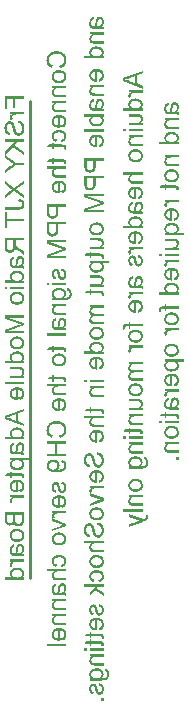
<source format=gbo>
%FSAX24Y24*%
%MOIN*%
G70*
G01*
G75*
G04 Layer_Color=32896*
%ADD10C,0.0197*%
%ADD11C,0.0591*%
%ADD12R,0.0591X0.0591*%
%ADD13C,0.0600*%
%ADD14R,0.0600X0.0600*%
%ADD15R,0.0600X0.0600*%
%ADD16C,0.2500*%
%ADD17C,0.0100*%
%ADD18C,0.0070*%
%ADD19C,0.0671*%
%ADD20R,0.0671X0.0671*%
%ADD21C,0.0680*%
%ADD22R,0.0680X0.0680*%
%ADD23R,0.0680X0.0680*%
%ADD24C,0.2580*%
G36*
X039950Y060989D02*
Y060913D01*
X039486Y060738D01*
Y060820D01*
X039769Y060922D01*
X039788Y060929D01*
X039805Y060935D01*
X039820Y060940D01*
X039833Y060944D01*
X039843Y060947D01*
X039851Y060950D01*
X039856Y060951D01*
X039857Y060951D01*
X039858D01*
X039840Y060956D01*
X039823Y060961D01*
X039807Y060966D01*
X039793Y060971D01*
X039781Y060976D01*
X039772Y060979D01*
X039768Y060980D01*
X039766Y060981D01*
X039765Y060981D01*
X039764D01*
X039486Y061081D01*
Y061164D01*
X039950Y060989D01*
D02*
G37*
G36*
Y061336D02*
X039708D01*
X039690Y061335D01*
X039673Y061335D01*
X039658Y061332D01*
X039643Y061330D01*
X039633Y061328D01*
X039624Y061325D01*
X039621Y061325D01*
X039618D01*
X039618Y061324D01*
X039617D01*
X039607Y061320D01*
X039598Y061315D01*
X039591Y061310D01*
X039585Y061305D01*
X039580Y061301D01*
X039576Y061298D01*
X039574Y061295D01*
X039573Y061295D01*
X039568Y061286D01*
X039564Y061279D01*
X039562Y061270D01*
X039559Y061264D01*
X039558Y061257D01*
X039558Y061252D01*
Y061249D01*
Y061248D01*
X039558Y061237D01*
X039560Y061226D01*
X039563Y061216D01*
X039566Y061208D01*
X039569Y061201D01*
X039572Y061195D01*
X039573Y061191D01*
X039574Y061190D01*
X039502Y061162D01*
X039494Y061178D01*
X039487Y061192D01*
X039483Y061206D01*
X039479Y061219D01*
X039478Y061229D01*
X039476Y061237D01*
Y061242D01*
Y061243D01*
Y061244D01*
X039477Y061254D01*
X039479Y061263D01*
X039481Y061272D01*
X039484Y061280D01*
X039487Y061285D01*
X039489Y061290D01*
X039491Y061294D01*
X039492Y061295D01*
X039499Y061303D01*
X039509Y061312D01*
X039519Y061320D01*
X039531Y061328D01*
X039541Y061334D01*
X039549Y061340D01*
X039553Y061341D01*
X039555Y061343D01*
X039557Y061344D01*
X039486D01*
Y061415D01*
X039950D01*
Y061336D01*
D02*
G37*
G36*
X039743Y061937D02*
X039763Y061935D01*
X039780Y061932D01*
X039798Y061929D01*
X039813Y061924D01*
X039828Y061919D01*
X039840Y061914D01*
X039853Y061908D01*
X039863Y061903D01*
X039872Y061897D01*
X039879Y061892D01*
X039886Y061888D01*
X039891Y061884D01*
X039894Y061881D01*
X039897Y061879D01*
X039898Y061879D01*
X039908Y061867D01*
X039918Y061854D01*
X039927Y061841D01*
X039933Y061828D01*
X039940Y061814D01*
X039945Y061801D01*
X039949Y061788D01*
X039952Y061775D01*
X039955Y061764D01*
X039957Y061752D01*
X039958Y061742D01*
X039959Y061734D01*
Y061727D01*
X039960Y061721D01*
Y061718D01*
Y061717D01*
X039959Y061702D01*
X039958Y061688D01*
X039954Y061662D01*
X039951Y061650D01*
X039948Y061639D01*
X039944Y061630D01*
X039940Y061620D01*
X039937Y061612D01*
X039933Y061605D01*
X039930Y061599D01*
X039927Y061594D01*
X039924Y061590D01*
X039923Y061587D01*
X039921Y061585D01*
Y061585D01*
X039905Y061567D01*
X039887Y061552D01*
X039868Y061540D01*
X039851Y061530D01*
X039835Y061523D01*
X039828Y061520D01*
X039822Y061518D01*
X039817Y061515D01*
X039813Y061515D01*
X039811Y061514D01*
X039810D01*
X039799Y061595D01*
X039817Y061602D01*
X039832Y061610D01*
X039845Y061619D01*
X039855Y061626D01*
X039863Y061633D01*
X039868Y061639D01*
X039872Y061642D01*
X039873Y061644D01*
X039880Y061655D01*
X039886Y061668D01*
X039889Y061680D01*
X039893Y061691D01*
X039894Y061702D01*
X039895Y061709D01*
Y061713D01*
Y061715D01*
Y061716D01*
Y061717D01*
X039894Y061728D01*
X039893Y061738D01*
X039888Y061757D01*
X039883Y061774D01*
X039875Y061788D01*
X039868Y061799D01*
X039861Y061808D01*
X039858Y061810D01*
X039857Y061813D01*
X039856Y061814D01*
X039855Y061814D01*
X039847Y061821D01*
X039838Y061827D01*
X039820Y061837D01*
X039801Y061844D01*
X039782Y061850D01*
X039765Y061854D01*
X039758Y061854D01*
X039751Y061855D01*
X039746Y061856D01*
X039742Y061857D01*
X039738D01*
Y061511D01*
X039729Y061510D01*
X039718D01*
X039697Y061511D01*
X039677Y061513D01*
X039658Y061516D01*
X039641Y061520D01*
X039625Y061524D01*
X039611Y061529D01*
X039598Y061535D01*
X039585Y061540D01*
X039574Y061545D01*
X039565Y061551D01*
X039558Y061556D01*
X039551Y061560D01*
X039546Y061564D01*
X039543Y061567D01*
X039540Y061569D01*
X039539Y061570D01*
X039529Y061581D01*
X039519Y061593D01*
X039510Y061605D01*
X039503Y061619D01*
X039497Y061631D01*
X039492Y061644D01*
X039487Y061656D01*
X039484Y061668D01*
X039481Y061679D01*
X039479Y061689D01*
X039478Y061699D01*
X039477Y061706D01*
X039476Y061713D01*
Y061718D01*
Y061721D01*
Y061722D01*
X039477Y061739D01*
X039479Y061756D01*
X039482Y061772D01*
X039486Y061787D01*
X039491Y061800D01*
X039497Y061814D01*
X039503Y061825D01*
X039509Y061836D01*
X039514Y061845D01*
X039520Y061854D01*
X039526Y061861D01*
X039531Y061867D01*
X039535Y061872D01*
X039539Y061875D01*
X039540Y061877D01*
X039541Y061878D01*
X039553Y061889D01*
X039567Y061898D01*
X039582Y061905D01*
X039597Y061913D01*
X039612Y061919D01*
X039627Y061923D01*
X039642Y061927D01*
X039656Y061930D01*
X039669Y061933D01*
X039682Y061934D01*
X039693Y061936D01*
X039703Y061937D01*
X039711D01*
X039718Y061938D01*
X039723D01*
X039743Y061937D01*
D02*
G37*
G36*
X039767Y060188D02*
X039789Y060183D01*
X039808Y060178D01*
X039826Y060171D01*
X039833Y060168D01*
X039840Y060165D01*
X039845Y060162D01*
X039850Y060159D01*
X039854Y060158D01*
X039857Y060156D01*
X039858Y060154D01*
X039859D01*
X039877Y060141D01*
X039893Y060126D01*
X039906Y060111D01*
X039917Y060096D01*
X039925Y060083D01*
X039928Y060077D01*
X039931Y060073D01*
X039933Y060068D01*
X039935Y060065D01*
X039936Y060063D01*
Y060063D01*
X039944Y060039D01*
X039950Y060015D01*
X039955Y059990D01*
X039957Y059968D01*
X039958Y059957D01*
X039959Y059948D01*
X039960Y059939D01*
Y059931D01*
X039961Y059925D01*
Y059921D01*
Y059918D01*
Y059917D01*
X039960Y059892D01*
X039957Y059869D01*
X039952Y059848D01*
X039948Y059830D01*
X039946Y059822D01*
X039943Y059815D01*
X039942Y059809D01*
X039940Y059804D01*
X039938Y059800D01*
X039937Y059797D01*
X039936Y059795D01*
Y059794D01*
X039926Y059775D01*
X039914Y059758D01*
X039903Y059744D01*
X039892Y059732D01*
X039882Y059723D01*
X039873Y059715D01*
X039870Y059714D01*
X039868Y059712D01*
X039867Y059710D01*
X039866D01*
X039849Y059700D01*
X039832Y059693D01*
X039816Y059688D01*
X039801Y059684D01*
X039788Y059682D01*
X039783Y059681D01*
X039778D01*
X039775Y059680D01*
X039770D01*
X039751Y059681D01*
X039734Y059684D01*
X039718Y059689D01*
X039705Y059694D01*
X039694Y059699D01*
X039686Y059704D01*
X039683Y059705D01*
X039681Y059707D01*
X039680Y059708D01*
X039679D01*
X039665Y059719D01*
X039652Y059732D01*
X039641Y059745D01*
X039631Y059759D01*
X039623Y059771D01*
X039618Y059781D01*
X039616Y059785D01*
X039614Y059788D01*
X039613Y059789D01*
Y059790D01*
X039610Y059798D01*
X039607Y059807D01*
X039603Y059818D01*
X039599Y059829D01*
X039593Y059852D01*
X039587Y059875D01*
X039583Y059887D01*
X039581Y059897D01*
X039578Y059907D01*
X039577Y059915D01*
X039575Y059922D01*
X039573Y059928D01*
X039573Y059931D01*
Y059932D01*
X039568Y059950D01*
X039564Y059967D01*
X039560Y059982D01*
X039556Y059995D01*
X039552Y060007D01*
X039548Y060017D01*
X039544Y060026D01*
X039541Y060034D01*
X039539Y060040D01*
X039536Y060046D01*
X039534Y060050D01*
X039531Y060053D01*
X039530Y060056D01*
X039529Y060058D01*
X039528Y060059D01*
X039519Y060068D01*
X039509Y060073D01*
X039500Y060078D01*
X039491Y060080D01*
X039483Y060082D01*
X039477Y060083D01*
X039471D01*
X039457Y060082D01*
X039444Y060078D01*
X039432Y060073D01*
X039422Y060066D01*
X039414Y060059D01*
X039408Y060054D01*
X039404Y060050D01*
X039403Y060048D01*
X039398Y060042D01*
X039394Y060033D01*
X039386Y060016D01*
X039381Y059998D01*
X039378Y059979D01*
X039376Y059963D01*
X039375Y059956D01*
X039374Y059949D01*
Y059944D01*
Y059940D01*
Y059938D01*
Y059937D01*
Y059924D01*
X039376Y059911D01*
X039377Y059899D01*
X039379Y059889D01*
X039382Y059879D01*
X039384Y059869D01*
X039387Y059861D01*
X039389Y059854D01*
X039393Y059848D01*
X039395Y059842D01*
X039398Y059837D01*
X039400Y059833D01*
X039403Y059830D01*
X039404Y059828D01*
X039405Y059826D01*
X039418Y059813D01*
X039433Y059803D01*
X039448Y059795D01*
X039462Y059789D01*
X039475Y059785D01*
X039481Y059784D01*
X039486Y059783D01*
X039490Y059782D01*
X039494Y059781D01*
X039496D01*
X039490Y059699D01*
X039470Y059701D01*
X039451Y059705D01*
X039434Y059710D01*
X039419Y059716D01*
X039407Y059722D01*
X039402Y059724D01*
X039398Y059726D01*
X039394Y059729D01*
X039392Y059729D01*
X039391Y059731D01*
X039390D01*
X039374Y059743D01*
X039360Y059757D01*
X039349Y059770D01*
X039339Y059784D01*
X039332Y059796D01*
X039326Y059806D01*
X039324Y059810D01*
X039323Y059813D01*
X039322Y059814D01*
Y059815D01*
X039314Y059836D01*
X039309Y059858D01*
X039304Y059879D01*
X039301Y059898D01*
X039300Y059907D01*
X039299Y059915D01*
Y059922D01*
X039299Y059929D01*
Y059934D01*
Y059937D01*
Y059939D01*
Y059940D01*
X039299Y059963D01*
X039302Y059986D01*
X039306Y060006D01*
X039309Y060023D01*
X039312Y060031D01*
X039314Y060038D01*
X039316Y060043D01*
X039318Y060048D01*
X039319Y060053D01*
X039320Y060055D01*
X039321Y060057D01*
Y060058D01*
X039330Y060076D01*
X039340Y060093D01*
X039351Y060106D01*
X039361Y060118D01*
X039370Y060126D01*
X039379Y060133D01*
X039384Y060136D01*
X039384Y060138D01*
X039385D01*
X039401Y060147D01*
X039417Y060153D01*
X039432Y060158D01*
X039446Y060162D01*
X039459Y060163D01*
X039468Y060164D01*
X039471Y060165D01*
X039476D01*
X039492Y060164D01*
X039507Y060162D01*
X039521Y060158D01*
X039533Y060154D01*
X039543Y060150D01*
X039549Y060147D01*
X039554Y060144D01*
X039555Y060143D01*
X039556D01*
X039568Y060134D01*
X039580Y060123D01*
X039590Y060112D01*
X039598Y060101D01*
X039606Y060091D01*
X039611Y060083D01*
X039613Y060079D01*
X039614Y060077D01*
X039615Y060076D01*
Y060075D01*
X039618Y060068D01*
X039623Y060059D01*
X039629Y060041D01*
X039637Y060020D01*
X039643Y060000D01*
X039648Y059981D01*
X039650Y059974D01*
X039653Y059966D01*
X039653Y059960D01*
X039655Y059956D01*
X039656Y059953D01*
Y059952D01*
X039660Y059936D01*
X039663Y059922D01*
X039667Y059909D01*
X039669Y059897D01*
X039673Y059886D01*
X039675Y059877D01*
X039677Y059869D01*
X039679Y059862D01*
X039681Y059855D01*
X039683Y059850D01*
X039683Y059846D01*
X039685Y059843D01*
X039686Y059839D01*
X039687Y059838D01*
X039693Y059824D01*
X039699Y059812D01*
X039705Y059802D01*
X039711Y059794D01*
X039716Y059788D01*
X039720Y059784D01*
X039723Y059781D01*
X039724Y059780D01*
X039733Y059774D01*
X039742Y059769D01*
X039751Y059766D01*
X039759Y059764D01*
X039766Y059763D01*
X039772Y059762D01*
X039777D01*
X039788Y059763D01*
X039798Y059764D01*
X039807Y059768D01*
X039815Y059771D01*
X039822Y059774D01*
X039828Y059778D01*
X039831Y059779D01*
X039832Y059780D01*
X039841Y059788D01*
X039848Y059797D01*
X039855Y059806D01*
X039861Y059815D01*
X039865Y059824D01*
X039868Y059830D01*
X039870Y059834D01*
X039871Y059835D01*
Y059836D01*
X039876Y059850D01*
X039879Y059864D01*
X039882Y059879D01*
X039883Y059892D01*
X039884Y059904D01*
X039885Y059913D01*
Y059916D01*
Y059919D01*
Y059920D01*
Y059921D01*
X039884Y059941D01*
X039883Y059959D01*
X039879Y059976D01*
X039876Y059990D01*
X039873Y060003D01*
X039871Y060008D01*
X039869Y060012D01*
X039868Y060015D01*
X039868Y060018D01*
X039867Y060018D01*
Y060019D01*
X039859Y060034D01*
X039851Y060048D01*
X039843Y060058D01*
X039834Y060068D01*
X039828Y060074D01*
X039822Y060079D01*
X039818Y060083D01*
X039817Y060083D01*
X039804Y060090D01*
X039791Y060096D01*
X039778Y060101D01*
X039765Y060104D01*
X039753Y060107D01*
X039745Y060108D01*
X039742D01*
X039739Y060109D01*
X039737D01*
X039743Y060189D01*
X039767Y060188D01*
D02*
G37*
G36*
X039740Y060697D02*
X039760Y060695D01*
X039778Y060692D01*
X039796Y060688D01*
X039813Y060683D01*
X039827Y060678D01*
X039840Y060673D01*
X039853Y060667D01*
X039863Y060662D01*
X039873Y060657D01*
X039880Y060652D01*
X039887Y060647D01*
X039892Y060643D01*
X039895Y060640D01*
X039898Y060638D01*
X039898Y060637D01*
X039909Y060626D01*
X039918Y060613D01*
X039927Y060601D01*
X039934Y060587D01*
X039940Y060574D01*
X039945Y060562D01*
X039949Y060549D01*
X039952Y060537D01*
X039955Y060525D01*
X039957Y060514D01*
X039958Y060505D01*
X039959Y060497D01*
Y060490D01*
X039960Y060485D01*
Y060482D01*
Y060481D01*
X039959Y060458D01*
X039956Y060437D01*
X039951Y060418D01*
X039946Y060402D01*
X039941Y060388D01*
X039938Y060382D01*
X039936Y060378D01*
X039934Y060374D01*
X039933Y060372D01*
X039932Y060370D01*
Y060369D01*
X039920Y060351D01*
X039908Y060335D01*
X039894Y060322D01*
X039882Y060311D01*
X039870Y060302D01*
X039861Y060296D01*
X039858Y060293D01*
X039855Y060292D01*
X039853Y060291D01*
X039853D01*
X039843Y060286D01*
X039832Y060282D01*
X039808Y060275D01*
X039785Y060270D01*
X039763Y060267D01*
X039753Y060266D01*
X039743Y060265D01*
X039734Y060264D01*
X039727Y060263D01*
X039712D01*
X039692Y060264D01*
X039673Y060266D01*
X039655Y060269D01*
X039638Y060273D01*
X039623Y060278D01*
X039608Y060283D01*
X039596Y060288D01*
X039584Y060293D01*
X039574Y060299D01*
X039565Y060305D01*
X039557Y060310D01*
X039551Y060315D01*
X039546Y060318D01*
X039542Y060322D01*
X039540Y060323D01*
X039539Y060324D01*
X039529Y060336D01*
X039519Y060348D01*
X039510Y060361D01*
X039503Y060374D01*
X039497Y060388D01*
X039492Y060401D01*
X039487Y060413D01*
X039484Y060425D01*
X039481Y060437D01*
X039479Y060447D01*
X039478Y060457D01*
X039477Y060465D01*
X039476Y060472D01*
Y060477D01*
Y060480D01*
Y060481D01*
X039477Y060497D01*
X039479Y060512D01*
X039481Y060526D01*
X039484Y060540D01*
X039488Y060552D01*
X039493Y060565D01*
X039497Y060576D01*
X039502Y060586D01*
X039507Y060595D01*
X039511Y060603D01*
X039516Y060610D01*
X039519Y060616D01*
X039523Y060621D01*
X039525Y060624D01*
X039527Y060626D01*
X039528Y060627D01*
X039540Y060639D01*
X039553Y060650D01*
X039568Y060659D01*
X039583Y060667D01*
X039599Y060674D01*
X039615Y060680D01*
X039631Y060685D01*
X039647Y060688D01*
X039661Y060692D01*
X039674Y060693D01*
X039687Y060695D01*
X039698Y060697D01*
X039706D01*
X039713Y060697D01*
X039718D01*
X039740Y060697D01*
D02*
G37*
G36*
X036735Y070316D02*
X037300D01*
Y070231D01*
X036735D01*
Y070020D01*
X036659D01*
Y070527D01*
X036735D01*
Y070316D01*
D02*
G37*
G36*
X039950Y063672D02*
X039697D01*
X039678Y063671D01*
X039660Y063670D01*
X039645Y063668D01*
X039633Y063665D01*
X039623Y063664D01*
X039617Y063661D01*
X039613Y063660D01*
X039611Y063660D01*
X039600Y063654D01*
X039590Y063647D01*
X039582Y063640D01*
X039575Y063632D01*
X039569Y063626D01*
X039565Y063620D01*
X039563Y063617D01*
X039562Y063615D01*
X039556Y063604D01*
X039551Y063592D01*
X039548Y063581D01*
X039546Y063571D01*
X039544Y063563D01*
X039543Y063556D01*
Y063552D01*
Y063550D01*
X039544Y063534D01*
X039548Y063520D01*
X039552Y063507D01*
X039557Y063496D01*
X039563Y063489D01*
X039567Y063483D01*
X039570Y063479D01*
X039571Y063478D01*
X039583Y063470D01*
X039596Y063463D01*
X039610Y063459D01*
X039623Y063455D01*
X039637Y063454D01*
X039643Y063453D01*
X039647Y063452D01*
X039950D01*
Y063374D01*
X039657D01*
X039633Y063375D01*
X039612Y063376D01*
X039593Y063379D01*
X039579Y063382D01*
X039568Y063385D01*
X039559Y063388D01*
X039554Y063390D01*
X039553Y063390D01*
X039540Y063398D01*
X039529Y063406D01*
X039519Y063415D01*
X039511Y063424D01*
X039505Y063432D01*
X039500Y063439D01*
X039498Y063444D01*
X039497Y063445D01*
Y063445D01*
X039490Y063460D01*
X039485Y063475D01*
X039481Y063490D01*
X039479Y063504D01*
X039477Y063515D01*
X039476Y063525D01*
Y063529D01*
Y063531D01*
Y063533D01*
Y063534D01*
X039477Y063549D01*
X039479Y063564D01*
X039482Y063578D01*
X039486Y063591D01*
X039491Y063603D01*
X039496Y063615D01*
X039502Y063625D01*
X039508Y063635D01*
X039514Y063643D01*
X039520Y063650D01*
X039525Y063657D01*
X039530Y063662D01*
X039534Y063666D01*
X039538Y063670D01*
X039539Y063671D01*
X039540Y063672D01*
X039309D01*
Y063750D01*
X039950D01*
Y063672D01*
D02*
G37*
G36*
X039547Y063985D02*
X039827D01*
X039838Y063984D01*
X039849D01*
X039858Y063984D01*
X039868Y063983D01*
X039875Y063982D01*
X039882Y063981D01*
X039888Y063980D01*
X039897Y063979D01*
X039903Y063978D01*
X039907Y063976D01*
X039908D01*
X039915Y063972D01*
X039922Y063967D01*
X039928Y063961D01*
X039933Y063955D01*
X039938Y063950D01*
X039940Y063947D01*
X039942Y063944D01*
X039943Y063943D01*
X039947Y063934D01*
X039950Y063923D01*
X039952Y063912D01*
X039954Y063901D01*
X039955Y063892D01*
X039956Y063884D01*
Y063879D01*
Y063878D01*
Y063877D01*
X039955Y063856D01*
X039953Y063846D01*
X039952Y063837D01*
X039951Y063829D01*
X039950Y063823D01*
X039949Y063819D01*
Y063817D01*
X039880Y063828D01*
X039881Y063835D01*
X039882Y063842D01*
Y063849D01*
X039883Y063854D01*
Y063858D01*
Y063860D01*
Y063862D01*
Y063863D01*
X039882Y063874D01*
X039880Y063883D01*
X039879Y063886D01*
X039878Y063889D01*
X039878Y063889D01*
Y063890D01*
X039873Y063896D01*
X039868Y063900D01*
X039864Y063903D01*
X039863Y063904D01*
X039858Y063904D01*
X039852Y063905D01*
X039844Y063906D01*
X039837D01*
X039830Y063907D01*
X039547D01*
Y063828D01*
X039486D01*
Y063907D01*
X039324D01*
X039372Y063985D01*
X039486D01*
Y064044D01*
X039547D01*
Y063985D01*
D02*
G37*
G36*
X039950Y064666D02*
X039698D01*
X039682Y064665D01*
X039667Y064664D01*
X039653Y064662D01*
X039641Y064660D01*
X039630Y064657D01*
X039620Y064654D01*
X039612Y064651D01*
X039603Y064647D01*
X039597Y064644D01*
X039592Y064642D01*
X039587Y064638D01*
X039583Y064636D01*
X039580Y064633D01*
X039578Y064632D01*
X039577Y064630D01*
X039566Y064616D01*
X039558Y064601D01*
X039552Y064586D01*
X039548Y064572D01*
X039546Y064561D01*
X039545Y064551D01*
X039544Y064548D01*
Y064545D01*
Y064543D01*
Y064543D01*
X039545Y064532D01*
X039547Y064521D01*
X039549Y064512D01*
X039552Y064504D01*
X039554Y064498D01*
X039557Y064493D01*
X039558Y064489D01*
X039559Y064488D01*
X039565Y064480D01*
X039571Y064473D01*
X039578Y064468D01*
X039583Y064463D01*
X039589Y064460D01*
X039593Y064458D01*
X039597Y064456D01*
X039598D01*
X039608Y064453D01*
X039618Y064450D01*
X039630Y064448D01*
X039642Y064447D01*
X039652D01*
X039661Y064446D01*
X039950D01*
Y064368D01*
X039646D01*
X039630Y064368D01*
X039618Y064369D01*
X039607Y064370D01*
X039599Y064371D01*
X039593Y064372D01*
X039590Y064373D01*
X039589D01*
X039577Y064376D01*
X039566Y064379D01*
X039556Y064383D01*
X039548Y064387D01*
X039540Y064391D01*
X039535Y064394D01*
X039532Y064396D01*
X039531Y064397D01*
X039523Y064404D01*
X039514Y064413D01*
X039508Y064421D01*
X039503Y064429D01*
X039498Y064438D01*
X039494Y064443D01*
X039493Y064448D01*
X039492Y064449D01*
X039487Y064463D01*
X039483Y064476D01*
X039480Y064489D01*
X039478Y064501D01*
X039477Y064512D01*
X039476Y064519D01*
Y064523D01*
Y064525D01*
Y064526D01*
Y064527D01*
X039477Y064544D01*
X039479Y064561D01*
X039483Y064576D01*
X039488Y064590D01*
X039494Y064603D01*
X039500Y064615D01*
X039507Y064626D01*
X039514Y064636D01*
X039522Y064645D01*
X039529Y064652D01*
X039535Y064658D01*
X039541Y064664D01*
X039545Y064668D01*
X039549Y064671D01*
X039552Y064672D01*
X039553Y064673D01*
X039486D01*
Y064744D01*
X039950D01*
Y064666D01*
D02*
G37*
G36*
X039767Y062524D02*
X039789Y062520D01*
X039808Y062514D01*
X039826Y062507D01*
X039833Y062504D01*
X039840Y062502D01*
X039845Y062498D01*
X039850Y062496D01*
X039854Y062494D01*
X039857Y062492D01*
X039858Y062491D01*
X039859D01*
X039877Y062477D01*
X039893Y062463D01*
X039906Y062448D01*
X039917Y062433D01*
X039925Y062419D01*
X039928Y062413D01*
X039931Y062409D01*
X039933Y062405D01*
X039935Y062402D01*
X039936Y062400D01*
Y062399D01*
X039944Y062376D01*
X039950Y062352D01*
X039955Y062327D01*
X039957Y062304D01*
X039958Y062293D01*
X039959Y062284D01*
X039960Y062275D01*
Y062268D01*
X039961Y062262D01*
Y062258D01*
Y062254D01*
Y062253D01*
X039960Y062228D01*
X039957Y062205D01*
X039952Y062184D01*
X039948Y062167D01*
X039946Y062158D01*
X039943Y062152D01*
X039942Y062146D01*
X039940Y062140D01*
X039938Y062137D01*
X039937Y062133D01*
X039936Y062132D01*
Y062131D01*
X039926Y062112D01*
X039914Y062094D01*
X039903Y062080D01*
X039892Y062069D01*
X039882Y062059D01*
X039873Y062052D01*
X039870Y062050D01*
X039868Y062049D01*
X039867Y062047D01*
X039866D01*
X039849Y062037D01*
X039832Y062029D01*
X039816Y062024D01*
X039801Y062020D01*
X039788Y062019D01*
X039783Y062018D01*
X039778D01*
X039775Y062017D01*
X039770D01*
X039751Y062018D01*
X039734Y062021D01*
X039718Y062025D01*
X039705Y062030D01*
X039694Y062036D01*
X039686Y062040D01*
X039683Y062042D01*
X039681Y062043D01*
X039680Y062044D01*
X039679D01*
X039665Y062055D01*
X039652Y062069D01*
X039641Y062082D01*
X039631Y062095D01*
X039623Y062108D01*
X039618Y062118D01*
X039616Y062122D01*
X039614Y062124D01*
X039613Y062126D01*
Y062127D01*
X039610Y062134D01*
X039607Y062143D01*
X039603Y062154D01*
X039599Y062165D01*
X039593Y062188D01*
X039587Y062212D01*
X039583Y062223D01*
X039581Y062233D01*
X039578Y062243D01*
X039577Y062252D01*
X039575Y062258D01*
X039573Y062264D01*
X039573Y062268D01*
Y062268D01*
X039568Y062287D01*
X039564Y062303D01*
X039560Y062318D01*
X039556Y062332D01*
X039552Y062343D01*
X039548Y062353D01*
X039544Y062363D01*
X039541Y062371D01*
X039539Y062377D01*
X039536Y062383D01*
X039534Y062387D01*
X039531Y062390D01*
X039530Y062393D01*
X039529Y062394D01*
X039528Y062396D01*
X039519Y062404D01*
X039509Y062410D01*
X039500Y062414D01*
X039491Y062417D01*
X039483Y062418D01*
X039477Y062420D01*
X039471D01*
X039457Y062418D01*
X039444Y062414D01*
X039432Y062409D01*
X039422Y062403D01*
X039414Y062396D01*
X039408Y062391D01*
X039404Y062387D01*
X039403Y062385D01*
X039398Y062378D01*
X039394Y062370D01*
X039386Y062353D01*
X039381Y062334D01*
X039378Y062316D01*
X039376Y062299D01*
X039375Y062293D01*
X039374Y062286D01*
Y062281D01*
Y062277D01*
Y062274D01*
Y062273D01*
Y062260D01*
X039376Y062248D01*
X039377Y062236D01*
X039379Y062225D01*
X039382Y062215D01*
X039384Y062206D01*
X039387Y062198D01*
X039389Y062190D01*
X039393Y062184D01*
X039395Y062178D01*
X039398Y062173D01*
X039400Y062169D01*
X039403Y062167D01*
X039404Y062164D01*
X039405Y062163D01*
X039418Y062149D01*
X039433Y062139D01*
X039448Y062132D01*
X039462Y062126D01*
X039475Y062122D01*
X039481Y062120D01*
X039486Y062119D01*
X039490Y062118D01*
X039494Y062118D01*
X039496D01*
X039490Y062036D01*
X039470Y062038D01*
X039451Y062042D01*
X039434Y062047D01*
X039419Y062053D01*
X039407Y062059D01*
X039402Y062061D01*
X039398Y062063D01*
X039394Y062065D01*
X039392Y062066D01*
X039391Y062068D01*
X039390D01*
X039374Y062079D01*
X039360Y062093D01*
X039349Y062107D01*
X039339Y062121D01*
X039332Y062133D01*
X039326Y062143D01*
X039324Y062147D01*
X039323Y062149D01*
X039322Y062151D01*
Y062152D01*
X039314Y062173D01*
X039309Y062194D01*
X039304Y062215D01*
X039301Y062234D01*
X039300Y062243D01*
X039299Y062252D01*
Y062258D01*
X039299Y062265D01*
Y062270D01*
Y062273D01*
Y062276D01*
Y062277D01*
X039299Y062300D01*
X039302Y062323D01*
X039306Y062343D01*
X039309Y062360D01*
X039312Y062368D01*
X039314Y062374D01*
X039316Y062380D01*
X039318Y062385D01*
X039319Y062389D01*
X039320Y062392D01*
X039321Y062393D01*
Y062394D01*
X039330Y062413D01*
X039340Y062429D01*
X039351Y062443D01*
X039361Y062454D01*
X039370Y062463D01*
X039379Y062469D01*
X039384Y062473D01*
X039384Y062474D01*
X039385D01*
X039401Y062483D01*
X039417Y062490D01*
X039432Y062495D01*
X039446Y062498D01*
X039459Y062500D01*
X039468Y062501D01*
X039471Y062502D01*
X039476D01*
X039492Y062501D01*
X039507Y062498D01*
X039521Y062495D01*
X039533Y062491D01*
X039543Y062487D01*
X039549Y062483D01*
X039554Y062481D01*
X039555Y062480D01*
X039556D01*
X039568Y062471D01*
X039580Y062460D01*
X039590Y062448D01*
X039598Y062438D01*
X039606Y062428D01*
X039611Y062419D01*
X039613Y062416D01*
X039614Y062413D01*
X039615Y062413D01*
Y062412D01*
X039618Y062404D01*
X039623Y062396D01*
X039629Y062378D01*
X039637Y062357D01*
X039643Y062337D01*
X039648Y062318D01*
X039650Y062310D01*
X039653Y062303D01*
X039653Y062297D01*
X039655Y062293D01*
X039656Y062289D01*
Y062288D01*
X039660Y062273D01*
X039663Y062258D01*
X039667Y062245D01*
X039669Y062233D01*
X039673Y062223D01*
X039675Y062213D01*
X039677Y062205D01*
X039679Y062198D01*
X039681Y062192D01*
X039683Y062187D01*
X039683Y062183D01*
X039685Y062179D01*
X039686Y062176D01*
X039687Y062174D01*
X039693Y062160D01*
X039699Y062148D01*
X039705Y062138D01*
X039711Y062130D01*
X039716Y062124D01*
X039720Y062120D01*
X039723Y062118D01*
X039724Y062117D01*
X039733Y062111D01*
X039742Y062106D01*
X039751Y062103D01*
X039759Y062101D01*
X039766Y062099D01*
X039772Y062098D01*
X039777D01*
X039788Y062099D01*
X039798Y062101D01*
X039807Y062104D01*
X039815Y062108D01*
X039822Y062111D01*
X039828Y062114D01*
X039831Y062116D01*
X039832Y062117D01*
X039841Y062124D01*
X039848Y062133D01*
X039855Y062143D01*
X039861Y062152D01*
X039865Y062160D01*
X039868Y062167D01*
X039870Y062171D01*
X039871Y062172D01*
Y062173D01*
X039876Y062187D01*
X039879Y062201D01*
X039882Y062216D01*
X039883Y062228D01*
X039884Y062240D01*
X039885Y062249D01*
Y062253D01*
Y062255D01*
Y062257D01*
Y062258D01*
X039884Y062278D01*
X039883Y062296D01*
X039879Y062313D01*
X039876Y062327D01*
X039873Y062339D01*
X039871Y062344D01*
X039869Y062348D01*
X039868Y062352D01*
X039868Y062354D01*
X039867Y062355D01*
Y062356D01*
X039859Y062371D01*
X039851Y062384D01*
X039843Y062395D01*
X039834Y062404D01*
X039828Y062411D01*
X039822Y062416D01*
X039818Y062419D01*
X039817Y062420D01*
X039804Y062427D01*
X039791Y062433D01*
X039778Y062438D01*
X039765Y062441D01*
X039753Y062443D01*
X039745Y062445D01*
X039742D01*
X039739Y062446D01*
X039737D01*
X039743Y062526D01*
X039767Y062524D01*
D02*
G37*
G36*
X039743Y063279D02*
X039763Y063277D01*
X039780Y063274D01*
X039798Y063271D01*
X039813Y063266D01*
X039828Y063261D01*
X039840Y063256D01*
X039853Y063250D01*
X039863Y063245D01*
X039872Y063239D01*
X039879Y063234D01*
X039886Y063230D01*
X039891Y063226D01*
X039894Y063223D01*
X039897Y063221D01*
X039898Y063221D01*
X039908Y063209D01*
X039918Y063196D01*
X039927Y063183D01*
X039933Y063170D01*
X039940Y063156D01*
X039945Y063143D01*
X039949Y063130D01*
X039952Y063117D01*
X039955Y063106D01*
X039957Y063094D01*
X039958Y063084D01*
X039959Y063076D01*
Y063069D01*
X039960Y063063D01*
Y063060D01*
Y063059D01*
X039959Y063044D01*
X039958Y063030D01*
X039954Y063004D01*
X039951Y062992D01*
X039948Y062981D01*
X039944Y062971D01*
X039940Y062962D01*
X039937Y062954D01*
X039933Y062947D01*
X039930Y062941D01*
X039927Y062936D01*
X039924Y062931D01*
X039923Y062929D01*
X039921Y062927D01*
Y062926D01*
X039905Y062909D01*
X039887Y062894D01*
X039868Y062881D01*
X039851Y062872D01*
X039835Y062865D01*
X039828Y062862D01*
X039822Y062860D01*
X039817Y062857D01*
X039813Y062857D01*
X039811Y062856D01*
X039810D01*
X039799Y062937D01*
X039817Y062944D01*
X039832Y062952D01*
X039845Y062961D01*
X039855Y062968D01*
X039863Y062975D01*
X039868Y062981D01*
X039872Y062984D01*
X039873Y062986D01*
X039880Y062997D01*
X039886Y063010D01*
X039889Y063022D01*
X039893Y063033D01*
X039894Y063044D01*
X039895Y063051D01*
Y063055D01*
Y063057D01*
Y063058D01*
Y063059D01*
X039894Y063070D01*
X039893Y063080D01*
X039888Y063099D01*
X039883Y063116D01*
X039875Y063130D01*
X039868Y063141D01*
X039861Y063150D01*
X039858Y063152D01*
X039857Y063155D01*
X039856Y063156D01*
X039855Y063156D01*
X039847Y063163D01*
X039838Y063169D01*
X039820Y063179D01*
X039801Y063186D01*
X039782Y063192D01*
X039765Y063196D01*
X039758Y063196D01*
X039751Y063197D01*
X039746Y063198D01*
X039742Y063199D01*
X039738D01*
Y062853D01*
X039729Y062852D01*
X039718D01*
X039697Y062853D01*
X039677Y062855D01*
X039658Y062858D01*
X039641Y062862D01*
X039625Y062866D01*
X039611Y062871D01*
X039598Y062877D01*
X039585Y062881D01*
X039574Y062887D01*
X039565Y062893D01*
X039558Y062898D01*
X039551Y062902D01*
X039546Y062906D01*
X039543Y062909D01*
X039540Y062911D01*
X039539Y062911D01*
X039529Y062923D01*
X039519Y062935D01*
X039510Y062947D01*
X039503Y062961D01*
X039497Y062973D01*
X039492Y062986D01*
X039487Y062998D01*
X039484Y063010D01*
X039481Y063021D01*
X039479Y063031D01*
X039478Y063041D01*
X039477Y063048D01*
X039476Y063055D01*
Y063060D01*
Y063063D01*
Y063064D01*
X039477Y063081D01*
X039479Y063098D01*
X039482Y063114D01*
X039486Y063129D01*
X039491Y063142D01*
X039497Y063156D01*
X039503Y063167D01*
X039509Y063178D01*
X039514Y063187D01*
X039520Y063196D01*
X039526Y063203D01*
X039531Y063209D01*
X039535Y063214D01*
X039539Y063217D01*
X039540Y063219D01*
X039541Y063220D01*
X039553Y063231D01*
X039567Y063240D01*
X039582Y063247D01*
X039597Y063255D01*
X039612Y063261D01*
X039627Y063265D01*
X039642Y063269D01*
X039656Y063272D01*
X039669Y063275D01*
X039682Y063276D01*
X039693Y063278D01*
X039703Y063279D01*
X039711D01*
X039718Y063280D01*
X039723D01*
X039743Y063279D01*
D02*
G37*
G36*
X037300Y069598D02*
X037016D01*
Y069499D01*
Y069488D01*
X037017Y069479D01*
Y069470D01*
X037018Y069464D01*
X037018Y069459D01*
Y069455D01*
X037019Y069454D01*
Y069453D01*
X037024Y069439D01*
X037027Y069432D01*
X037030Y069426D01*
X037033Y069421D01*
X037035Y069418D01*
X037036Y069415D01*
X037037Y069414D01*
X037043Y069407D01*
X037048Y069399D01*
X037056Y069392D01*
X037063Y069385D01*
X037069Y069380D01*
X037075Y069375D01*
X037078Y069372D01*
X037080Y069371D01*
X037093Y069361D01*
X037107Y069351D01*
X037121Y069341D01*
X037135Y069331D01*
X037148Y069323D01*
X037153Y069319D01*
X037158Y069315D01*
X037162Y069313D01*
X037165Y069311D01*
X037167Y069310D01*
X037168D01*
X037300Y069225D01*
Y069119D01*
X037127Y069230D01*
X037108Y069242D01*
X037092Y069255D01*
X037077Y069266D01*
X037065Y069277D01*
X037055Y069287D01*
X037048Y069294D01*
X037043Y069299D01*
X037042Y069300D01*
Y069300D01*
X037036Y069308D01*
X037030Y069315D01*
X037019Y069332D01*
X037015Y069340D01*
X037012Y069345D01*
X037010Y069350D01*
X037009Y069351D01*
X037007Y069335D01*
X037003Y069319D01*
X036999Y069305D01*
X036995Y069291D01*
X036990Y069279D01*
X036985Y069267D01*
X036980Y069257D01*
X036975Y069248D01*
X036970Y069240D01*
X036965Y069234D01*
X036961Y069228D01*
X036958Y069223D01*
X036954Y069220D01*
X036952Y069216D01*
X036951Y069215D01*
X036950Y069215D01*
X036941Y069207D01*
X036932Y069200D01*
X036922Y069194D01*
X036913Y069189D01*
X036893Y069181D01*
X036875Y069176D01*
X036859Y069173D01*
X036853Y069172D01*
X036847Y069171D01*
X036842Y069170D01*
X036835D01*
X036816Y069171D01*
X036798Y069175D01*
X036781Y069179D01*
X036767Y069184D01*
X036755Y069189D01*
X036746Y069193D01*
X036743Y069195D01*
X036740Y069196D01*
X036739Y069197D01*
X036739D01*
X036724Y069208D01*
X036710Y069220D01*
X036699Y069231D01*
X036691Y069243D01*
X036684Y069253D01*
X036680Y069261D01*
X036679Y069265D01*
X036678Y069267D01*
X036677Y069268D01*
Y069269D01*
X036674Y069277D01*
X036671Y069287D01*
X036667Y069308D01*
X036664Y069330D01*
X036662Y069350D01*
X036661Y069360D01*
X036660Y069370D01*
Y069377D01*
X036659Y069385D01*
Y069390D01*
Y069394D01*
Y069398D01*
Y069399D01*
Y069683D01*
X037300D01*
Y069598D01*
D02*
G37*
G36*
X039547Y056479D02*
X039827D01*
X039838Y056478D01*
X039849D01*
X039858Y056477D01*
X039868Y056477D01*
X039875Y056476D01*
X039882Y056475D01*
X039888Y056474D01*
X039897Y056472D01*
X039903Y056472D01*
X039907Y056470D01*
X039908D01*
X039915Y056466D01*
X039922Y056461D01*
X039928Y056455D01*
X039933Y056449D01*
X039938Y056444D01*
X039940Y056441D01*
X039942Y056437D01*
X039943Y056437D01*
X039947Y056427D01*
X039950Y056417D01*
X039952Y056406D01*
X039954Y056395D01*
X039955Y056386D01*
X039956Y056377D01*
Y056372D01*
Y056372D01*
Y056371D01*
X039955Y056350D01*
X039953Y056340D01*
X039952Y056331D01*
X039951Y056322D01*
X039950Y056317D01*
X039949Y056312D01*
Y056311D01*
X039880Y056322D01*
X039881Y056329D01*
X039882Y056336D01*
Y056342D01*
X039883Y056347D01*
Y056352D01*
Y056354D01*
Y056356D01*
Y056357D01*
X039882Y056368D01*
X039880Y056377D01*
X039879Y056380D01*
X039878Y056382D01*
X039878Y056383D01*
Y056384D01*
X039873Y056390D01*
X039868Y056394D01*
X039864Y056397D01*
X039863Y056397D01*
X039858Y056398D01*
X039852Y056399D01*
X039844Y056400D01*
X039837D01*
X039830Y056401D01*
X039547D01*
Y056322D01*
X039486D01*
Y056401D01*
X039324D01*
X039372Y056479D01*
X039486D01*
Y056537D01*
X039547D01*
Y056479D01*
D02*
G37*
G36*
X039743Y057016D02*
X039763Y057014D01*
X039780Y057011D01*
X039798Y057007D01*
X039813Y057003D01*
X039828Y056998D01*
X039840Y056992D01*
X039853Y056986D01*
X039863Y056981D01*
X039872Y056976D01*
X039879Y056971D01*
X039886Y056966D01*
X039891Y056963D01*
X039894Y056960D01*
X039897Y056958D01*
X039898Y056957D01*
X039908Y056946D01*
X039918Y056933D01*
X039927Y056920D01*
X039933Y056906D01*
X039940Y056893D01*
X039945Y056880D01*
X039949Y056866D01*
X039952Y056854D01*
X039955Y056842D01*
X039957Y056831D01*
X039958Y056821D01*
X039959Y056812D01*
Y056806D01*
X039960Y056800D01*
Y056796D01*
Y056796D01*
X039959Y056781D01*
X039958Y056766D01*
X039954Y056741D01*
X039951Y056729D01*
X039948Y056718D01*
X039944Y056708D01*
X039940Y056699D01*
X039937Y056691D01*
X039933Y056684D01*
X039930Y056677D01*
X039927Y056672D01*
X039924Y056668D01*
X039923Y056666D01*
X039921Y056664D01*
Y056663D01*
X039905Y056646D01*
X039887Y056631D01*
X039868Y056618D01*
X039851Y056608D01*
X039835Y056602D01*
X039828Y056598D01*
X039822Y056597D01*
X039817Y056594D01*
X039813Y056593D01*
X039811Y056592D01*
X039810D01*
X039799Y056674D01*
X039817Y056681D01*
X039832Y056689D01*
X039845Y056697D01*
X039855Y056705D01*
X039863Y056711D01*
X039868Y056717D01*
X039872Y056721D01*
X039873Y056722D01*
X039880Y056734D01*
X039886Y056746D01*
X039889Y056759D01*
X039893Y056770D01*
X039894Y056781D01*
X039895Y056788D01*
Y056791D01*
Y056794D01*
Y056795D01*
Y056796D01*
X039894Y056806D01*
X039893Y056816D01*
X039888Y056836D01*
X039883Y056852D01*
X039875Y056866D01*
X039868Y056877D01*
X039861Y056886D01*
X039858Y056889D01*
X039857Y056891D01*
X039856Y056892D01*
X039855Y056893D01*
X039847Y056900D01*
X039838Y056906D01*
X039820Y056916D01*
X039801Y056923D01*
X039782Y056929D01*
X039765Y056932D01*
X039758Y056933D01*
X039751Y056934D01*
X039746Y056935D01*
X039742Y056936D01*
X039738D01*
Y056590D01*
X039729Y056589D01*
X039718D01*
X039697Y056590D01*
X039677Y056592D01*
X039658Y056595D01*
X039641Y056598D01*
X039625Y056602D01*
X039611Y056607D01*
X039598Y056613D01*
X039585Y056618D01*
X039574Y056624D01*
X039565Y056630D01*
X039558Y056635D01*
X039551Y056639D01*
X039546Y056642D01*
X039543Y056646D01*
X039540Y056647D01*
X039539Y056648D01*
X039529Y056660D01*
X039519Y056671D01*
X039510Y056684D01*
X039503Y056697D01*
X039497Y056710D01*
X039492Y056722D01*
X039487Y056735D01*
X039484Y056746D01*
X039481Y056757D01*
X039479Y056768D01*
X039478Y056777D01*
X039477Y056785D01*
X039476Y056791D01*
Y056796D01*
Y056800D01*
Y056801D01*
X039477Y056818D01*
X039479Y056835D01*
X039482Y056851D01*
X039486Y056866D01*
X039491Y056879D01*
X039497Y056892D01*
X039503Y056904D01*
X039509Y056915D01*
X039514Y056924D01*
X039520Y056932D01*
X039526Y056940D01*
X039531Y056946D01*
X039535Y056951D01*
X039539Y056954D01*
X039540Y056956D01*
X039541Y056956D01*
X039553Y056967D01*
X039567Y056976D01*
X039582Y056984D01*
X039597Y056991D01*
X039612Y056997D01*
X039627Y057001D01*
X039642Y057006D01*
X039656Y057009D01*
X039669Y057011D01*
X039682Y057013D01*
X039693Y057015D01*
X039703Y057016D01*
X039711D01*
X039718Y057016D01*
X039723D01*
X039743Y057016D01*
D02*
G37*
G36*
X037300Y071486D02*
X037078Y071324D01*
X037073Y071320D01*
X037066Y071315D01*
X037050Y071305D01*
X037043Y071300D01*
X037038Y071297D01*
X037034Y071295D01*
X037033Y071294D01*
X037047Y071284D01*
X037053Y071280D01*
X037059Y071275D01*
X037064Y071272D01*
X037068Y071270D01*
X037071Y071268D01*
X037072Y071267D01*
X037300Y071105D01*
Y071001D01*
X036964Y071240D01*
X036659Y071019D01*
Y071111D01*
X036830Y071239D01*
X036844Y071250D01*
X036857Y071259D01*
X036869Y071268D01*
X036880Y071275D01*
X036889Y071281D01*
X036896Y071285D01*
X036900Y071289D01*
X036902Y071290D01*
X036891Y071296D01*
X036878Y071304D01*
X036865Y071312D01*
X036853Y071320D01*
X036841Y071328D01*
X036832Y071335D01*
X036829Y071337D01*
X036826Y071339D01*
X036824Y071340D01*
X036824Y071340D01*
X036659Y071457D01*
Y071559D01*
X036968Y071340D01*
X037300Y071588D01*
Y071486D01*
D02*
G37*
G36*
X039399Y055918D02*
X039309D01*
Y055996D01*
X039399D01*
Y055918D01*
D02*
G37*
G36*
X039950D02*
X039486D01*
Y055996D01*
X039950D01*
Y055918D01*
D02*
G37*
G36*
X039547Y056231D02*
X039827D01*
X039838Y056230D01*
X039849D01*
X039858Y056229D01*
X039868Y056228D01*
X039875Y056227D01*
X039882Y056227D01*
X039888Y056226D01*
X039897Y056224D01*
X039903Y056223D01*
X039907Y056222D01*
X039908D01*
X039915Y056217D01*
X039922Y056213D01*
X039928Y056207D01*
X039933Y056201D01*
X039938Y056196D01*
X039940Y056193D01*
X039942Y056189D01*
X039943Y056188D01*
X039947Y056179D01*
X039950Y056168D01*
X039952Y056158D01*
X039954Y056147D01*
X039955Y056138D01*
X039956Y056129D01*
Y056124D01*
Y056123D01*
Y056123D01*
X039955Y056102D01*
X039953Y056092D01*
X039952Y056083D01*
X039951Y056074D01*
X039950Y056068D01*
X039949Y056064D01*
Y056063D01*
X039880Y056073D01*
X039881Y056081D01*
X039882Y056088D01*
Y056094D01*
X039883Y056099D01*
Y056103D01*
Y056106D01*
Y056108D01*
Y056108D01*
X039882Y056120D01*
X039880Y056128D01*
X039879Y056132D01*
X039878Y056134D01*
X039878Y056135D01*
Y056136D01*
X039873Y056142D01*
X039868Y056146D01*
X039864Y056148D01*
X039863Y056149D01*
X039858Y056150D01*
X039852Y056151D01*
X039844Y056152D01*
X039837D01*
X039830Y056153D01*
X039547D01*
Y056073D01*
X039486D01*
Y056153D01*
X039324D01*
X039372Y056231D01*
X039486D01*
Y056289D01*
X039547D01*
Y056231D01*
D02*
G37*
G36*
X039740Y059106D02*
X039760Y059104D01*
X039778Y059101D01*
X039796Y059097D01*
X039813Y059092D01*
X039827Y059087D01*
X039840Y059082D01*
X039853Y059076D01*
X039863Y059071D01*
X039873Y059066D01*
X039880Y059061D01*
X039887Y059056D01*
X039892Y059052D01*
X039895Y059049D01*
X039898Y059047D01*
X039898Y059046D01*
X039909Y059035D01*
X039918Y059022D01*
X039927Y059010D01*
X039934Y058996D01*
X039940Y058983D01*
X039945Y058971D01*
X039949Y058958D01*
X039952Y058946D01*
X039955Y058934D01*
X039957Y058923D01*
X039958Y058914D01*
X039959Y058906D01*
Y058899D01*
X039960Y058894D01*
Y058891D01*
Y058890D01*
X039959Y058867D01*
X039956Y058846D01*
X039951Y058827D01*
X039946Y058811D01*
X039941Y058797D01*
X039938Y058791D01*
X039936Y058787D01*
X039934Y058783D01*
X039933Y058781D01*
X039932Y058779D01*
Y058778D01*
X039920Y058760D01*
X039908Y058744D01*
X039894Y058731D01*
X039882Y058720D01*
X039870Y058711D01*
X039861Y058705D01*
X039858Y058702D01*
X039855Y058701D01*
X039853Y058700D01*
X039853D01*
X039843Y058695D01*
X039832Y058691D01*
X039808Y058684D01*
X039785Y058679D01*
X039763Y058676D01*
X039753Y058675D01*
X039743Y058674D01*
X039734Y058673D01*
X039727Y058672D01*
X039712D01*
X039692Y058673D01*
X039673Y058675D01*
X039655Y058678D01*
X039638Y058682D01*
X039623Y058687D01*
X039608Y058692D01*
X039596Y058697D01*
X039584Y058702D01*
X039574Y058708D01*
X039565Y058714D01*
X039557Y058719D01*
X039551Y058724D01*
X039546Y058727D01*
X039542Y058731D01*
X039540Y058732D01*
X039539Y058733D01*
X039529Y058745D01*
X039519Y058757D01*
X039510Y058770D01*
X039503Y058783D01*
X039497Y058796D01*
X039492Y058810D01*
X039487Y058822D01*
X039484Y058834D01*
X039481Y058846D01*
X039479Y058856D01*
X039478Y058866D01*
X039477Y058874D01*
X039476Y058881D01*
Y058886D01*
Y058889D01*
Y058890D01*
X039477Y058906D01*
X039479Y058921D01*
X039481Y058935D01*
X039484Y058949D01*
X039488Y058961D01*
X039493Y058974D01*
X039497Y058985D01*
X039502Y058995D01*
X039507Y059004D01*
X039511Y059012D01*
X039516Y059019D01*
X039519Y059025D01*
X039523Y059030D01*
X039525Y059033D01*
X039527Y059035D01*
X039528Y059036D01*
X039540Y059048D01*
X039553Y059059D01*
X039568Y059068D01*
X039583Y059076D01*
X039599Y059083D01*
X039615Y059089D01*
X039631Y059094D01*
X039647Y059097D01*
X039661Y059101D01*
X039674Y059102D01*
X039687Y059104D01*
X039698Y059106D01*
X039706D01*
X039713Y059106D01*
X039718D01*
X039740Y059106D01*
D02*
G37*
G36*
X037153Y070968D02*
X037168Y070966D01*
X037182Y070963D01*
X037194Y070960D01*
X037206Y070956D01*
X037217Y070952D01*
X037227Y070949D01*
X037235Y070945D01*
X037243Y070941D01*
X037248Y070936D01*
X037253Y070933D01*
X037258Y070931D01*
X037260Y070928D01*
X037262Y070927D01*
X037263Y070926D01*
X037271Y070917D01*
X037278Y070908D01*
X037285Y070898D01*
X037290Y070887D01*
X037295Y070876D01*
X037299Y070866D01*
X037305Y070845D01*
X037307Y070836D01*
X037308Y070826D01*
X037309Y070818D01*
X037310Y070811D01*
X037311Y070806D01*
Y070801D01*
Y070798D01*
Y070797D01*
X037310Y070776D01*
X037308Y070757D01*
X037303Y070741D01*
X037299Y070726D01*
X037296Y070714D01*
X037292Y070706D01*
X037290Y070702D01*
X037289Y070700D01*
X037288Y070699D01*
Y070698D01*
X037278Y070683D01*
X037268Y070671D01*
X037257Y070660D01*
X037246Y070651D01*
X037236Y070645D01*
X037228Y070640D01*
X037225Y070638D01*
X037223Y070637D01*
X037222Y070637D01*
X037221D01*
X037213Y070633D01*
X037203Y070630D01*
X037183Y070625D01*
X037162Y070622D01*
X037142Y070619D01*
X037133Y070618D01*
X037123Y070617D01*
X037116D01*
X037109Y070617D01*
X036659D01*
Y070701D01*
X037120D01*
X037137Y070703D01*
X037150Y070704D01*
X037162Y070706D01*
X037170Y070707D01*
X037176Y070709D01*
X037180Y070710D01*
X037181Y070711D01*
X037190Y070714D01*
X037198Y070719D01*
X037204Y070724D01*
X037210Y070730D01*
X037215Y070735D01*
X037218Y070738D01*
X037220Y070741D01*
X037221Y070742D01*
X037226Y070751D01*
X037229Y070761D01*
X037232Y070770D01*
X037233Y070778D01*
X037234Y070786D01*
X037235Y070792D01*
Y070796D01*
Y070797D01*
X037234Y070812D01*
X037231Y070826D01*
X037227Y070838D01*
X037222Y070847D01*
X037217Y070856D01*
X037213Y070861D01*
X037209Y070865D01*
X037208Y070866D01*
X037203Y070870D01*
X037197Y070874D01*
X037182Y070880D01*
X037165Y070885D01*
X037148Y070888D01*
X037133Y070890D01*
X037126Y070891D01*
X037120Y070891D01*
X037115Y070892D01*
X037108D01*
X037119Y070969D01*
X037137D01*
X037153Y070968D01*
D02*
G37*
G36*
X039950Y059496D02*
X039697D01*
X039678Y059495D01*
X039660Y059495D01*
X039645Y059492D01*
X039633Y059490D01*
X039623Y059488D01*
X039617Y059485D01*
X039613Y059485D01*
X039611Y059484D01*
X039600Y059478D01*
X039590Y059471D01*
X039582Y059464D01*
X039575Y059456D01*
X039569Y059450D01*
X039565Y059445D01*
X039563Y059441D01*
X039562Y059440D01*
X039556Y059428D01*
X039551Y059416D01*
X039548Y059405D01*
X039546Y059395D01*
X039544Y059387D01*
X039543Y059380D01*
Y059376D01*
Y059375D01*
X039544Y059358D01*
X039548Y059344D01*
X039552Y059331D01*
X039557Y059320D01*
X039563Y059313D01*
X039567Y059307D01*
X039570Y059303D01*
X039571Y059302D01*
X039583Y059294D01*
X039596Y059287D01*
X039610Y059283D01*
X039623Y059280D01*
X039637Y059278D01*
X039643Y059277D01*
X039647Y059276D01*
X039950D01*
Y059198D01*
X039657D01*
X039633Y059199D01*
X039612Y059200D01*
X039593Y059203D01*
X039579Y059206D01*
X039568Y059210D01*
X039559Y059212D01*
X039554Y059214D01*
X039553Y059215D01*
X039540Y059222D01*
X039529Y059230D01*
X039519Y059240D01*
X039511Y059248D01*
X039505Y059256D01*
X039500Y059263D01*
X039498Y059268D01*
X039497Y059269D01*
Y059270D01*
X039490Y059284D01*
X039485Y059300D01*
X039481Y059314D01*
X039479Y059328D01*
X039477Y059340D01*
X039476Y059350D01*
Y059353D01*
Y059355D01*
Y059357D01*
Y059358D01*
X039477Y059373D01*
X039479Y059388D01*
X039482Y059402D01*
X039486Y059415D01*
X039491Y059427D01*
X039496Y059439D01*
X039502Y059449D01*
X039508Y059459D01*
X039514Y059467D01*
X039520Y059475D01*
X039525Y059481D01*
X039530Y059486D01*
X039534Y059490D01*
X039538Y059494D01*
X039539Y059495D01*
X039540Y059496D01*
X039309D01*
Y059574D01*
X039950D01*
Y059496D01*
D02*
G37*
G36*
X039825Y057466D02*
X039838Y057463D01*
X039849Y057459D01*
X039860Y057454D01*
X039870Y057450D01*
X039879Y057445D01*
X039888Y057439D01*
X039895Y057434D01*
X039902Y057429D01*
X039908Y057425D01*
X039913Y057420D01*
X039917Y057416D01*
X039919Y057413D01*
X039922Y057410D01*
X039923Y057410D01*
X039923Y057409D01*
X039930Y057400D01*
X039935Y057389D01*
X039944Y057367D01*
X039951Y057344D01*
X039955Y057322D01*
X039957Y057311D01*
X039958Y057301D01*
X039959Y057293D01*
Y057285D01*
X039960Y057279D01*
Y057275D01*
Y057271D01*
Y057270D01*
X039959Y057250D01*
X039957Y057232D01*
X039954Y057215D01*
X039951Y057201D01*
X039948Y057190D01*
X039944Y057180D01*
X039943Y057177D01*
X039943Y057175D01*
X039942Y057174D01*
Y057173D01*
X039934Y057158D01*
X039925Y057145D01*
X039917Y057133D01*
X039908Y057123D01*
X039900Y057116D01*
X039894Y057110D01*
X039890Y057107D01*
X039888Y057106D01*
X039875Y057099D01*
X039862Y057093D01*
X039849Y057089D01*
X039838Y057085D01*
X039828Y057084D01*
X039820Y057083D01*
X039813D01*
X039799Y057084D01*
X039786Y057086D01*
X039775Y057089D01*
X039765Y057092D01*
X039758Y057096D01*
X039752Y057099D01*
X039748Y057101D01*
X039747Y057102D01*
X039737Y057110D01*
X039728Y057119D01*
X039722Y057127D01*
X039716Y057135D01*
X039711Y057143D01*
X039708Y057149D01*
X039706Y057153D01*
X039705Y057155D01*
X039703Y057161D01*
X039699Y057169D01*
X039693Y057186D01*
X039688Y057205D01*
X039682Y057225D01*
X039677Y057242D01*
X039675Y057250D01*
X039673Y057257D01*
X039671Y057262D01*
X039670Y057267D01*
X039669Y057270D01*
Y057270D01*
X039667Y057280D01*
X039663Y057290D01*
X039662Y057298D01*
X039659Y057305D01*
X039658Y057312D01*
X039656Y057318D01*
X039653Y057327D01*
X039652Y057334D01*
X039650Y057338D01*
X039649Y057340D01*
Y057340D01*
X039646Y057347D01*
X039643Y057354D01*
X039639Y057359D01*
X039636Y057363D01*
X039633Y057366D01*
X039630Y057369D01*
X039629Y057370D01*
X039628Y057370D01*
X039623Y057374D01*
X039618Y057375D01*
X039610Y057379D01*
X039606D01*
X039603Y057380D01*
X039601D01*
X039592Y057379D01*
X039584Y057376D01*
X039577Y057372D01*
X039571Y057368D01*
X039566Y057365D01*
X039563Y057360D01*
X039560Y057358D01*
X039559Y057357D01*
X039553Y057347D01*
X039548Y057335D01*
X039545Y057322D01*
X039543Y057310D01*
X039542Y057298D01*
X039541Y057289D01*
Y057285D01*
Y057282D01*
Y057280D01*
Y057280D01*
X039542Y057263D01*
X039544Y057249D01*
X039548Y057236D01*
X039551Y057226D01*
X039555Y057218D01*
X039558Y057213D01*
X039561Y057209D01*
X039562Y057208D01*
X039570Y057200D01*
X039578Y057193D01*
X039588Y057187D01*
X039597Y057183D01*
X039604Y057180D01*
X039611Y057179D01*
X039615Y057177D01*
X039617D01*
X039606Y057100D01*
X039590Y057104D01*
X039576Y057108D01*
X039564Y057112D01*
X039554Y057117D01*
X039546Y057121D01*
X039540Y057125D01*
X039536Y057127D01*
X039535Y057128D01*
X039525Y057136D01*
X039517Y057146D01*
X039509Y057156D01*
X039504Y057166D01*
X039499Y057175D01*
X039494Y057183D01*
X039493Y057188D01*
X039492Y057189D01*
Y057190D01*
X039487Y057205D01*
X039483Y057221D01*
X039480Y057238D01*
X039478Y057252D01*
X039477Y057265D01*
Y057270D01*
X039476Y057275D01*
Y057280D01*
Y057282D01*
Y057284D01*
Y057285D01*
Y057298D01*
X039478Y057310D01*
X039479Y057322D01*
X039481Y057332D01*
X039483Y057341D01*
X039484Y057347D01*
X039485Y057351D01*
X039486Y057353D01*
X039489Y057364D01*
X039494Y057374D01*
X039497Y057383D01*
X039501Y057390D01*
X039504Y057395D01*
X039506Y057400D01*
X039508Y057402D01*
X039509Y057403D01*
X039515Y057411D01*
X039523Y057419D01*
X039530Y057425D01*
X039537Y057431D01*
X039543Y057435D01*
X039548Y057439D01*
X039552Y057440D01*
X039553Y057441D01*
X039563Y057446D01*
X039573Y057450D01*
X039583Y057452D01*
X039591Y057454D01*
X039599Y057455D01*
X039605Y057455D01*
X039610D01*
X039623Y057455D01*
X039634Y057453D01*
X039645Y057450D01*
X039654Y057447D01*
X039662Y057444D01*
X039668Y057441D01*
X039671Y057440D01*
X039673Y057439D01*
X039683Y057431D01*
X039691Y057424D01*
X039698Y057415D01*
X039704Y057407D01*
X039709Y057400D01*
X039713Y057394D01*
X039715Y057390D01*
X039716Y057388D01*
X039719Y057381D01*
X039722Y057373D01*
X039725Y057365D01*
X039728Y057355D01*
X039735Y057335D01*
X039741Y057315D01*
X039746Y057297D01*
X039748Y057289D01*
X039750Y057282D01*
X039752Y057276D01*
X039753Y057272D01*
X039754Y057269D01*
Y057268D01*
X039757Y057256D01*
X039760Y057246D01*
X039763Y057236D01*
X039765Y057228D01*
X039768Y057220D01*
X039769Y057214D01*
X039771Y057209D01*
X039773Y057204D01*
X039776Y057195D01*
X039778Y057190D01*
X039779Y057188D01*
X039780Y057187D01*
X039787Y057180D01*
X039793Y057174D01*
X039800Y057170D01*
X039807Y057166D01*
X039813Y057165D01*
X039818Y057164D01*
X039822D01*
X039833Y057165D01*
X039843Y057168D01*
X039851Y057172D01*
X039858Y057177D01*
X039865Y057182D01*
X039869Y057186D01*
X039873Y057190D01*
X039873Y057190D01*
X039881Y057201D01*
X039886Y057215D01*
X039890Y057228D01*
X039893Y057240D01*
X039894Y057253D01*
X039895Y057262D01*
Y057266D01*
Y057269D01*
Y057270D01*
Y057271D01*
X039894Y057290D01*
X039891Y057307D01*
X039888Y057321D01*
X039883Y057334D01*
X039878Y057343D01*
X039874Y057350D01*
X039872Y057354D01*
X039871Y057355D01*
X039861Y057365D01*
X039849Y057374D01*
X039838Y057380D01*
X039826Y057385D01*
X039815Y057388D01*
X039807Y057390D01*
X039803Y057390D01*
X039801Y057391D01*
X039799D01*
X039812Y057469D01*
X039825Y057466D01*
D02*
G37*
G36*
X039950Y058054D02*
X039767D01*
X039713Y057999D01*
X039950Y057845D01*
Y057748D01*
X039658Y057943D01*
X039486Y057766D01*
Y057869D01*
X039675Y058054D01*
X039309D01*
Y058133D01*
X039950D01*
Y058054D01*
D02*
G37*
G36*
X039741Y058602D02*
X039761Y058601D01*
X039779Y058598D01*
X039797Y058594D01*
X039813Y058590D01*
X039828Y058585D01*
X039841Y058580D01*
X039853Y058574D01*
X039863Y058569D01*
X039873Y058564D01*
X039880Y058559D01*
X039887Y058555D01*
X039892Y058551D01*
X039895Y058548D01*
X039898Y058547D01*
X039898Y058546D01*
X039909Y058535D01*
X039918Y058522D01*
X039927Y058510D01*
X039934Y058497D01*
X039940Y058485D01*
X039945Y058472D01*
X039949Y058460D01*
X039952Y058448D01*
X039955Y058437D01*
X039957Y058427D01*
X039958Y058417D01*
X039959Y058409D01*
Y058402D01*
X039960Y058397D01*
Y058394D01*
Y058393D01*
X039959Y058379D01*
X039958Y058366D01*
X039953Y058342D01*
X039946Y058320D01*
X039942Y058310D01*
X039938Y058301D01*
X039934Y058293D01*
X039930Y058286D01*
X039926Y058280D01*
X039923Y058275D01*
X039920Y058271D01*
X039918Y058268D01*
X039917Y058267D01*
X039916Y058266D01*
X039907Y058257D01*
X039898Y058248D01*
X039888Y058240D01*
X039878Y058233D01*
X039857Y058222D01*
X039837Y058213D01*
X039828Y058210D01*
X039818Y058207D01*
X039811Y058205D01*
X039804Y058203D01*
X039798Y058202D01*
X039794Y058201D01*
X039792Y058200D01*
X039791D01*
X039780Y058278D01*
X039801Y058282D01*
X039818Y058288D01*
X039833Y058294D01*
X039846Y058301D01*
X039855Y058307D01*
X039863Y058313D01*
X039866Y058316D01*
X039868Y058317D01*
X039877Y058330D01*
X039883Y058342D01*
X039888Y058355D01*
X039892Y058367D01*
X039893Y058378D01*
X039894Y058387D01*
X039895Y058390D01*
Y058392D01*
Y058393D01*
Y058394D01*
X039894Y058405D01*
X039893Y058415D01*
X039888Y058433D01*
X039882Y058449D01*
X039874Y058462D01*
X039867Y058473D01*
X039860Y058481D01*
X039855Y058486D01*
X039854Y058487D01*
X039853Y058487D01*
X039845Y058493D01*
X039835Y058499D01*
X039814Y058507D01*
X039792Y058514D01*
X039769Y058518D01*
X039759Y058519D01*
X039749Y058521D01*
X039741Y058522D01*
X039733D01*
X039727Y058522D01*
X039718D01*
X039701Y058522D01*
X039685Y058521D01*
X039671Y058519D01*
X039658Y058517D01*
X039646Y058514D01*
X039635Y058511D01*
X039625Y058507D01*
X039616Y058504D01*
X039608Y058501D01*
X039602Y058497D01*
X039596Y058494D01*
X039592Y058492D01*
X039588Y058489D01*
X039585Y058487D01*
X039584Y058486D01*
X039583D01*
X039576Y058478D01*
X039569Y058471D01*
X039563Y058463D01*
X039558Y058455D01*
X039551Y058439D01*
X039546Y058424D01*
X039543Y058411D01*
X039543Y058405D01*
X039542Y058400D01*
X039541Y058396D01*
Y058392D01*
Y058391D01*
Y058390D01*
X039542Y058376D01*
X039544Y058363D01*
X039548Y058352D01*
X039553Y058342D01*
X039558Y058334D01*
X039561Y058328D01*
X039564Y058324D01*
X039565Y058323D01*
X039575Y058313D01*
X039586Y058306D01*
X039598Y058299D01*
X039608Y058293D01*
X039618Y058289D01*
X039627Y058287D01*
X039630Y058285D01*
X039633D01*
X039633Y058284D01*
X039634D01*
X039623Y058208D01*
X039598Y058214D01*
X039576Y058223D01*
X039558Y058233D01*
X039542Y058244D01*
X039536Y058249D01*
X039530Y058254D01*
X039525Y058258D01*
X039521Y058263D01*
X039519Y058266D01*
X039516Y058268D01*
X039515Y058269D01*
X039514Y058270D01*
X039508Y058279D01*
X039502Y058289D01*
X039492Y058309D01*
X039485Y058330D01*
X039481Y058349D01*
X039479Y058358D01*
X039478Y058366D01*
X039477Y058373D01*
Y058380D01*
X039476Y058385D01*
Y058389D01*
Y058392D01*
Y058392D01*
X039477Y058414D01*
X039480Y058435D01*
X039485Y058454D01*
X039490Y058470D01*
X039495Y058484D01*
X039498Y058490D01*
X039500Y058494D01*
X039502Y058498D01*
X039504Y058501D01*
X039504Y058502D01*
Y058503D01*
X039516Y058521D01*
X039529Y058537D01*
X039543Y058550D01*
X039558Y058560D01*
X039570Y058568D01*
X039580Y058574D01*
X039583Y058577D01*
X039587Y058578D01*
X039588Y058579D01*
X039589D01*
X039611Y058587D01*
X039633Y058593D01*
X039655Y058597D01*
X039676Y058600D01*
X039685Y058602D01*
X039693D01*
X039701Y058602D01*
X039708Y058603D01*
X039720D01*
X039741Y058602D01*
D02*
G37*
G36*
X039399Y064865D02*
X039309D01*
Y064943D01*
X039399D01*
Y064865D01*
D02*
G37*
G36*
X039950Y071658D02*
X039690D01*
Y071495D01*
X039689Y071471D01*
X039688Y071448D01*
X039685Y071427D01*
X039681Y071408D01*
X039677Y071391D01*
X039672Y071376D01*
X039667Y071362D01*
X039662Y071350D01*
X039657Y071340D01*
X039651Y071331D01*
X039647Y071323D01*
X039643Y071317D01*
X039638Y071313D01*
X039636Y071310D01*
X039634Y071308D01*
X039633Y071307D01*
X039623Y071298D01*
X039611Y071290D01*
X039599Y071283D01*
X039588Y071277D01*
X039576Y071271D01*
X039565Y071267D01*
X039543Y071261D01*
X039534Y071259D01*
X039524Y071257D01*
X039516Y071256D01*
X039509Y071256D01*
X039503Y071255D01*
X039495D01*
X039478Y071256D01*
X039462Y071258D01*
X039447Y071261D01*
X039434Y071265D01*
X039423Y071268D01*
X039414Y071271D01*
X039412Y071273D01*
X039409Y071274D01*
X039409Y071275D01*
X039408D01*
X039394Y071282D01*
X039381Y071291D01*
X039370Y071300D01*
X039362Y071308D01*
X039355Y071315D01*
X039350Y071321D01*
X039347Y071325D01*
X039346Y071326D01*
X039339Y071339D01*
X039332Y071352D01*
X039327Y071365D01*
X039323Y071377D01*
X039319Y071388D01*
X039318Y071397D01*
X039317Y071401D01*
X039316Y071402D01*
Y071404D01*
Y071405D01*
X039314Y071418D01*
X039312Y071434D01*
X039311Y071451D01*
X039310Y071466D01*
X039309Y071480D01*
Y071486D01*
Y071491D01*
Y071496D01*
Y071500D01*
Y071501D01*
Y071502D01*
Y071743D01*
X039950D01*
Y071658D01*
D02*
G37*
G36*
X036749Y067974D02*
X036659D01*
Y068053D01*
X036749D01*
Y067974D01*
D02*
G37*
G36*
X039950Y072254D02*
X039690D01*
Y072091D01*
X039689Y072067D01*
X039688Y072045D01*
X039685Y072024D01*
X039681Y072005D01*
X039677Y071988D01*
X039672Y071972D01*
X039667Y071959D01*
X039662Y071946D01*
X039657Y071936D01*
X039651Y071927D01*
X039647Y071920D01*
X039643Y071914D01*
X039638Y071910D01*
X039636Y071906D01*
X039634Y071905D01*
X039633Y071904D01*
X039623Y071895D01*
X039611Y071886D01*
X039599Y071880D01*
X039588Y071874D01*
X039576Y071868D01*
X039565Y071864D01*
X039543Y071858D01*
X039534Y071855D01*
X039524Y071854D01*
X039516Y071853D01*
X039509Y071852D01*
X039503Y071851D01*
X039495D01*
X039478Y071852D01*
X039462Y071855D01*
X039447Y071858D01*
X039434Y071861D01*
X039423Y071865D01*
X039414Y071868D01*
X039412Y071870D01*
X039409Y071870D01*
X039409Y071871D01*
X039408D01*
X039394Y071879D01*
X039381Y071887D01*
X039370Y071896D01*
X039362Y071905D01*
X039355Y071911D01*
X039350Y071918D01*
X039347Y071921D01*
X039346Y071923D01*
X039339Y071935D01*
X039332Y071949D01*
X039327Y071961D01*
X039323Y071974D01*
X039319Y071985D01*
X039318Y071994D01*
X039317Y071997D01*
X039316Y071999D01*
Y072000D01*
Y072001D01*
X039314Y072015D01*
X039312Y072030D01*
X039311Y072047D01*
X039310Y072062D01*
X039309Y072076D01*
Y072083D01*
Y072088D01*
Y072093D01*
Y072096D01*
Y072098D01*
Y072099D01*
Y072339D01*
X039950D01*
Y072254D01*
D02*
G37*
G36*
X039740Y070191D02*
X039760Y070189D01*
X039778Y070186D01*
X039796Y070183D01*
X039813Y070178D01*
X039827Y070173D01*
X039840Y070168D01*
X039853Y070162D01*
X039863Y070156D01*
X039873Y070151D01*
X039880Y070146D01*
X039887Y070141D01*
X039892Y070138D01*
X039895Y070134D01*
X039898Y070133D01*
X039898Y070132D01*
X039909Y070120D01*
X039918Y070108D01*
X039927Y070095D01*
X039934Y070082D01*
X039940Y070069D01*
X039945Y070056D01*
X039949Y070044D01*
X039952Y070031D01*
X039955Y070019D01*
X039957Y070009D01*
X039958Y069999D01*
X039959Y069991D01*
Y069984D01*
X039960Y069980D01*
Y069976D01*
Y069975D01*
X039959Y069953D01*
X039956Y069932D01*
X039951Y069913D01*
X039946Y069897D01*
X039941Y069883D01*
X039938Y069877D01*
X039936Y069873D01*
X039934Y069869D01*
X039933Y069866D01*
X039932Y069865D01*
Y069864D01*
X039920Y069845D01*
X039908Y069830D01*
X039894Y069816D01*
X039882Y069805D01*
X039870Y069796D01*
X039861Y069790D01*
X039858Y069788D01*
X039855Y069786D01*
X039853Y069785D01*
X039853D01*
X039843Y069780D01*
X039832Y069776D01*
X039808Y069770D01*
X039785Y069765D01*
X039763Y069761D01*
X039753Y069760D01*
X039743Y069760D01*
X039734Y069759D01*
X039727Y069758D01*
X039712D01*
X039692Y069759D01*
X039673Y069760D01*
X039655Y069764D01*
X039638Y069767D01*
X039623Y069772D01*
X039608Y069777D01*
X039596Y069783D01*
X039584Y069788D01*
X039574Y069794D01*
X039565Y069800D01*
X039557Y069805D01*
X039551Y069810D01*
X039546Y069813D01*
X039542Y069816D01*
X039540Y069818D01*
X039539Y069819D01*
X039529Y069830D01*
X039519Y069843D01*
X039510Y069855D01*
X039503Y069869D01*
X039497Y069882D01*
X039492Y069895D01*
X039487Y069908D01*
X039484Y069920D01*
X039481Y069931D01*
X039479Y069942D01*
X039478Y069951D01*
X039477Y069960D01*
X039476Y069966D01*
Y069971D01*
Y069974D01*
Y069975D01*
X039477Y069991D01*
X039479Y070006D01*
X039481Y070020D01*
X039484Y070034D01*
X039488Y070047D01*
X039493Y070059D01*
X039497Y070070D01*
X039502Y070080D01*
X039507Y070089D01*
X039511Y070098D01*
X039516Y070104D01*
X039519Y070110D01*
X039523Y070115D01*
X039525Y070119D01*
X039527Y070120D01*
X039528Y070121D01*
X039540Y070134D01*
X039553Y070144D01*
X039568Y070154D01*
X039583Y070162D01*
X039599Y070169D01*
X039615Y070174D01*
X039631Y070179D01*
X039647Y070183D01*
X039661Y070186D01*
X039674Y070188D01*
X039687Y070189D01*
X039698Y070191D01*
X039706D01*
X039713Y070192D01*
X039718D01*
X039740Y070191D01*
D02*
G37*
G36*
X037300Y067974D02*
X036836D01*
Y068053D01*
X037300D01*
Y067974D01*
D02*
G37*
G36*
X039950Y071067D02*
X039404D01*
X039950Y070882D01*
Y070807D01*
X039414Y070619D01*
X039950D01*
Y070538D01*
X039309D01*
Y070652D01*
X039755Y070806D01*
X039779Y070814D01*
X039800Y070821D01*
X039818Y070827D01*
X039833Y070832D01*
X039843Y070835D01*
X039852Y070837D01*
X039857Y070839D01*
X039858Y070840D01*
X039845Y070844D01*
X039830Y070849D01*
X039814Y070854D01*
X039799Y070859D01*
X039785Y070863D01*
X039779Y070866D01*
X039773Y070867D01*
X039769Y070869D01*
X039766Y070870D01*
X039764Y070871D01*
X039763D01*
X039309Y071022D01*
Y071149D01*
X039950D01*
Y071067D01*
D02*
G37*
G36*
Y073720D02*
X039892D01*
X039903Y073711D01*
X039914Y073701D01*
X039923Y073691D01*
X039931Y073681D01*
X039938Y073670D01*
X039943Y073660D01*
X039948Y073649D01*
X039952Y073639D01*
X039954Y073630D01*
X039957Y073621D01*
X039957Y073612D01*
X039959Y073606D01*
Y073600D01*
X039960Y073596D01*
Y073593D01*
Y073592D01*
X039959Y073577D01*
X039957Y073562D01*
X039954Y073548D01*
X039950Y073535D01*
X039945Y073522D01*
X039940Y073511D01*
X039934Y073500D01*
X039928Y073490D01*
X039922Y073481D01*
X039916Y073473D01*
X039911Y073466D01*
X039906Y073461D01*
X039902Y073456D01*
X039898Y073452D01*
X039897Y073451D01*
X039896Y073450D01*
X039883Y073439D01*
X039869Y073431D01*
X039855Y073422D01*
X039840Y073416D01*
X039824Y073410D01*
X039809Y073405D01*
X039794Y073401D01*
X039779Y073398D01*
X039766Y073396D01*
X039753Y073394D01*
X039742Y073392D01*
X039732Y073391D01*
X039723Y073391D01*
X039712D01*
X039693Y073391D01*
X039676Y073393D01*
X039659Y073395D01*
X039646Y073397D01*
X039634Y073401D01*
X039625Y073402D01*
X039622Y073403D01*
X039619Y073404D01*
X039618Y073405D01*
X039618D01*
X039602Y073411D01*
X039588Y073416D01*
X039574Y073423D01*
X039563Y073430D01*
X039554Y073436D01*
X039548Y073440D01*
X039544Y073443D01*
X039543Y073444D01*
X039532Y073454D01*
X039522Y073464D01*
X039514Y073474D01*
X039506Y073484D01*
X039501Y073493D01*
X039497Y073500D01*
X039494Y073505D01*
X039494Y073506D01*
Y073506D01*
X039488Y073521D01*
X039484Y073536D01*
X039480Y073549D01*
X039479Y073561D01*
X039477Y073572D01*
X039476Y073581D01*
Y073584D01*
Y073586D01*
Y073587D01*
Y073588D01*
X039477Y073602D01*
X039479Y073616D01*
X039482Y073629D01*
X039486Y073641D01*
X039491Y073651D01*
X039496Y073662D01*
X039502Y073671D01*
X039508Y073681D01*
X039514Y073688D01*
X039519Y073695D01*
X039524Y073701D01*
X039529Y073706D01*
X039534Y073710D01*
X039537Y073712D01*
X039539Y073714D01*
X039539Y073715D01*
X039309D01*
Y073793D01*
X039950D01*
Y073720D01*
D02*
G37*
G36*
X037300Y067019D02*
X036754D01*
X037300Y066834D01*
Y066758D01*
X036764Y066571D01*
X037300D01*
Y066489D01*
X036659D01*
Y066603D01*
X037105Y066757D01*
X037129Y066766D01*
X037150Y066772D01*
X037168Y066778D01*
X037183Y066783D01*
X037193Y066786D01*
X037202Y066789D01*
X037207Y066791D01*
X037208Y066791D01*
X037195Y066796D01*
X037180Y066801D01*
X037164Y066806D01*
X037149Y066811D01*
X037135Y066815D01*
X037129Y066817D01*
X037123Y066819D01*
X037119Y066821D01*
X037116Y066821D01*
X037114Y066822D01*
X037113D01*
X036659Y066974D01*
Y067100D01*
X037300D01*
Y067019D01*
D02*
G37*
G36*
X039839Y074314D02*
X039849Y074314D01*
X039868Y074309D01*
X039883Y074302D01*
X039898Y074294D01*
X039908Y074287D01*
X039917Y074281D01*
X039922Y074276D01*
X039923Y074275D01*
X039923Y074274D01*
X039930Y074266D01*
X039935Y074258D01*
X039944Y074239D01*
X039951Y074219D01*
X039955Y074200D01*
X039958Y074184D01*
X039959Y074176D01*
Y074169D01*
X039960Y074164D01*
Y074160D01*
Y074158D01*
Y074157D01*
X039959Y074140D01*
X039957Y074124D01*
X039955Y074110D01*
X039952Y074097D01*
X039950Y074086D01*
X039948Y074078D01*
X039947Y074075D01*
X039946Y074073D01*
X039945Y074072D01*
Y074071D01*
X039938Y074056D01*
X039930Y074040D01*
X039921Y074026D01*
X039913Y074014D01*
X039904Y074002D01*
X039898Y073994D01*
X039895Y073990D01*
X039893Y073988D01*
X039892Y073987D01*
Y073986D01*
X039904Y073985D01*
X039915Y073982D01*
X039925Y073980D01*
X039933Y073977D01*
X039941Y073975D01*
X039946Y073973D01*
X039949Y073972D01*
X039950Y073971D01*
Y073889D01*
X039940Y073894D01*
X039930Y073898D01*
X039921Y073901D01*
X039912Y073905D01*
X039905Y073906D01*
X039899Y073908D01*
X039896Y073909D01*
X039894D01*
X039888Y073910D01*
X039880Y073910D01*
X039871D01*
X039860Y073911D01*
X039838Y073912D01*
X039814D01*
X039803Y073913D01*
X039633D01*
X039618Y073914D01*
X039605Y073915D01*
X039595D01*
X039588Y073915D01*
X039583Y073916D01*
X039579Y073917D01*
X039578D01*
X039567Y073920D01*
X039557Y073924D01*
X039548Y073928D01*
X039540Y073932D01*
X039534Y073936D01*
X039529Y073940D01*
X039527Y073941D01*
X039526Y073942D01*
X039519Y073950D01*
X039511Y073958D01*
X039505Y073967D01*
X039500Y073976D01*
X039496Y073985D01*
X039493Y073991D01*
X039491Y073995D01*
X039490Y073996D01*
Y073997D01*
X039485Y074012D01*
X039482Y074027D01*
X039479Y074044D01*
X039478Y074059D01*
X039477Y074072D01*
X039476Y074078D01*
Y074083D01*
Y074087D01*
Y074090D01*
Y074092D01*
Y074093D01*
X039477Y074115D01*
X039479Y074134D01*
X039481Y074153D01*
X039484Y074168D01*
X039488Y074181D01*
X039489Y074186D01*
X039490Y074190D01*
X039491Y074194D01*
X039492Y074196D01*
X039493Y074198D01*
Y074199D01*
X039499Y074214D01*
X039507Y074229D01*
X039514Y074240D01*
X039522Y074250D01*
X039529Y074258D01*
X039534Y074264D01*
X039538Y074267D01*
X039539Y074268D01*
X039551Y074276D01*
X039564Y074284D01*
X039578Y074289D01*
X039590Y074294D01*
X039601Y074298D01*
X039610Y074300D01*
X039613Y074301D01*
X039616D01*
X039618Y074302D01*
X039618D01*
X039629Y074225D01*
X039613Y074220D01*
X039598Y074214D01*
X039586Y074208D01*
X039577Y074201D01*
X039569Y074196D01*
X039564Y074191D01*
X039562Y074188D01*
X039561Y074187D01*
X039554Y074176D01*
X039549Y074163D01*
X039546Y074149D01*
X039543Y074135D01*
X039542Y074124D01*
X039541Y074114D01*
Y074110D01*
Y074107D01*
Y074105D01*
Y074105D01*
X039542Y074084D01*
X039545Y074065D01*
X039549Y074050D01*
X039554Y074037D01*
X039559Y074027D01*
X039563Y074020D01*
X039567Y074016D01*
X039568Y074015D01*
X039576Y074007D01*
X039587Y074001D01*
X039598Y073998D01*
X039609Y073995D01*
X039619Y073993D01*
X039628Y073992D01*
X039648D01*
X039651Y073993D01*
X039656D01*
X039658Y074002D01*
X039662Y074012D01*
X039667Y074034D01*
X039672Y074057D01*
X039676Y074080D01*
X039678Y074090D01*
X039679Y074100D01*
X039680Y074110D01*
X039681Y074117D01*
X039683Y074124D01*
Y074129D01*
X039683Y074132D01*
Y074133D01*
X039686Y074149D01*
X039688Y074164D01*
X039689Y074175D01*
X039692Y074185D01*
X039693Y074193D01*
X039694Y074199D01*
X039695Y074202D01*
Y074203D01*
X039698Y074214D01*
X039703Y074225D01*
X039707Y074234D01*
X039711Y074243D01*
X039715Y074249D01*
X039718Y074255D01*
X039720Y074259D01*
X039721Y074259D01*
X039728Y074269D01*
X039735Y074276D01*
X039743Y074284D01*
X039749Y074289D01*
X039756Y074294D01*
X039761Y074298D01*
X039764Y074299D01*
X039766Y074300D01*
X039777Y074305D01*
X039788Y074309D01*
X039798Y074312D01*
X039808Y074314D01*
X039816Y074314D01*
X039823Y074315D01*
X039828D01*
X039839Y074314D01*
D02*
G37*
G36*
X039743Y073121D02*
X039763Y073119D01*
X039780Y073116D01*
X039798Y073112D01*
X039813Y073108D01*
X039828Y073103D01*
X039840Y073097D01*
X039853Y073092D01*
X039863Y073087D01*
X039872Y073081D01*
X039879Y073076D01*
X039886Y073072D01*
X039891Y073068D01*
X039894Y073065D01*
X039897Y073063D01*
X039898Y073062D01*
X039908Y073051D01*
X039918Y073038D01*
X039927Y073025D01*
X039933Y073012D01*
X039940Y072998D01*
X039945Y072985D01*
X039949Y072972D01*
X039952Y072959D01*
X039955Y072947D01*
X039957Y072936D01*
X039958Y072926D01*
X039959Y072917D01*
Y072911D01*
X039960Y072905D01*
Y072902D01*
Y072901D01*
X039959Y072886D01*
X039958Y072872D01*
X039954Y072846D01*
X039951Y072834D01*
X039948Y072823D01*
X039944Y072813D01*
X039940Y072804D01*
X039937Y072796D01*
X039933Y072789D01*
X039930Y072783D01*
X039927Y072778D01*
X039924Y072773D01*
X039923Y072771D01*
X039921Y072769D01*
Y072768D01*
X039905Y072751D01*
X039887Y072736D01*
X039868Y072723D01*
X039851Y072713D01*
X039835Y072707D01*
X039828Y072703D01*
X039822Y072702D01*
X039817Y072699D01*
X039813Y072698D01*
X039811Y072698D01*
X039810D01*
X039799Y072779D01*
X039817Y072786D01*
X039832Y072794D01*
X039845Y072803D01*
X039855Y072810D01*
X039863Y072817D01*
X039868Y072823D01*
X039872Y072826D01*
X039873Y072828D01*
X039880Y072839D01*
X039886Y072852D01*
X039889Y072864D01*
X039893Y072875D01*
X039894Y072886D01*
X039895Y072893D01*
Y072897D01*
Y072899D01*
Y072900D01*
Y072901D01*
X039894Y072912D01*
X039893Y072922D01*
X039888Y072941D01*
X039883Y072957D01*
X039875Y072972D01*
X039868Y072982D01*
X039861Y072992D01*
X039858Y072994D01*
X039857Y072997D01*
X039856Y072997D01*
X039855Y072998D01*
X039847Y073005D01*
X039838Y073011D01*
X039820Y073021D01*
X039801Y073028D01*
X039782Y073034D01*
X039765Y073037D01*
X039758Y073038D01*
X039751Y073039D01*
X039746Y073040D01*
X039742Y073041D01*
X039738D01*
Y072695D01*
X039729Y072694D01*
X039718D01*
X039697Y072695D01*
X039677Y072697D01*
X039658Y072700D01*
X039641Y072703D01*
X039625Y072708D01*
X039611Y072713D01*
X039598Y072718D01*
X039585Y072723D01*
X039574Y072729D01*
X039565Y072735D01*
X039558Y072740D01*
X039551Y072744D01*
X039546Y072748D01*
X039543Y072751D01*
X039540Y072753D01*
X039539Y072753D01*
X039529Y072765D01*
X039519Y072777D01*
X039510Y072789D01*
X039503Y072803D01*
X039497Y072815D01*
X039492Y072828D01*
X039487Y072840D01*
X039484Y072852D01*
X039481Y072863D01*
X039479Y072873D01*
X039478Y072882D01*
X039477Y072890D01*
X039476Y072897D01*
Y072902D01*
Y072905D01*
Y072906D01*
X039477Y072923D01*
X039479Y072940D01*
X039482Y072956D01*
X039486Y072971D01*
X039491Y072984D01*
X039497Y072997D01*
X039503Y073009D01*
X039509Y073020D01*
X039514Y073029D01*
X039520Y073037D01*
X039526Y073045D01*
X039531Y073051D01*
X039535Y073056D01*
X039539Y073059D01*
X039540Y073061D01*
X039541Y073062D01*
X039553Y073072D01*
X039567Y073082D01*
X039582Y073089D01*
X039597Y073097D01*
X039612Y073102D01*
X039627Y073107D01*
X039642Y073111D01*
X039656Y073114D01*
X039669Y073117D01*
X039682Y073118D01*
X039693Y073120D01*
X039703Y073121D01*
X039711D01*
X039718Y073122D01*
X039723D01*
X039743Y073121D01*
D02*
G37*
G36*
X037090Y067882D02*
X037110Y067880D01*
X037128Y067877D01*
X037146Y067873D01*
X037163Y067868D01*
X037177Y067863D01*
X037190Y067858D01*
X037203Y067853D01*
X037213Y067847D01*
X037223Y067842D01*
X037230Y067837D01*
X037237Y067832D01*
X037242Y067828D01*
X037245Y067825D01*
X037248Y067823D01*
X037248Y067823D01*
X037259Y067811D01*
X037268Y067798D01*
X037277Y067786D01*
X037284Y067773D01*
X037290Y067759D01*
X037295Y067747D01*
X037299Y067734D01*
X037302Y067722D01*
X037305Y067710D01*
X037307Y067699D01*
X037308Y067690D01*
X037309Y067682D01*
Y067675D01*
X037310Y067670D01*
Y067667D01*
Y067666D01*
X037309Y067644D01*
X037306Y067623D01*
X037301Y067604D01*
X037296Y067588D01*
X037291Y067574D01*
X037288Y067568D01*
X037286Y067564D01*
X037284Y067559D01*
X037283Y067557D01*
X037282Y067555D01*
Y067554D01*
X037270Y067536D01*
X037258Y067520D01*
X037244Y067507D01*
X037232Y067496D01*
X037220Y067487D01*
X037211Y067481D01*
X037208Y067479D01*
X037205Y067477D01*
X037203Y067476D01*
X037203D01*
X037193Y067471D01*
X037182Y067467D01*
X037158Y067460D01*
X037135Y067455D01*
X037113Y067452D01*
X037103Y067451D01*
X037093Y067450D01*
X037084Y067449D01*
X037077Y067449D01*
X037062D01*
X037042Y067449D01*
X037023Y067451D01*
X037005Y067454D01*
X036988Y067458D01*
X036973Y067463D01*
X036958Y067468D01*
X036946Y067474D01*
X036934Y067479D01*
X036924Y067484D01*
X036915Y067490D01*
X036907Y067495D01*
X036901Y067500D01*
X036896Y067504D01*
X036892Y067507D01*
X036890Y067509D01*
X036889Y067509D01*
X036878Y067521D01*
X036869Y067534D01*
X036860Y067546D01*
X036853Y067559D01*
X036847Y067573D01*
X036842Y067586D01*
X036837Y067599D01*
X036834Y067610D01*
X036831Y067622D01*
X036829Y067633D01*
X036828Y067642D01*
X036827Y067650D01*
X036826Y067657D01*
Y067662D01*
Y067665D01*
Y067666D01*
X036827Y067682D01*
X036829Y067697D01*
X036831Y067711D01*
X036834Y067725D01*
X036838Y067738D01*
X036843Y067750D01*
X036847Y067761D01*
X036852Y067771D01*
X036857Y067780D01*
X036861Y067788D01*
X036866Y067795D01*
X036869Y067801D01*
X036873Y067806D01*
X036875Y067809D01*
X036877Y067811D01*
X036878Y067812D01*
X036890Y067824D01*
X036903Y067835D01*
X036918Y067844D01*
X036933Y067853D01*
X036949Y067859D01*
X036965Y067865D01*
X036981Y067870D01*
X036997Y067873D01*
X037011Y067877D01*
X037024Y067878D01*
X037037Y067880D01*
X037048Y067882D01*
X037056D01*
X037063Y067883D01*
X037068D01*
X037090Y067882D01*
D02*
G37*
G36*
X039950Y073217D02*
X039309D01*
Y073296D01*
X039950D01*
Y073217D01*
D02*
G37*
G36*
X037189Y069073D02*
X037199Y069072D01*
X037218Y069067D01*
X037233Y069060D01*
X037248Y069053D01*
X037258Y069045D01*
X037267Y069040D01*
X037272Y069035D01*
X037273Y069034D01*
X037273Y069033D01*
X037280Y069025D01*
X037285Y069016D01*
X037294Y068997D01*
X037301Y068978D01*
X037305Y068959D01*
X037308Y068942D01*
X037309Y068935D01*
Y068928D01*
X037310Y068923D01*
Y068919D01*
Y068916D01*
Y068916D01*
X037309Y068899D01*
X037308Y068883D01*
X037305Y068868D01*
X037302Y068856D01*
X037300Y068845D01*
X037297Y068836D01*
X037297Y068834D01*
X037296Y068831D01*
X037295Y068831D01*
Y068830D01*
X037288Y068815D01*
X037280Y068799D01*
X037271Y068785D01*
X037263Y068772D01*
X037254Y068761D01*
X037248Y068752D01*
X037245Y068749D01*
X037243Y068746D01*
X037242Y068746D01*
Y068745D01*
X037254Y068743D01*
X037265Y068741D01*
X037275Y068739D01*
X037283Y068736D01*
X037291Y068734D01*
X037296Y068731D01*
X037299Y068731D01*
X037300Y068730D01*
Y068647D01*
X037290Y068652D01*
X037280Y068656D01*
X037271Y068660D01*
X037262Y068663D01*
X037255Y068665D01*
X037249Y068666D01*
X037246Y068667D01*
X037244D01*
X037238Y068668D01*
X037230Y068669D01*
X037221D01*
X037210Y068670D01*
X037188Y068671D01*
X037164D01*
X037153Y068671D01*
X036983D01*
X036968Y068672D01*
X036955Y068673D01*
X036945D01*
X036938Y068674D01*
X036933Y068675D01*
X036929Y068676D01*
X036928D01*
X036917Y068679D01*
X036907Y068682D01*
X036898Y068686D01*
X036890Y068691D01*
X036884Y068695D01*
X036879Y068698D01*
X036877Y068700D01*
X036876Y068701D01*
X036869Y068708D01*
X036861Y068716D01*
X036855Y068726D01*
X036850Y068735D01*
X036846Y068743D01*
X036843Y068750D01*
X036841Y068754D01*
X036840Y068755D01*
Y068756D01*
X036835Y068771D01*
X036832Y068786D01*
X036829Y068802D01*
X036828Y068817D01*
X036827Y068831D01*
X036826Y068836D01*
Y068841D01*
Y068846D01*
Y068849D01*
Y068851D01*
Y068851D01*
X036827Y068873D01*
X036829Y068893D01*
X036831Y068911D01*
X036834Y068926D01*
X036838Y068940D01*
X036839Y068945D01*
X036840Y068949D01*
X036841Y068952D01*
X036842Y068955D01*
X036843Y068956D01*
Y068957D01*
X036849Y068973D01*
X036857Y068987D01*
X036864Y068999D01*
X036872Y069009D01*
X036879Y069016D01*
X036884Y069022D01*
X036888Y069025D01*
X036889Y069026D01*
X036901Y069035D01*
X036914Y069042D01*
X036928Y069048D01*
X036940Y069052D01*
X036951Y069056D01*
X036960Y069059D01*
X036963Y069060D01*
X036966D01*
X036968Y069060D01*
X036968D01*
X036979Y068984D01*
X036963Y068979D01*
X036948Y068972D01*
X036936Y068966D01*
X036927Y068960D01*
X036919Y068955D01*
X036914Y068950D01*
X036912Y068946D01*
X036911Y068946D01*
X036904Y068935D01*
X036899Y068921D01*
X036896Y068908D01*
X036893Y068894D01*
X036892Y068882D01*
X036891Y068872D01*
Y068868D01*
Y068866D01*
Y068864D01*
Y068863D01*
X036892Y068842D01*
X036895Y068824D01*
X036899Y068809D01*
X036904Y068796D01*
X036909Y068786D01*
X036913Y068779D01*
X036917Y068775D01*
X036918Y068773D01*
X036926Y068766D01*
X036937Y068760D01*
X036948Y068756D01*
X036959Y068753D01*
X036969Y068751D01*
X036978Y068751D01*
X036998D01*
X037001Y068751D01*
X037006D01*
X037008Y068761D01*
X037012Y068771D01*
X037017Y068792D01*
X037022Y068816D01*
X037026Y068838D01*
X037028Y068849D01*
X037029Y068859D01*
X037030Y068868D01*
X037031Y068876D01*
X037033Y068882D01*
Y068887D01*
X037033Y068891D01*
Y068891D01*
X037036Y068908D01*
X037038Y068922D01*
X037039Y068934D01*
X037042Y068944D01*
X037043Y068951D01*
X037044Y068957D01*
X037045Y068961D01*
Y068961D01*
X037048Y068973D01*
X037053Y068984D01*
X037057Y068993D01*
X037061Y069001D01*
X037065Y069008D01*
X037068Y069014D01*
X037070Y069017D01*
X037071Y069018D01*
X037078Y069027D01*
X037085Y069035D01*
X037093Y069042D01*
X037099Y069048D01*
X037106Y069052D01*
X037111Y069056D01*
X037114Y069058D01*
X037116Y069059D01*
X037127Y069064D01*
X037138Y069067D01*
X037148Y069070D01*
X037158Y069072D01*
X037166Y069073D01*
X037173Y069074D01*
X037178D01*
X037189Y069073D01*
D02*
G37*
G36*
X039740Y066712D02*
X039760Y066710D01*
X039778Y066707D01*
X039796Y066703D01*
X039813Y066698D01*
X039827Y066693D01*
X039840Y066688D01*
X039853Y066682D01*
X039863Y066677D01*
X039873Y066672D01*
X039880Y066667D01*
X039887Y066662D01*
X039892Y066658D01*
X039895Y066655D01*
X039898Y066653D01*
X039898Y066652D01*
X039909Y066641D01*
X039918Y066628D01*
X039927Y066616D01*
X039934Y066603D01*
X039940Y066589D01*
X039945Y066577D01*
X039949Y066564D01*
X039952Y066552D01*
X039955Y066540D01*
X039957Y066529D01*
X039958Y066520D01*
X039959Y066512D01*
Y066505D01*
X039960Y066500D01*
Y066497D01*
Y066496D01*
X039959Y066473D01*
X039956Y066453D01*
X039951Y066433D01*
X039946Y066418D01*
X039941Y066403D01*
X039938Y066398D01*
X039936Y066393D01*
X039934Y066389D01*
X039933Y066387D01*
X039932Y066385D01*
Y066384D01*
X039920Y066366D01*
X039908Y066350D01*
X039894Y066337D01*
X039882Y066326D01*
X039870Y066317D01*
X039861Y066311D01*
X039858Y066308D01*
X039855Y066307D01*
X039853Y066306D01*
X039853D01*
X039843Y066301D01*
X039832Y066297D01*
X039808Y066290D01*
X039785Y066285D01*
X039763Y066282D01*
X039753Y066281D01*
X039743Y066280D01*
X039734Y066279D01*
X039727Y066278D01*
X039712D01*
X039692Y066279D01*
X039673Y066281D01*
X039655Y066284D01*
X039638Y066288D01*
X039623Y066293D01*
X039608Y066298D01*
X039596Y066303D01*
X039584Y066308D01*
X039574Y066314D01*
X039565Y066320D01*
X039557Y066325D01*
X039551Y066330D01*
X039546Y066333D01*
X039542Y066337D01*
X039540Y066338D01*
X039539Y066339D01*
X039529Y066351D01*
X039519Y066363D01*
X039510Y066376D01*
X039503Y066389D01*
X039497Y066403D01*
X039492Y066416D01*
X039487Y066428D01*
X039484Y066440D01*
X039481Y066452D01*
X039479Y066463D01*
X039478Y066472D01*
X039477Y066480D01*
X039476Y066487D01*
Y066492D01*
Y066495D01*
Y066496D01*
X039477Y066512D01*
X039479Y066527D01*
X039481Y066541D01*
X039484Y066555D01*
X039488Y066568D01*
X039493Y066580D01*
X039497Y066591D01*
X039502Y066601D01*
X039507Y066610D01*
X039511Y066618D01*
X039516Y066625D01*
X039519Y066631D01*
X039523Y066636D01*
X039525Y066639D01*
X039527Y066641D01*
X039528Y066642D01*
X039540Y066654D01*
X039553Y066665D01*
X039568Y066674D01*
X039583Y066682D01*
X039599Y066689D01*
X039615Y066695D01*
X039631Y066700D01*
X039647Y066703D01*
X039661Y066707D01*
X039674Y066708D01*
X039687Y066710D01*
X039698Y066712D01*
X039706D01*
X039713Y066712D01*
X039718D01*
X039740Y066712D01*
D02*
G37*
G36*
X039950Y067351D02*
X039710D01*
X039688Y067351D01*
X039668Y067350D01*
X039652Y067347D01*
X039638Y067345D01*
X039628Y067343D01*
X039619Y067341D01*
X039615Y067340D01*
X039613Y067339D01*
X039602Y067333D01*
X039591Y067326D01*
X039582Y067320D01*
X039575Y067313D01*
X039569Y067307D01*
X039565Y067302D01*
X039563Y067298D01*
X039562Y067297D01*
X039556Y067286D01*
X039552Y067276D01*
X039548Y067266D01*
X039547Y067256D01*
X039545Y067247D01*
X039544Y067241D01*
Y067237D01*
Y067236D01*
X039545Y067221D01*
X039548Y067207D01*
X039553Y067196D01*
X039558Y067188D01*
X039563Y067181D01*
X039567Y067176D01*
X039570Y067174D01*
X039571Y067173D01*
X039582Y067166D01*
X039594Y067162D01*
X039607Y067159D01*
X039620Y067156D01*
X039631Y067155D01*
X039641Y067154D01*
X039950D01*
Y067076D01*
X039668D01*
X039656Y067074D01*
X039645Y067072D01*
X039635Y067071D01*
X039626Y067068D01*
X039617Y067066D01*
X039609Y067062D01*
X039603Y067059D01*
X039592Y067053D01*
X039583Y067048D01*
X039579Y067045D01*
X039578Y067043D01*
X039567Y067031D01*
X039558Y067017D01*
X039553Y067003D01*
X039548Y066990D01*
X039546Y066978D01*
X039545Y066969D01*
X039544Y066966D01*
Y066963D01*
Y066962D01*
Y066961D01*
X039545Y066951D01*
X039546Y066942D01*
X039548Y066934D01*
X039551Y066927D01*
X039553Y066922D01*
X039555Y066917D01*
X039557Y066915D01*
X039558Y066914D01*
X039563Y066907D01*
X039568Y066901D01*
X039573Y066896D01*
X039579Y066892D01*
X039583Y066889D01*
X039588Y066887D01*
X039590Y066886D01*
X039591D01*
X039600Y066883D01*
X039610Y066882D01*
X039622Y066880D01*
X039633Y066879D01*
X039643Y066878D01*
X039950D01*
Y066800D01*
X039618D01*
X039604Y066802D01*
X039592Y066803D01*
X039580Y066806D01*
X039569Y066808D01*
X039560Y066812D01*
X039551Y066815D01*
X039543Y066818D01*
X039537Y066822D01*
X039531Y066826D01*
X039526Y066829D01*
X039522Y066832D01*
X039519Y066834D01*
X039516Y066836D01*
X039515Y066837D01*
X039514Y066837D01*
X039508Y066845D01*
X039502Y066852D01*
X039492Y066870D01*
X039485Y066887D01*
X039481Y066904D01*
X039478Y066920D01*
X039477Y066927D01*
Y066932D01*
X039476Y066937D01*
Y066941D01*
Y066943D01*
Y066944D01*
X039477Y066960D01*
X039479Y066976D01*
X039484Y066990D01*
X039489Y067004D01*
X039495Y067017D01*
X039502Y067028D01*
X039509Y067039D01*
X039517Y067049D01*
X039524Y067057D01*
X039532Y067065D01*
X039539Y067071D01*
X039545Y067077D01*
X039550Y067081D01*
X039554Y067085D01*
X039557Y067086D01*
X039558Y067087D01*
X039544Y067093D01*
X039532Y067101D01*
X039522Y067108D01*
X039514Y067116D01*
X039507Y067123D01*
X039502Y067129D01*
X039499Y067133D01*
X039498Y067135D01*
X039490Y067148D01*
X039485Y067161D01*
X039481Y067176D01*
X039479Y067189D01*
X039477Y067201D01*
X039476Y067211D01*
Y067214D01*
Y067216D01*
Y067218D01*
Y067219D01*
X039477Y067236D01*
X039479Y067251D01*
X039483Y067265D01*
X039486Y067277D01*
X039490Y067287D01*
X039494Y067295D01*
X039496Y067300D01*
X039497Y067301D01*
Y067301D01*
X039505Y067314D01*
X039514Y067326D01*
X039523Y067336D01*
X039532Y067344D01*
X039540Y067351D01*
X039546Y067356D01*
X039550Y067359D01*
X039552Y067360D01*
X039486D01*
Y067430D01*
X039950D01*
Y067351D01*
D02*
G37*
G36*
Y064865D02*
X039486D01*
Y064943D01*
X039950D01*
Y064865D01*
D02*
G37*
G36*
X039743Y065715D02*
X039763Y065713D01*
X039780Y065710D01*
X039798Y065706D01*
X039813Y065702D01*
X039828Y065697D01*
X039840Y065691D01*
X039853Y065685D01*
X039863Y065680D01*
X039872Y065675D01*
X039879Y065670D01*
X039886Y065665D01*
X039891Y065662D01*
X039894Y065659D01*
X039897Y065657D01*
X039898Y065656D01*
X039908Y065645D01*
X039918Y065632D01*
X039927Y065619D01*
X039933Y065605D01*
X039940Y065592D01*
X039945Y065579D01*
X039949Y065565D01*
X039952Y065553D01*
X039955Y065541D01*
X039957Y065530D01*
X039958Y065520D01*
X039959Y065511D01*
Y065505D01*
X039960Y065499D01*
Y065495D01*
Y065495D01*
X039959Y065480D01*
X039958Y065465D01*
X039954Y065440D01*
X039951Y065428D01*
X039948Y065417D01*
X039944Y065407D01*
X039940Y065398D01*
X039937Y065390D01*
X039933Y065383D01*
X039930Y065376D01*
X039927Y065371D01*
X039924Y065367D01*
X039923Y065365D01*
X039921Y065363D01*
Y065362D01*
X039905Y065345D01*
X039887Y065330D01*
X039868Y065317D01*
X039851Y065307D01*
X039835Y065301D01*
X039828Y065297D01*
X039822Y065296D01*
X039817Y065293D01*
X039813Y065292D01*
X039811Y065291D01*
X039810D01*
X039799Y065373D01*
X039817Y065380D01*
X039832Y065388D01*
X039845Y065396D01*
X039855Y065404D01*
X039863Y065410D01*
X039868Y065416D01*
X039872Y065420D01*
X039873Y065421D01*
X039880Y065433D01*
X039886Y065445D01*
X039889Y065458D01*
X039893Y065469D01*
X039894Y065480D01*
X039895Y065487D01*
Y065490D01*
Y065493D01*
Y065494D01*
Y065495D01*
X039894Y065505D01*
X039893Y065515D01*
X039888Y065535D01*
X039883Y065551D01*
X039875Y065565D01*
X039868Y065576D01*
X039861Y065585D01*
X039858Y065588D01*
X039857Y065590D01*
X039856Y065591D01*
X039855Y065592D01*
X039847Y065599D01*
X039838Y065605D01*
X039820Y065615D01*
X039801Y065622D01*
X039782Y065628D01*
X039765Y065631D01*
X039758Y065632D01*
X039751Y065633D01*
X039746Y065634D01*
X039742Y065635D01*
X039738D01*
Y065289D01*
X039729Y065288D01*
X039718D01*
X039697Y065289D01*
X039677Y065291D01*
X039658Y065294D01*
X039641Y065297D01*
X039625Y065301D01*
X039611Y065306D01*
X039598Y065312D01*
X039585Y065317D01*
X039574Y065323D01*
X039565Y065329D01*
X039558Y065334D01*
X039551Y065338D01*
X039546Y065341D01*
X039543Y065345D01*
X039540Y065346D01*
X039539Y065347D01*
X039529Y065359D01*
X039519Y065371D01*
X039510Y065383D01*
X039503Y065396D01*
X039497Y065409D01*
X039492Y065421D01*
X039487Y065434D01*
X039484Y065445D01*
X039481Y065456D01*
X039479Y065467D01*
X039478Y065476D01*
X039477Y065484D01*
X039476Y065490D01*
Y065495D01*
Y065499D01*
Y065500D01*
X039477Y065517D01*
X039479Y065534D01*
X039482Y065550D01*
X039486Y065565D01*
X039491Y065578D01*
X039497Y065591D01*
X039503Y065603D01*
X039509Y065614D01*
X039514Y065623D01*
X039520Y065631D01*
X039526Y065639D01*
X039531Y065645D01*
X039535Y065650D01*
X039539Y065653D01*
X039540Y065655D01*
X039541Y065655D01*
X039553Y065666D01*
X039567Y065675D01*
X039582Y065683D01*
X039597Y065690D01*
X039612Y065696D01*
X039627Y065700D01*
X039642Y065705D01*
X039656Y065708D01*
X039669Y065710D01*
X039682Y065712D01*
X039693Y065714D01*
X039703Y065715D01*
X039711D01*
X039718Y065715D01*
X039723D01*
X039743Y065715D01*
D02*
G37*
G36*
X039745Y066214D02*
X039768Y066211D01*
X039790Y066207D01*
X039808Y066203D01*
X039817Y066200D01*
X039824Y066198D01*
X039830Y066196D01*
X039835Y066194D01*
X039839Y066193D01*
X039843Y066191D01*
X039844Y066190D01*
X039845D01*
X039864Y066179D01*
X039881Y066168D01*
X039896Y066156D01*
X039908Y066144D01*
X039918Y066134D01*
X039924Y066126D01*
X039927Y066123D01*
X039928Y066120D01*
X039930Y066119D01*
Y066119D01*
X039940Y066101D01*
X039948Y066083D01*
X039952Y066065D01*
X039956Y066049D01*
X039958Y066036D01*
X039959Y066030D01*
Y066025D01*
X039960Y066022D01*
Y066019D01*
Y066017D01*
Y066016D01*
X039959Y066000D01*
X039957Y065986D01*
X039953Y065972D01*
X039949Y065959D01*
X039944Y065948D01*
X039938Y065937D01*
X039932Y065928D01*
X039925Y065919D01*
X039919Y065911D01*
X039913Y065904D01*
X039907Y065899D01*
X039902Y065894D01*
X039898Y065891D01*
X039894Y065888D01*
X039892Y065887D01*
X039891Y065886D01*
X039950D01*
Y065813D01*
X039309D01*
Y065891D01*
X039540D01*
X039530Y065899D01*
X039521Y065909D01*
X039514Y065918D01*
X039507Y065926D01*
X039501Y065934D01*
X039498Y065939D01*
X039495Y065944D01*
X039494Y065945D01*
X039489Y065958D01*
X039484Y065970D01*
X039480Y065983D01*
X039479Y065994D01*
X039477Y066004D01*
X039476Y066013D01*
Y066018D01*
Y066019D01*
Y066019D01*
X039478Y066040D01*
X039481Y066060D01*
X039486Y066078D01*
X039491Y066093D01*
X039497Y066106D01*
X039499Y066111D01*
X039502Y066115D01*
X039504Y066119D01*
X039505Y066121D01*
X039507Y066123D01*
Y066124D01*
X039519Y066139D01*
X039533Y066154D01*
X039548Y066165D01*
X039561Y066175D01*
X039574Y066183D01*
X039579Y066186D01*
X039584Y066189D01*
X039588Y066190D01*
X039591Y066192D01*
X039593Y066193D01*
X039593D01*
X039615Y066200D01*
X039637Y066206D01*
X039658Y066209D01*
X039678Y066213D01*
X039686Y066213D01*
X039694Y066214D01*
X039701D01*
X039708Y066215D01*
X039719D01*
X039745Y066214D01*
D02*
G37*
G36*
X037095Y068578D02*
X037118Y068575D01*
X037140Y068571D01*
X037158Y068566D01*
X037167Y068564D01*
X037174Y068562D01*
X037180Y068560D01*
X037185Y068558D01*
X037189Y068556D01*
X037193Y068555D01*
X037194Y068554D01*
X037195D01*
X037214Y068543D01*
X037231Y068532D01*
X037246Y068520D01*
X037258Y068508D01*
X037268Y068498D01*
X037274Y068490D01*
X037277Y068487D01*
X037278Y068484D01*
X037280Y068483D01*
Y068482D01*
X037290Y068465D01*
X037297Y068447D01*
X037302Y068429D01*
X037306Y068413D01*
X037308Y068400D01*
X037309Y068394D01*
Y068389D01*
X037310Y068386D01*
Y068382D01*
Y068381D01*
Y068380D01*
X037309Y068364D01*
X037307Y068350D01*
X037303Y068336D01*
X037299Y068323D01*
X037294Y068312D01*
X037288Y068301D01*
X037282Y068292D01*
X037275Y068282D01*
X037269Y068275D01*
X037263Y068268D01*
X037257Y068262D01*
X037252Y068258D01*
X037248Y068255D01*
X037244Y068252D01*
X037242Y068251D01*
X037241Y068250D01*
X037300D01*
Y068177D01*
X036659D01*
Y068255D01*
X036890D01*
X036880Y068263D01*
X036871Y068272D01*
X036864Y068282D01*
X036857Y068290D01*
X036851Y068297D01*
X036848Y068303D01*
X036845Y068307D01*
X036844Y068309D01*
X036839Y068322D01*
X036834Y068334D01*
X036830Y068347D01*
X036829Y068358D01*
X036827Y068368D01*
X036826Y068377D01*
Y068382D01*
Y068382D01*
Y068383D01*
X036828Y068404D01*
X036831Y068424D01*
X036836Y068442D01*
X036841Y068457D01*
X036847Y068470D01*
X036849Y068475D01*
X036852Y068479D01*
X036854Y068482D01*
X036855Y068485D01*
X036857Y068487D01*
Y068487D01*
X036869Y068503D01*
X036883Y068517D01*
X036898Y068529D01*
X036911Y068539D01*
X036924Y068547D01*
X036929Y068550D01*
X036934Y068552D01*
X036938Y068554D01*
X036941Y068556D01*
X036943Y068556D01*
X036943D01*
X036965Y068564D01*
X036987Y068570D01*
X037008Y068573D01*
X037028Y068576D01*
X037036Y068577D01*
X037044Y068578D01*
X037051D01*
X037058Y068579D01*
X037069D01*
X037095Y068578D01*
D02*
G37*
G36*
X039547Y069155D02*
X039827D01*
X039838Y069154D01*
X039849D01*
X039858Y069153D01*
X039868Y069152D01*
X039875Y069151D01*
X039882Y069151D01*
X039888Y069150D01*
X039897Y069148D01*
X039903Y069147D01*
X039907Y069146D01*
X039908D01*
X039915Y069142D01*
X039922Y069137D01*
X039928Y069131D01*
X039933Y069125D01*
X039938Y069120D01*
X039940Y069117D01*
X039942Y069113D01*
X039943Y069112D01*
X039947Y069103D01*
X039950Y069092D01*
X039952Y069082D01*
X039954Y069071D01*
X039955Y069062D01*
X039956Y069053D01*
Y069048D01*
Y069047D01*
Y069047D01*
X039955Y069026D01*
X039953Y069016D01*
X039952Y069007D01*
X039951Y068998D01*
X039950Y068992D01*
X039949Y068988D01*
Y068987D01*
X039880Y068997D01*
X039881Y069005D01*
X039882Y069012D01*
Y069018D01*
X039883Y069023D01*
Y069027D01*
Y069030D01*
Y069032D01*
Y069032D01*
X039882Y069044D01*
X039880Y069052D01*
X039879Y069056D01*
X039878Y069058D01*
X039878Y069059D01*
Y069060D01*
X039873Y069066D01*
X039868Y069070D01*
X039864Y069072D01*
X039863Y069073D01*
X039858Y069074D01*
X039852Y069075D01*
X039844Y069076D01*
X039837D01*
X039830Y069077D01*
X039547D01*
Y068997D01*
X039486D01*
Y069077D01*
X039324D01*
X039372Y069155D01*
X039486D01*
Y069213D01*
X039547D01*
Y069155D01*
D02*
G37*
G36*
X039806Y069666D02*
X039818Y069665D01*
X039828Y069665D01*
X039837D01*
X039843Y069664D01*
X039846Y069663D01*
X039847D01*
X039859Y069660D01*
X039871Y069656D01*
X039881Y069652D01*
X039889Y069648D01*
X039897Y069645D01*
X039902Y069641D01*
X039905Y069640D01*
X039906Y069639D01*
X039914Y069631D01*
X039922Y069623D01*
X039928Y069614D01*
X039934Y069605D01*
X039938Y069598D01*
X039943Y069591D01*
X039944Y069587D01*
X039945Y069585D01*
X039950Y069572D01*
X039953Y069558D01*
X039957Y069545D01*
X039958Y069534D01*
X039959Y069524D01*
X039960Y069516D01*
Y069511D01*
Y069510D01*
Y069509D01*
X039959Y069492D01*
X039957Y069476D01*
X039952Y069461D01*
X039948Y069446D01*
X039942Y069434D01*
X039935Y069421D01*
X039928Y069411D01*
X039921Y069401D01*
X039913Y069391D01*
X039907Y069384D01*
X039900Y069377D01*
X039894Y069371D01*
X039889Y069367D01*
X039885Y069364D01*
X039883Y069362D01*
X039882Y069361D01*
X039950D01*
Y069291D01*
X039486D01*
Y069370D01*
X039735D01*
X039756Y069371D01*
X039774Y069371D01*
X039790Y069374D01*
X039803Y069376D01*
X039813Y069379D01*
X039820Y069381D01*
X039824Y069382D01*
X039826Y069383D01*
X039837Y069389D01*
X039847Y069396D01*
X039855Y069402D01*
X039862Y069410D01*
X039868Y069416D01*
X039872Y069422D01*
X039874Y069426D01*
X039875Y069427D01*
X039881Y069439D01*
X039885Y069451D01*
X039888Y069462D01*
X039890Y069472D01*
X039892Y069481D01*
X039893Y069488D01*
Y069492D01*
Y069493D01*
Y069494D01*
X039892Y069506D01*
X039890Y069518D01*
X039887Y069528D01*
X039883Y069536D01*
X039881Y069544D01*
X039878Y069549D01*
X039876Y069552D01*
X039875Y069553D01*
X039868Y069561D01*
X039860Y069568D01*
X039852Y069574D01*
X039844Y069578D01*
X039838Y069581D01*
X039832Y069583D01*
X039828Y069585D01*
X039827D01*
X039823Y069585D01*
X039817Y069586D01*
X039804Y069587D01*
X039791Y069588D01*
X039777D01*
X039764Y069589D01*
X039486D01*
Y069667D01*
X039791D01*
X039806Y069666D01*
D02*
G37*
G36*
X039547Y067912D02*
X039827D01*
X039838Y067911D01*
X039849D01*
X039858Y067910D01*
X039868Y067909D01*
X039875Y067909D01*
X039882Y067908D01*
X039888Y067907D01*
X039897Y067905D01*
X039903Y067904D01*
X039907Y067903D01*
X039908D01*
X039915Y067899D01*
X039922Y067894D01*
X039928Y067888D01*
X039933Y067882D01*
X039938Y067877D01*
X039940Y067874D01*
X039942Y067870D01*
X039943Y067870D01*
X039947Y067860D01*
X039950Y067850D01*
X039952Y067839D01*
X039954Y067828D01*
X039955Y067819D01*
X039956Y067810D01*
Y067805D01*
Y067805D01*
Y067804D01*
X039955Y067783D01*
X039953Y067773D01*
X039952Y067764D01*
X039951Y067755D01*
X039950Y067750D01*
X039949Y067745D01*
Y067744D01*
X039880Y067755D01*
X039881Y067762D01*
X039882Y067769D01*
Y067775D01*
X039883Y067780D01*
Y067785D01*
Y067787D01*
Y067789D01*
Y067790D01*
X039882Y067801D01*
X039880Y067810D01*
X039879Y067813D01*
X039878Y067815D01*
X039878Y067816D01*
Y067817D01*
X039873Y067823D01*
X039868Y067827D01*
X039864Y067830D01*
X039863Y067830D01*
X039858Y067831D01*
X039852Y067832D01*
X039844Y067833D01*
X039837D01*
X039830Y067834D01*
X039547D01*
Y067755D01*
X039486D01*
Y067834D01*
X039324D01*
X039372Y067912D01*
X039486D01*
Y067970D01*
X039547D01*
Y067912D01*
D02*
G37*
G36*
X039806Y068423D02*
X039818Y068423D01*
X039828Y068422D01*
X039837D01*
X039843Y068421D01*
X039846Y068420D01*
X039847D01*
X039859Y068417D01*
X039871Y068413D01*
X039881Y068409D01*
X039889Y068405D01*
X039897Y068402D01*
X039902Y068398D01*
X039905Y068397D01*
X039906Y068396D01*
X039914Y068388D01*
X039922Y068380D01*
X039928Y068371D01*
X039934Y068363D01*
X039938Y068355D01*
X039943Y068348D01*
X039944Y068344D01*
X039945Y068343D01*
X039950Y068329D01*
X039953Y068315D01*
X039957Y068303D01*
X039958Y068291D01*
X039959Y068281D01*
X039960Y068273D01*
Y068268D01*
Y068267D01*
Y068266D01*
X039959Y068249D01*
X039957Y068233D01*
X039952Y068218D01*
X039948Y068204D01*
X039942Y068191D01*
X039935Y068179D01*
X039928Y068168D01*
X039921Y068158D01*
X039913Y068149D01*
X039907Y068141D01*
X039900Y068134D01*
X039894Y068129D01*
X039889Y068124D01*
X039885Y068121D01*
X039883Y068119D01*
X039882Y068119D01*
X039950D01*
Y068049D01*
X039486D01*
Y068127D01*
X039735D01*
X039756Y068128D01*
X039774Y068129D01*
X039790Y068131D01*
X039803Y068134D01*
X039813Y068136D01*
X039820Y068138D01*
X039824Y068139D01*
X039826Y068140D01*
X039837Y068146D01*
X039847Y068153D01*
X039855Y068159D01*
X039862Y068167D01*
X039868Y068174D01*
X039872Y068179D01*
X039874Y068183D01*
X039875Y068184D01*
X039881Y068196D01*
X039885Y068208D01*
X039888Y068219D01*
X039890Y068229D01*
X039892Y068238D01*
X039893Y068245D01*
Y068249D01*
Y068250D01*
Y068251D01*
X039892Y068264D01*
X039890Y068275D01*
X039887Y068285D01*
X039883Y068293D01*
X039881Y068301D01*
X039878Y068306D01*
X039876Y068309D01*
X039875Y068310D01*
X039868Y068318D01*
X039860Y068325D01*
X039852Y068331D01*
X039844Y068335D01*
X039838Y068338D01*
X039832Y068340D01*
X039828Y068342D01*
X039827D01*
X039823Y068343D01*
X039817Y068343D01*
X039804Y068344D01*
X039791Y068345D01*
X039777D01*
X039764Y068346D01*
X039486D01*
Y068424D01*
X039791D01*
X039806Y068423D01*
D02*
G37*
G36*
X040127Y068842D02*
X039902D01*
X039911Y068833D01*
X039918Y068825D01*
X039926Y068817D01*
X039932Y068808D01*
X039937Y068802D01*
X039940Y068796D01*
X039943Y068792D01*
X039943Y068791D01*
X039949Y068778D01*
X039953Y068767D01*
X039956Y068754D01*
X039957Y068743D01*
X039959Y068734D01*
X039960Y068727D01*
Y068722D01*
Y068721D01*
Y068720D01*
X039958Y068700D01*
X039955Y068681D01*
X039951Y068663D01*
X039945Y068648D01*
X039939Y068636D01*
X039937Y068630D01*
X039935Y068626D01*
X039933Y068623D01*
X039932Y068620D01*
X039930Y068618D01*
Y068618D01*
X039918Y068600D01*
X039904Y068585D01*
X039889Y068573D01*
X039875Y068562D01*
X039863Y068553D01*
X039858Y068550D01*
X039853Y068548D01*
X039848Y068545D01*
X039846Y068543D01*
X039844Y068543D01*
X039843D01*
X039822Y068534D01*
X039799Y068528D01*
X039778Y068523D01*
X039758Y068520D01*
X039748Y068519D01*
X039741Y068518D01*
X039733Y068518D01*
X039727Y068517D01*
X039715D01*
X039691Y068518D01*
X039668Y068520D01*
X039648Y068524D01*
X039629Y068528D01*
X039622Y068531D01*
X039614Y068533D01*
X039608Y068534D01*
X039603Y068537D01*
X039599Y068538D01*
X039596Y068539D01*
X039594Y068540D01*
X039593D01*
X039573Y068550D01*
X039556Y068561D01*
X039542Y068573D01*
X039529Y068583D01*
X039519Y068593D01*
X039513Y068602D01*
X039510Y068605D01*
X039509Y068608D01*
X039507Y068608D01*
Y068609D01*
X039497Y068627D01*
X039489Y068644D01*
X039484Y068663D01*
X039480Y068678D01*
X039478Y068693D01*
X039477Y068699D01*
Y068704D01*
X039476Y068708D01*
Y068712D01*
Y068713D01*
Y068714D01*
X039477Y068730D01*
X039479Y068745D01*
X039482Y068758D01*
X039485Y068770D01*
X039489Y068779D01*
X039492Y068786D01*
X039494Y068790D01*
X039494Y068792D01*
X039502Y068803D01*
X039510Y068814D01*
X039519Y068823D01*
X039527Y068832D01*
X039535Y068838D01*
X039541Y068844D01*
X039545Y068847D01*
X039547Y068848D01*
X039486D01*
Y068920D01*
X040127D01*
Y068842D01*
D02*
G37*
G36*
X038490Y065822D02*
X038510Y065821D01*
X038528Y065817D01*
X038546Y065814D01*
X038563Y065809D01*
X038577Y065804D01*
X038590Y065799D01*
X038603Y065793D01*
X038613Y065787D01*
X038623Y065782D01*
X038630Y065777D01*
X038637Y065772D01*
X038642Y065769D01*
X038645Y065766D01*
X038648Y065764D01*
X038648Y065763D01*
X038659Y065752D01*
X038668Y065739D01*
X038677Y065727D01*
X038684Y065713D01*
X038690Y065700D01*
X038695Y065687D01*
X038699Y065675D01*
X038702Y065662D01*
X038705Y065651D01*
X038707Y065640D01*
X038708Y065631D01*
X038709Y065622D01*
Y065616D01*
X038710Y065611D01*
Y065607D01*
Y065607D01*
X038709Y065584D01*
X038706Y065563D01*
X038701Y065544D01*
X038696Y065528D01*
X038691Y065514D01*
X038688Y065508D01*
X038686Y065504D01*
X038684Y065500D01*
X038683Y065497D01*
X038682Y065496D01*
Y065495D01*
X038670Y065477D01*
X038658Y065461D01*
X038644Y065448D01*
X038632Y065437D01*
X038620Y065428D01*
X038611Y065422D01*
X038608Y065419D01*
X038605Y065418D01*
X038603Y065417D01*
X038603D01*
X038593Y065412D01*
X038582Y065408D01*
X038558Y065401D01*
X038535Y065396D01*
X038513Y065393D01*
X038503Y065392D01*
X038493Y065391D01*
X038484Y065390D01*
X038477Y065389D01*
X038462D01*
X038442Y065390D01*
X038423Y065392D01*
X038405Y065395D01*
X038388Y065398D01*
X038373Y065403D01*
X038358Y065408D01*
X038346Y065414D01*
X038334Y065419D01*
X038324Y065425D01*
X038315Y065431D01*
X038307Y065436D01*
X038301Y065441D01*
X038296Y065444D01*
X038292Y065448D01*
X038290Y065449D01*
X038289Y065450D01*
X038279Y065462D01*
X038269Y065474D01*
X038260Y065487D01*
X038253Y065500D01*
X038247Y065513D01*
X038242Y065527D01*
X038237Y065539D01*
X038234Y065551D01*
X038231Y065562D01*
X038229Y065573D01*
X038228Y065582D01*
X038227Y065591D01*
X038226Y065597D01*
Y065602D01*
Y065606D01*
Y065607D01*
X038227Y065622D01*
X038229Y065637D01*
X038231Y065652D01*
X038234Y065666D01*
X038238Y065678D01*
X038243Y065691D01*
X038247Y065702D01*
X038252Y065712D01*
X038257Y065721D01*
X038261Y065729D01*
X038266Y065736D01*
X038269Y065742D01*
X038273Y065747D01*
X038275Y065750D01*
X038277Y065752D01*
X038278Y065752D01*
X038290Y065765D01*
X038303Y065776D01*
X038318Y065785D01*
X038333Y065793D01*
X038349Y065800D01*
X038365Y065806D01*
X038381Y065811D01*
X038397Y065814D01*
X038411Y065817D01*
X038424Y065819D01*
X038437Y065821D01*
X038448Y065822D01*
X038456D01*
X038463Y065823D01*
X038468D01*
X038490Y065822D01*
D02*
G37*
G36*
X038700Y057066D02*
X038448D01*
X038432Y057065D01*
X038417Y057064D01*
X038403Y057063D01*
X038391Y057060D01*
X038380Y057058D01*
X038370Y057054D01*
X038362Y057051D01*
X038353Y057048D01*
X038347Y057044D01*
X038342Y057042D01*
X038337Y057038D01*
X038333Y057036D01*
X038330Y057033D01*
X038328Y057032D01*
X038327Y057030D01*
X038316Y057016D01*
X038308Y057001D01*
X038302Y056986D01*
X038298Y056973D01*
X038296Y056961D01*
X038295Y056951D01*
X038294Y056948D01*
Y056945D01*
Y056943D01*
Y056943D01*
X038295Y056932D01*
X038297Y056921D01*
X038299Y056912D01*
X038302Y056904D01*
X038304Y056898D01*
X038307Y056893D01*
X038308Y056889D01*
X038309Y056888D01*
X038315Y056880D01*
X038321Y056873D01*
X038328Y056868D01*
X038333Y056863D01*
X038339Y056860D01*
X038343Y056858D01*
X038347Y056856D01*
X038348D01*
X038358Y056853D01*
X038368Y056850D01*
X038380Y056848D01*
X038392Y056847D01*
X038402D01*
X038411Y056846D01*
X038700D01*
Y056768D01*
X038396D01*
X038380Y056768D01*
X038368Y056769D01*
X038357Y056770D01*
X038349Y056771D01*
X038343Y056772D01*
X038340Y056773D01*
X038339D01*
X038327Y056776D01*
X038316Y056779D01*
X038306Y056783D01*
X038298Y056787D01*
X038290Y056791D01*
X038285Y056794D01*
X038282Y056796D01*
X038281Y056797D01*
X038273Y056804D01*
X038264Y056813D01*
X038258Y056821D01*
X038253Y056829D01*
X038248Y056838D01*
X038244Y056843D01*
X038243Y056848D01*
X038242Y056849D01*
X038237Y056863D01*
X038233Y056876D01*
X038230Y056889D01*
X038228Y056901D01*
X038227Y056912D01*
X038226Y056919D01*
Y056923D01*
Y056925D01*
Y056926D01*
Y056927D01*
X038227Y056944D01*
X038229Y056961D01*
X038233Y056976D01*
X038238Y056990D01*
X038244Y057003D01*
X038250Y057015D01*
X038257Y057026D01*
X038264Y057036D01*
X038272Y057045D01*
X038279Y057053D01*
X038285Y057058D01*
X038291Y057064D01*
X038295Y057068D01*
X038299Y057071D01*
X038302Y057073D01*
X038303Y057073D01*
X038236D01*
Y057144D01*
X038700D01*
Y057066D01*
D02*
G37*
G36*
X038297Y066029D02*
X038577D01*
X038588Y066028D01*
X038599D01*
X038608Y066027D01*
X038618Y066026D01*
X038625Y066026D01*
X038632Y066025D01*
X038638Y066024D01*
X038647Y066022D01*
X038653Y066021D01*
X038657Y066020D01*
X038658D01*
X038665Y066016D01*
X038672Y066011D01*
X038678Y066005D01*
X038683Y065999D01*
X038688Y065994D01*
X038690Y065991D01*
X038692Y065987D01*
X038693Y065986D01*
X038697Y065977D01*
X038700Y065966D01*
X038702Y065956D01*
X038704Y065945D01*
X038705Y065936D01*
X038706Y065927D01*
Y065922D01*
Y065921D01*
Y065921D01*
X038705Y065900D01*
X038703Y065890D01*
X038702Y065881D01*
X038701Y065872D01*
X038700Y065867D01*
X038699Y065862D01*
Y065861D01*
X038630Y065872D01*
X038631Y065879D01*
X038632Y065886D01*
Y065892D01*
X038633Y065897D01*
Y065901D01*
Y065904D01*
Y065906D01*
Y065907D01*
X038632Y065918D01*
X038630Y065926D01*
X038629Y065930D01*
X038628Y065932D01*
X038628Y065933D01*
Y065934D01*
X038623Y065940D01*
X038618Y065944D01*
X038614Y065946D01*
X038613Y065947D01*
X038608Y065948D01*
X038602Y065949D01*
X038594Y065950D01*
X038587D01*
X038580Y065951D01*
X038297D01*
Y065872D01*
X038236D01*
Y065951D01*
X038074D01*
X038122Y066029D01*
X038236D01*
Y066087D01*
X038297D01*
Y066029D01*
D02*
G37*
G36*
X038700Y057563D02*
X038448D01*
X038432Y057562D01*
X038417Y057561D01*
X038403Y057560D01*
X038391Y057557D01*
X038380Y057555D01*
X038370Y057552D01*
X038362Y057548D01*
X038353Y057545D01*
X038347Y057542D01*
X038342Y057539D01*
X038337Y057536D01*
X038333Y057533D01*
X038330Y057531D01*
X038328Y057529D01*
X038327Y057527D01*
X038316Y057513D01*
X038308Y057498D01*
X038302Y057483D01*
X038298Y057470D01*
X038296Y057458D01*
X038295Y057448D01*
X038294Y057445D01*
Y057442D01*
Y057441D01*
Y057440D01*
X038295Y057429D01*
X038297Y057418D01*
X038299Y057409D01*
X038302Y057402D01*
X038304Y057395D01*
X038307Y057390D01*
X038308Y057387D01*
X038309Y057386D01*
X038315Y057377D01*
X038321Y057371D01*
X038328Y057365D01*
X038333Y057361D01*
X038339Y057357D01*
X038343Y057355D01*
X038347Y057353D01*
X038348D01*
X038358Y057350D01*
X038368Y057347D01*
X038380Y057346D01*
X038392Y057344D01*
X038402D01*
X038411Y057343D01*
X038700D01*
Y057265D01*
X038396D01*
X038380Y057266D01*
X038368Y057267D01*
X038357Y057267D01*
X038349Y057268D01*
X038343Y057269D01*
X038340Y057270D01*
X038339D01*
X038327Y057273D01*
X038316Y057277D01*
X038306Y057281D01*
X038298Y057284D01*
X038290Y057288D01*
X038285Y057292D01*
X038282Y057293D01*
X038281Y057294D01*
X038273Y057302D01*
X038264Y057310D01*
X038258Y057318D01*
X038253Y057327D01*
X038248Y057335D01*
X038244Y057341D01*
X038243Y057345D01*
X038242Y057347D01*
X038237Y057360D01*
X038233Y057373D01*
X038230Y057387D01*
X038228Y057398D01*
X038227Y057409D01*
X038226Y057417D01*
Y057420D01*
Y057422D01*
Y057423D01*
Y057424D01*
X038227Y057442D01*
X038229Y057458D01*
X038233Y057473D01*
X038238Y057487D01*
X038244Y057501D01*
X038250Y057512D01*
X038257Y057523D01*
X038264Y057533D01*
X038272Y057542D01*
X038279Y057550D01*
X038285Y057556D01*
X038291Y057561D01*
X038295Y057566D01*
X038299Y057568D01*
X038302Y057570D01*
X038303Y057571D01*
X038236D01*
Y057641D01*
X038700D01*
Y057563D01*
D02*
G37*
G36*
Y064722D02*
X038447D01*
X038428Y064721D01*
X038410Y064720D01*
X038395Y064718D01*
X038383Y064715D01*
X038373Y064714D01*
X038367Y064711D01*
X038363Y064710D01*
X038361Y064709D01*
X038350Y064704D01*
X038340Y064697D01*
X038332Y064689D01*
X038325Y064682D01*
X038319Y064676D01*
X038315Y064670D01*
X038313Y064667D01*
X038312Y064665D01*
X038306Y064654D01*
X038301Y064642D01*
X038298Y064631D01*
X038296Y064621D01*
X038294Y064613D01*
X038293Y064606D01*
Y064602D01*
Y064600D01*
X038294Y064584D01*
X038298Y064570D01*
X038302Y064557D01*
X038307Y064546D01*
X038313Y064539D01*
X038317Y064533D01*
X038320Y064529D01*
X038321Y064528D01*
X038333Y064520D01*
X038346Y064513D01*
X038360Y064509D01*
X038373Y064505D01*
X038387Y064504D01*
X038393Y064503D01*
X038397Y064502D01*
X038700D01*
Y064424D01*
X038407D01*
X038383Y064425D01*
X038362Y064426D01*
X038343Y064429D01*
X038329Y064432D01*
X038318Y064435D01*
X038309Y064438D01*
X038304Y064440D01*
X038303Y064440D01*
X038290Y064448D01*
X038279Y064456D01*
X038269Y064465D01*
X038261Y064474D01*
X038255Y064482D01*
X038250Y064489D01*
X038248Y064494D01*
X038247Y064495D01*
Y064495D01*
X038240Y064510D01*
X038235Y064525D01*
X038231Y064540D01*
X038229Y064554D01*
X038227Y064565D01*
X038226Y064575D01*
Y064579D01*
Y064581D01*
Y064583D01*
Y064584D01*
X038227Y064599D01*
X038229Y064614D01*
X038232Y064628D01*
X038236Y064641D01*
X038241Y064653D01*
X038246Y064665D01*
X038252Y064674D01*
X038258Y064684D01*
X038264Y064693D01*
X038270Y064700D01*
X038275Y064707D01*
X038280Y064712D01*
X038284Y064716D01*
X038288Y064719D01*
X038289Y064721D01*
X038290Y064722D01*
X038059D01*
Y064800D01*
X038700D01*
Y064722D01*
D02*
G37*
G36*
X038297Y065035D02*
X038577D01*
X038588Y065034D01*
X038599D01*
X038608Y065034D01*
X038618Y065033D01*
X038625Y065032D01*
X038632Y065031D01*
X038638Y065030D01*
X038647Y065029D01*
X038653Y065028D01*
X038657Y065026D01*
X038658D01*
X038665Y065022D01*
X038672Y065017D01*
X038678Y065011D01*
X038683Y065005D01*
X038688Y065000D01*
X038690Y064997D01*
X038692Y064994D01*
X038693Y064993D01*
X038697Y064984D01*
X038700Y064973D01*
X038702Y064962D01*
X038704Y064951D01*
X038705Y064942D01*
X038706Y064934D01*
Y064929D01*
Y064928D01*
Y064927D01*
X038705Y064906D01*
X038703Y064896D01*
X038702Y064887D01*
X038701Y064879D01*
X038700Y064873D01*
X038699Y064869D01*
Y064867D01*
X038630Y064878D01*
X038631Y064885D01*
X038632Y064892D01*
Y064899D01*
X038633Y064904D01*
Y064908D01*
Y064910D01*
Y064912D01*
Y064913D01*
X038632Y064924D01*
X038630Y064933D01*
X038629Y064936D01*
X038628Y064939D01*
X038628Y064939D01*
Y064940D01*
X038623Y064946D01*
X038618Y064950D01*
X038614Y064953D01*
X038613Y064954D01*
X038608Y064954D01*
X038602Y064955D01*
X038594Y064956D01*
X038587D01*
X038580Y064957D01*
X038297D01*
Y064878D01*
X038236D01*
Y064957D01*
X038074D01*
X038122Y065035D01*
X038236D01*
Y065093D01*
X038297D01*
Y065035D01*
D02*
G37*
G36*
X038483Y068011D02*
X038501Y068010D01*
X038517Y068007D01*
X038533Y068004D01*
X038548Y068000D01*
X038561Y067996D01*
X038573Y067991D01*
X038585Y067986D01*
X038595Y067982D01*
X038605Y067976D01*
X038613Y067972D01*
X038619Y067968D01*
X038625Y067965D01*
X038628Y067962D01*
X038631Y067961D01*
X038632Y067960D01*
X038643Y067950D01*
X038654Y067938D01*
X038663Y067927D01*
X038671Y067915D01*
X038678Y067902D01*
X038683Y067890D01*
X038688Y067877D01*
X038692Y067866D01*
X038694Y067855D01*
X038697Y067845D01*
X038698Y067836D01*
X038699Y067827D01*
Y067821D01*
X038700Y067816D01*
Y067812D01*
Y067812D01*
X038699Y067797D01*
X038698Y067784D01*
X038694Y067772D01*
X038691Y067759D01*
X038681Y067737D01*
X038675Y067727D01*
X038669Y067718D01*
X038664Y067711D01*
X038658Y067703D01*
X038653Y067697D01*
X038648Y067692D01*
X038645Y067688D01*
X038642Y067686D01*
X038640Y067684D01*
X038639Y067683D01*
X038677D01*
X038687Y067684D01*
X038696D01*
X038704Y067685D01*
X038712D01*
X038717Y067686D01*
X038723Y067687D01*
X038727D01*
X038734Y067688D01*
X038738Y067689D01*
X038739D01*
X038753Y067693D01*
X038765Y067700D01*
X038776Y067706D01*
X038784Y067712D01*
X038791Y067719D01*
X038796Y067724D01*
X038799Y067727D01*
X038800Y067729D01*
X038807Y067742D01*
X038813Y067755D01*
X038817Y067769D01*
X038820Y067782D01*
X038822Y067795D01*
X038822Y067804D01*
Y067808D01*
Y067811D01*
Y067812D01*
Y067813D01*
X038822Y067832D01*
X038819Y067847D01*
X038815Y067861D01*
X038811Y067872D01*
X038807Y067882D01*
X038803Y067888D01*
X038801Y067892D01*
X038800Y067893D01*
X038793Y067901D01*
X038785Y067907D01*
X038777Y067912D01*
X038767Y067915D01*
X038760Y067917D01*
X038754Y067919D01*
X038750Y067920D01*
X038748D01*
X038737Y067997D01*
X038751D01*
X038764Y067995D01*
X038776Y067992D01*
X038787Y067990D01*
X038797Y067986D01*
X038806Y067982D01*
X038814Y067977D01*
X038822Y067972D01*
X038828Y067968D01*
X038834Y067963D01*
X038839Y067959D01*
X038843Y067955D01*
X038846Y067952D01*
X038848Y067950D01*
X038849Y067948D01*
X038850Y067947D01*
X038857Y067937D01*
X038862Y067927D01*
X038872Y067905D01*
X038878Y067882D01*
X038882Y067861D01*
X038884Y067851D01*
X038886Y067842D01*
X038887Y067834D01*
Y067827D01*
X038887Y067822D01*
Y067817D01*
Y067814D01*
Y067813D01*
X038887Y067788D01*
X038883Y067765D01*
X038879Y067745D01*
X038874Y067728D01*
X038872Y067721D01*
X038869Y067714D01*
X038867Y067709D01*
X038865Y067704D01*
X038863Y067701D01*
X038862Y067698D01*
X038861Y067697D01*
Y067696D01*
X038850Y067679D01*
X038838Y067664D01*
X038827Y067652D01*
X038815Y067642D01*
X038805Y067635D01*
X038797Y067630D01*
X038793Y067628D01*
X038791Y067627D01*
X038790Y067626D01*
X038789D01*
X038780Y067622D01*
X038770Y067618D01*
X038758Y067615D01*
X038747Y067612D01*
X038721Y067609D01*
X038696Y067606D01*
X038684Y067605D01*
X038673Y067604D01*
X038663D01*
X038654Y067603D01*
X038236D01*
Y067676D01*
X038293D01*
X038282Y067686D01*
X038271Y067697D01*
X038262Y067708D01*
X038254Y067719D01*
X038248Y067731D01*
X038243Y067742D01*
X038238Y067753D01*
X038234Y067763D01*
X038232Y067773D01*
X038229Y067782D01*
X038228Y067791D01*
X038227Y067797D01*
Y067803D01*
X038226Y067808D01*
Y067811D01*
Y067812D01*
X038228Y067834D01*
X038231Y067854D01*
X038236Y067872D01*
X038241Y067888D01*
X038247Y067902D01*
X038249Y067907D01*
X038252Y067911D01*
X038254Y067914D01*
X038255Y067917D01*
X038257Y067918D01*
Y067919D01*
X038269Y067935D01*
X038284Y067949D01*
X038298Y067961D01*
X038312Y067971D01*
X038324Y067978D01*
X038329Y067982D01*
X038334Y067984D01*
X038338Y067986D01*
X038341Y067987D01*
X038343Y067988D01*
X038343D01*
X038365Y067997D01*
X038386Y068002D01*
X038407Y068006D01*
X038426Y068009D01*
X038434Y068011D01*
X038442D01*
X038448Y068011D01*
X038454Y068012D01*
X038466D01*
X038483Y068011D01*
D02*
G37*
G36*
X038493Y056673D02*
X038513Y056671D01*
X038530Y056668D01*
X038548Y056664D01*
X038563Y056660D01*
X038578Y056655D01*
X038590Y056649D01*
X038603Y056644D01*
X038613Y056639D01*
X038622Y056633D01*
X038629Y056628D01*
X038636Y056624D01*
X038641Y056620D01*
X038644Y056617D01*
X038647Y056615D01*
X038648Y056614D01*
X038658Y056603D01*
X038668Y056590D01*
X038677Y056577D01*
X038683Y056564D01*
X038690Y056550D01*
X038695Y056537D01*
X038699Y056524D01*
X038702Y056511D01*
X038705Y056499D01*
X038707Y056488D01*
X038708Y056478D01*
X038709Y056469D01*
Y056463D01*
X038710Y056457D01*
Y056454D01*
Y056453D01*
X038709Y056438D01*
X038708Y056424D01*
X038704Y056398D01*
X038701Y056386D01*
X038698Y056375D01*
X038694Y056365D01*
X038690Y056356D01*
X038687Y056348D01*
X038683Y056341D01*
X038680Y056335D01*
X038677Y056329D01*
X038674Y056325D01*
X038673Y056323D01*
X038671Y056321D01*
Y056320D01*
X038655Y056303D01*
X038637Y056288D01*
X038618Y056275D01*
X038601Y056265D01*
X038585Y056259D01*
X038578Y056255D01*
X038572Y056254D01*
X038567Y056251D01*
X038563Y056250D01*
X038561Y056250D01*
X038560D01*
X038549Y056331D01*
X038567Y056338D01*
X038582Y056346D01*
X038595Y056354D01*
X038605Y056362D01*
X038613Y056369D01*
X038618Y056374D01*
X038622Y056378D01*
X038623Y056379D01*
X038630Y056391D01*
X038636Y056404D01*
X038639Y056416D01*
X038643Y056427D01*
X038644Y056438D01*
X038645Y056445D01*
Y056449D01*
Y056451D01*
Y056452D01*
Y056453D01*
X038644Y056464D01*
X038643Y056474D01*
X038638Y056493D01*
X038633Y056509D01*
X038625Y056524D01*
X038618Y056534D01*
X038611Y056544D01*
X038608Y056546D01*
X038607Y056549D01*
X038606Y056549D01*
X038605Y056550D01*
X038597Y056557D01*
X038588Y056563D01*
X038570Y056573D01*
X038551Y056580D01*
X038532Y056586D01*
X038515Y056589D01*
X038508Y056590D01*
X038501Y056591D01*
X038496Y056592D01*
X038492Y056593D01*
X038488D01*
Y056247D01*
X038479Y056246D01*
X038468D01*
X038447Y056247D01*
X038427Y056249D01*
X038408Y056252D01*
X038391Y056255D01*
X038375Y056260D01*
X038361Y056265D01*
X038348Y056270D01*
X038335Y056275D01*
X038324Y056281D01*
X038315Y056287D01*
X038308Y056292D01*
X038301Y056296D01*
X038296Y056300D01*
X038293Y056303D01*
X038290Y056305D01*
X038289Y056305D01*
X038279Y056317D01*
X038269Y056329D01*
X038260Y056341D01*
X038253Y056354D01*
X038247Y056367D01*
X038242Y056379D01*
X038237Y056392D01*
X038234Y056404D01*
X038231Y056414D01*
X038229Y056425D01*
X038228Y056434D01*
X038227Y056442D01*
X038226Y056449D01*
Y056454D01*
Y056457D01*
Y056458D01*
X038227Y056475D01*
X038229Y056492D01*
X038232Y056508D01*
X038236Y056523D01*
X038241Y056536D01*
X038247Y056549D01*
X038253Y056561D01*
X038259Y056572D01*
X038264Y056581D01*
X038270Y056589D01*
X038276Y056597D01*
X038281Y056603D01*
X038285Y056608D01*
X038289Y056611D01*
X038290Y056613D01*
X038291Y056614D01*
X038303Y056624D01*
X038317Y056634D01*
X038332Y056641D01*
X038347Y056649D01*
X038362Y056654D01*
X038377Y056659D01*
X038392Y056663D01*
X038406Y056666D01*
X038419Y056669D01*
X038432Y056670D01*
X038443Y056672D01*
X038453Y056673D01*
X038461D01*
X038468Y056674D01*
X038473D01*
X038493Y056673D01*
D02*
G37*
G36*
X038149Y068102D02*
X038059D01*
Y068181D01*
X038149D01*
Y068102D01*
D02*
G37*
G36*
X038700Y066413D02*
X038059D01*
Y066491D01*
X038700D01*
Y066413D01*
D02*
G37*
G36*
X038589Y067013D02*
X038599Y067012D01*
X038618Y067007D01*
X038633Y067000D01*
X038648Y066993D01*
X038658Y066985D01*
X038667Y066979D01*
X038672Y066974D01*
X038673Y066974D01*
X038673Y066973D01*
X038680Y066964D01*
X038685Y066956D01*
X038694Y066937D01*
X038701Y066918D01*
X038705Y066899D01*
X038708Y066882D01*
X038709Y066874D01*
Y066868D01*
X038710Y066863D01*
Y066859D01*
Y066856D01*
Y066855D01*
X038709Y066839D01*
X038707Y066823D01*
X038705Y066808D01*
X038702Y066795D01*
X038700Y066784D01*
X038698Y066776D01*
X038697Y066774D01*
X038696Y066771D01*
X038695Y066770D01*
Y066769D01*
X038688Y066754D01*
X038680Y066739D01*
X038671Y066725D01*
X038663Y066712D01*
X038654Y066700D01*
X038648Y066692D01*
X038645Y066689D01*
X038643Y066686D01*
X038642Y066685D01*
Y066685D01*
X038654Y066683D01*
X038665Y066680D01*
X038675Y066679D01*
X038683Y066675D01*
X038691Y066674D01*
X038696Y066671D01*
X038699Y066670D01*
X038700Y066670D01*
Y066587D01*
X038690Y066592D01*
X038680Y066596D01*
X038671Y066600D01*
X038662Y066603D01*
X038655Y066605D01*
X038649Y066606D01*
X038646Y066607D01*
X038644D01*
X038638Y066608D01*
X038630Y066609D01*
X038621D01*
X038610Y066610D01*
X038588Y066610D01*
X038564D01*
X038553Y066611D01*
X038383D01*
X038368Y066612D01*
X038355Y066613D01*
X038345D01*
X038338Y066614D01*
X038333Y066615D01*
X038329Y066615D01*
X038328D01*
X038317Y066619D01*
X038307Y066622D01*
X038298Y066626D01*
X038290Y066630D01*
X038284Y066635D01*
X038279Y066638D01*
X038277Y066640D01*
X038276Y066640D01*
X038269Y066648D01*
X038261Y066656D01*
X038255Y066665D01*
X038250Y066675D01*
X038246Y066683D01*
X038243Y066690D01*
X038241Y066694D01*
X038240Y066695D01*
Y066695D01*
X038235Y066710D01*
X038232Y066725D01*
X038229Y066742D01*
X038228Y066757D01*
X038227Y066770D01*
X038226Y066776D01*
Y066781D01*
Y066785D01*
Y066789D01*
Y066790D01*
Y066791D01*
X038227Y066813D01*
X038229Y066833D01*
X038231Y066851D01*
X038234Y066866D01*
X038238Y066879D01*
X038239Y066884D01*
X038240Y066889D01*
X038241Y066892D01*
X038242Y066894D01*
X038243Y066896D01*
Y066897D01*
X038249Y066913D01*
X038257Y066927D01*
X038264Y066939D01*
X038272Y066949D01*
X038279Y066956D01*
X038284Y066962D01*
X038288Y066965D01*
X038289Y066966D01*
X038301Y066974D01*
X038314Y066982D01*
X038328Y066988D01*
X038340Y066992D01*
X038351Y066996D01*
X038360Y066999D01*
X038363Y066999D01*
X038366D01*
X038368Y067000D01*
X038368D01*
X038379Y066924D01*
X038363Y066919D01*
X038348Y066912D01*
X038336Y066906D01*
X038327Y066899D01*
X038319Y066894D01*
X038314Y066889D01*
X038312Y066886D01*
X038311Y066885D01*
X038304Y066874D01*
X038299Y066861D01*
X038296Y066848D01*
X038293Y066834D01*
X038292Y066822D01*
X038291Y066812D01*
Y066808D01*
Y066805D01*
Y066804D01*
Y066803D01*
X038292Y066782D01*
X038295Y066764D01*
X038299Y066749D01*
X038304Y066735D01*
X038309Y066725D01*
X038313Y066719D01*
X038317Y066715D01*
X038318Y066713D01*
X038326Y066705D01*
X038337Y066700D01*
X038348Y066696D01*
X038359Y066693D01*
X038369Y066691D01*
X038378Y066690D01*
X038398D01*
X038401Y066691D01*
X038406D01*
X038408Y066700D01*
X038412Y066710D01*
X038417Y066732D01*
X038422Y066755D01*
X038426Y066778D01*
X038428Y066789D01*
X038429Y066799D01*
X038430Y066808D01*
X038431Y066815D01*
X038433Y066822D01*
Y066827D01*
X038433Y066830D01*
Y066831D01*
X038436Y066848D01*
X038438Y066862D01*
X038439Y066874D01*
X038442Y066884D01*
X038443Y066891D01*
X038444Y066897D01*
X038445Y066900D01*
Y066901D01*
X038448Y066913D01*
X038453Y066924D01*
X038457Y066933D01*
X038461Y066941D01*
X038465Y066948D01*
X038468Y066954D01*
X038470Y066957D01*
X038471Y066958D01*
X038478Y066967D01*
X038485Y066974D01*
X038493Y066982D01*
X038499Y066988D01*
X038506Y066992D01*
X038511Y066996D01*
X038514Y066998D01*
X038516Y066999D01*
X038527Y067004D01*
X038538Y067007D01*
X038548Y067010D01*
X038558Y067012D01*
X038566Y067013D01*
X038573Y067014D01*
X038578D01*
X038589Y067013D01*
D02*
G37*
G36*
X038700Y067406D02*
X038448D01*
X038432Y067405D01*
X038417Y067404D01*
X038403Y067403D01*
X038391Y067400D01*
X038380Y067398D01*
X038370Y067394D01*
X038362Y067391D01*
X038353Y067388D01*
X038347Y067384D01*
X038342Y067382D01*
X038337Y067378D01*
X038333Y067376D01*
X038330Y067373D01*
X038328Y067372D01*
X038327Y067370D01*
X038316Y067356D01*
X038308Y067341D01*
X038302Y067326D01*
X038298Y067313D01*
X038296Y067301D01*
X038295Y067291D01*
X038294Y067288D01*
Y067285D01*
Y067283D01*
Y067283D01*
X038295Y067272D01*
X038297Y067261D01*
X038299Y067252D01*
X038302Y067244D01*
X038304Y067238D01*
X038307Y067233D01*
X038308Y067229D01*
X038309Y067228D01*
X038315Y067220D01*
X038321Y067213D01*
X038328Y067208D01*
X038333Y067203D01*
X038339Y067200D01*
X038343Y067198D01*
X038347Y067196D01*
X038348D01*
X038358Y067193D01*
X038368Y067190D01*
X038380Y067188D01*
X038392Y067187D01*
X038402D01*
X038411Y067186D01*
X038700D01*
Y067108D01*
X038396D01*
X038380Y067109D01*
X038368Y067109D01*
X038357Y067110D01*
X038349Y067111D01*
X038343Y067112D01*
X038340Y067113D01*
X038339D01*
X038327Y067116D01*
X038316Y067119D01*
X038306Y067124D01*
X038298Y067127D01*
X038290Y067131D01*
X038285Y067134D01*
X038282Y067136D01*
X038281Y067137D01*
X038273Y067144D01*
X038264Y067153D01*
X038258Y067161D01*
X038253Y067169D01*
X038248Y067178D01*
X038244Y067183D01*
X038243Y067188D01*
X038242Y067189D01*
X038237Y067203D01*
X038233Y067216D01*
X038230Y067229D01*
X038228Y067241D01*
X038227Y067252D01*
X038226Y067259D01*
Y067263D01*
Y067265D01*
Y067266D01*
Y067267D01*
X038227Y067284D01*
X038229Y067301D01*
X038233Y067316D01*
X038238Y067330D01*
X038244Y067343D01*
X038250Y067355D01*
X038257Y067366D01*
X038264Y067376D01*
X038272Y067385D01*
X038279Y067393D01*
X038285Y067398D01*
X038291Y067404D01*
X038295Y067408D01*
X038299Y067411D01*
X038302Y067413D01*
X038303Y067413D01*
X038236D01*
Y067484D01*
X038700D01*
Y067406D01*
D02*
G37*
G36*
Y060150D02*
Y060074D01*
X038236Y059899D01*
Y059981D01*
X038519Y060083D01*
X038538Y060090D01*
X038555Y060095D01*
X038570Y060100D01*
X038583Y060105D01*
X038593Y060108D01*
X038601Y060110D01*
X038606Y060111D01*
X038607Y060112D01*
X038608D01*
X038590Y060117D01*
X038573Y060122D01*
X038557Y060127D01*
X038543Y060132D01*
X038531Y060136D01*
X038522Y060140D01*
X038518Y060140D01*
X038516Y060141D01*
X038515Y060142D01*
X038514D01*
X038236Y060241D01*
Y060325D01*
X038700Y060150D01*
D02*
G37*
G36*
Y060497D02*
X038458D01*
X038440Y060496D01*
X038423Y060495D01*
X038408Y060493D01*
X038393Y060490D01*
X038383Y060489D01*
X038374Y060486D01*
X038371Y060485D01*
X038368D01*
X038368Y060484D01*
X038367D01*
X038357Y060480D01*
X038348Y060476D01*
X038341Y060471D01*
X038335Y060466D01*
X038330Y060462D01*
X038326Y060459D01*
X038324Y060456D01*
X038323Y060455D01*
X038318Y060447D01*
X038314Y060440D01*
X038312Y060431D01*
X038309Y060425D01*
X038308Y060418D01*
X038308Y060413D01*
Y060410D01*
Y060409D01*
X038308Y060398D01*
X038310Y060387D01*
X038313Y060377D01*
X038316Y060369D01*
X038319Y060361D01*
X038322Y060355D01*
X038323Y060352D01*
X038324Y060350D01*
X038252Y060323D01*
X038244Y060339D01*
X038237Y060353D01*
X038233Y060367D01*
X038229Y060380D01*
X038228Y060390D01*
X038226Y060398D01*
Y060403D01*
Y060404D01*
Y060405D01*
X038227Y060415D01*
X038229Y060424D01*
X038231Y060433D01*
X038234Y060440D01*
X038237Y060446D01*
X038239Y060451D01*
X038241Y060455D01*
X038242Y060455D01*
X038249Y060464D01*
X038259Y060473D01*
X038269Y060481D01*
X038281Y060489D01*
X038291Y060494D01*
X038299Y060500D01*
X038303Y060502D01*
X038305Y060504D01*
X038307Y060504D01*
X038236D01*
Y060575D01*
X038700D01*
Y060497D01*
D02*
G37*
G36*
X038493Y061098D02*
X038513Y061096D01*
X038530Y061093D01*
X038548Y061089D01*
X038563Y061085D01*
X038578Y061080D01*
X038590Y061074D01*
X038603Y061068D01*
X038613Y061063D01*
X038622Y061058D01*
X038629Y061053D01*
X038636Y061048D01*
X038641Y061045D01*
X038644Y061042D01*
X038647Y061040D01*
X038648Y061039D01*
X038658Y061028D01*
X038668Y061015D01*
X038677Y061002D01*
X038683Y060988D01*
X038690Y060975D01*
X038695Y060962D01*
X038699Y060948D01*
X038702Y060936D01*
X038705Y060924D01*
X038707Y060913D01*
X038708Y060903D01*
X038709Y060894D01*
Y060888D01*
X038710Y060882D01*
Y060879D01*
Y060878D01*
X038709Y060863D01*
X038708Y060849D01*
X038704Y060823D01*
X038701Y060811D01*
X038698Y060800D01*
X038694Y060790D01*
X038690Y060781D01*
X038687Y060773D01*
X038683Y060766D01*
X038680Y060759D01*
X038677Y060754D01*
X038674Y060750D01*
X038673Y060748D01*
X038671Y060746D01*
Y060745D01*
X038655Y060728D01*
X038637Y060713D01*
X038618Y060700D01*
X038601Y060690D01*
X038585Y060684D01*
X038578Y060680D01*
X038572Y060679D01*
X038567Y060676D01*
X038563Y060675D01*
X038561Y060674D01*
X038560D01*
X038549Y060756D01*
X038567Y060763D01*
X038582Y060771D01*
X038595Y060779D01*
X038605Y060787D01*
X038613Y060794D01*
X038618Y060799D01*
X038622Y060803D01*
X038623Y060804D01*
X038630Y060816D01*
X038636Y060829D01*
X038639Y060841D01*
X038643Y060852D01*
X038644Y060863D01*
X038645Y060870D01*
Y060874D01*
Y060876D01*
Y060877D01*
Y060878D01*
X038644Y060889D01*
X038643Y060898D01*
X038638Y060918D01*
X038633Y060934D01*
X038625Y060948D01*
X038618Y060959D01*
X038611Y060968D01*
X038608Y060971D01*
X038607Y060973D01*
X038606Y060974D01*
X038605Y060975D01*
X038597Y060982D01*
X038588Y060988D01*
X038570Y060998D01*
X038551Y061005D01*
X038532Y061011D01*
X038515Y061014D01*
X038508Y061015D01*
X038501Y061016D01*
X038496Y061017D01*
X038492Y061018D01*
X038488D01*
Y060672D01*
X038479Y060671D01*
X038468D01*
X038447Y060672D01*
X038427Y060674D01*
X038408Y060677D01*
X038391Y060680D01*
X038375Y060684D01*
X038361Y060689D01*
X038348Y060695D01*
X038335Y060700D01*
X038324Y060706D01*
X038315Y060712D01*
X038308Y060717D01*
X038301Y060721D01*
X038296Y060724D01*
X038293Y060728D01*
X038290Y060729D01*
X038289Y060730D01*
X038279Y060742D01*
X038269Y060754D01*
X038260Y060766D01*
X038253Y060779D01*
X038247Y060792D01*
X038242Y060804D01*
X038237Y060817D01*
X038234Y060829D01*
X038231Y060839D01*
X038229Y060850D01*
X038228Y060859D01*
X038227Y060867D01*
X038226Y060874D01*
Y060879D01*
Y060882D01*
Y060883D01*
X038227Y060900D01*
X038229Y060917D01*
X038232Y060933D01*
X038236Y060948D01*
X038241Y060961D01*
X038247Y060974D01*
X038253Y060986D01*
X038259Y060997D01*
X038264Y061006D01*
X038270Y061014D01*
X038276Y061022D01*
X038281Y061028D01*
X038285Y061033D01*
X038289Y061036D01*
X038290Y061038D01*
X038291Y061038D01*
X038303Y061049D01*
X038317Y061058D01*
X038332Y061066D01*
X038347Y061073D01*
X038362Y061079D01*
X038377Y061083D01*
X038392Y061088D01*
X038406Y061091D01*
X038419Y061093D01*
X038432Y061095D01*
X038443Y061097D01*
X038453Y061098D01*
X038461D01*
X038468Y061098D01*
X038473D01*
X038493Y061098D01*
D02*
G37*
G36*
X038491Y059106D02*
X038511Y059104D01*
X038529Y059102D01*
X038547Y059098D01*
X038563Y059093D01*
X038578Y059088D01*
X038591Y059083D01*
X038603Y059078D01*
X038613Y059073D01*
X038623Y059068D01*
X038630Y059063D01*
X038637Y059058D01*
X038642Y059054D01*
X038645Y059052D01*
X038648Y059050D01*
X038648Y059049D01*
X038659Y059038D01*
X038668Y059026D01*
X038677Y059013D01*
X038684Y059001D01*
X038690Y058988D01*
X038695Y058976D01*
X038699Y058963D01*
X038702Y058952D01*
X038705Y058940D01*
X038707Y058930D01*
X038708Y058921D01*
X038709Y058913D01*
Y058906D01*
X038710Y058901D01*
Y058898D01*
Y058897D01*
X038709Y058883D01*
X038708Y058869D01*
X038703Y058845D01*
X038696Y058823D01*
X038692Y058814D01*
X038688Y058804D01*
X038684Y058797D01*
X038680Y058789D01*
X038676Y058784D01*
X038673Y058779D01*
X038670Y058774D01*
X038668Y058772D01*
X038667Y058770D01*
X038666Y058769D01*
X038657Y058760D01*
X038648Y058751D01*
X038638Y058744D01*
X038628Y058737D01*
X038607Y058725D01*
X038587Y058717D01*
X038578Y058714D01*
X038568Y058710D01*
X038561Y058709D01*
X038554Y058706D01*
X038548Y058705D01*
X038544Y058704D01*
X038542Y058704D01*
X038541D01*
X038530Y058781D01*
X038551Y058785D01*
X038568Y058791D01*
X038583Y058798D01*
X038596Y058804D01*
X038605Y058810D01*
X038613Y058816D01*
X038616Y058819D01*
X038618Y058821D01*
X038627Y058833D01*
X038633Y058846D01*
X038638Y058858D01*
X038642Y058871D01*
X038643Y058882D01*
X038644Y058890D01*
X038645Y058893D01*
Y058896D01*
Y058897D01*
Y058898D01*
X038644Y058908D01*
X038643Y058918D01*
X038638Y058937D01*
X038632Y058953D01*
X038624Y058966D01*
X038617Y058977D01*
X038610Y058984D01*
X038605Y058989D01*
X038604Y058990D01*
X038603Y058991D01*
X038595Y058997D01*
X038585Y059003D01*
X038564Y059011D01*
X038542Y059018D01*
X038519Y059022D01*
X038509Y059023D01*
X038499Y059024D01*
X038491Y059025D01*
X038483D01*
X038477Y059026D01*
X038468D01*
X038451Y059025D01*
X038435Y059024D01*
X038421Y059023D01*
X038408Y059020D01*
X038396Y059018D01*
X038385Y059014D01*
X038375Y059011D01*
X038366Y059008D01*
X038358Y059004D01*
X038352Y059001D01*
X038346Y058998D01*
X038342Y058995D01*
X038338Y058993D01*
X038335Y058991D01*
X038334Y058989D01*
X038333D01*
X038326Y058982D01*
X038319Y058974D01*
X038313Y058967D01*
X038308Y058958D01*
X038301Y058943D01*
X038296Y058928D01*
X038293Y058914D01*
X038293Y058908D01*
X038292Y058903D01*
X038291Y058899D01*
Y058896D01*
Y058894D01*
Y058893D01*
X038292Y058879D01*
X038294Y058867D01*
X038298Y058855D01*
X038303Y058845D01*
X038308Y058838D01*
X038311Y058832D01*
X038314Y058828D01*
X038315Y058827D01*
X038325Y058817D01*
X038336Y058809D01*
X038348Y058803D01*
X038358Y058797D01*
X038368Y058793D01*
X038377Y058790D01*
X038380Y058789D01*
X038383D01*
X038383Y058788D01*
X038384D01*
X038373Y058711D01*
X038348Y058718D01*
X038326Y058727D01*
X038308Y058737D01*
X038292Y058748D01*
X038286Y058753D01*
X038280Y058758D01*
X038275Y058762D01*
X038271Y058766D01*
X038269Y058769D01*
X038266Y058771D01*
X038265Y058773D01*
X038264Y058774D01*
X038258Y058783D01*
X038252Y058793D01*
X038242Y058813D01*
X038235Y058833D01*
X038231Y058853D01*
X038229Y058862D01*
X038228Y058869D01*
X038227Y058877D01*
Y058883D01*
X038226Y058888D01*
Y058893D01*
Y058895D01*
Y058896D01*
X038227Y058918D01*
X038230Y058938D01*
X038235Y058958D01*
X038240Y058973D01*
X038245Y058988D01*
X038248Y058993D01*
X038250Y058998D01*
X038252Y059002D01*
X038254Y059004D01*
X038254Y059006D01*
Y059007D01*
X038266Y059024D01*
X038279Y059040D01*
X038293Y059053D01*
X038308Y059063D01*
X038320Y059072D01*
X038330Y059078D01*
X038333Y059080D01*
X038337Y059082D01*
X038338Y059083D01*
X038339D01*
X038361Y059091D01*
X038383Y059097D01*
X038405Y059101D01*
X038426Y059103D01*
X038435Y059105D01*
X038443D01*
X038451Y059106D01*
X038458Y059107D01*
X038470D01*
X038491Y059106D01*
D02*
G37*
G36*
X038490Y059857D02*
X038510Y059856D01*
X038528Y059852D01*
X038546Y059849D01*
X038563Y059844D01*
X038577Y059839D01*
X038590Y059834D01*
X038603Y059828D01*
X038613Y059822D01*
X038623Y059817D01*
X038630Y059812D01*
X038637Y059807D01*
X038642Y059804D01*
X038645Y059801D01*
X038648Y059799D01*
X038648Y059798D01*
X038659Y059786D01*
X038668Y059774D01*
X038677Y059761D01*
X038684Y059748D01*
X038690Y059735D01*
X038695Y059722D01*
X038699Y059710D01*
X038702Y059697D01*
X038705Y059686D01*
X038707Y059675D01*
X038708Y059666D01*
X038709Y059657D01*
Y059651D01*
X038710Y059646D01*
Y059642D01*
Y059642D01*
X038709Y059619D01*
X038706Y059598D01*
X038701Y059579D01*
X038696Y059563D01*
X038691Y059549D01*
X038688Y059543D01*
X038686Y059539D01*
X038684Y059535D01*
X038683Y059532D01*
X038682Y059531D01*
Y059530D01*
X038670Y059512D01*
X038658Y059496D01*
X038644Y059482D01*
X038632Y059472D01*
X038620Y059462D01*
X038611Y059457D01*
X038608Y059454D01*
X038605Y059452D01*
X038603Y059452D01*
X038603D01*
X038593Y059447D01*
X038582Y059442D01*
X038558Y059436D01*
X038535Y059431D01*
X038513Y059427D01*
X038503Y059427D01*
X038493Y059426D01*
X038484Y059425D01*
X038477Y059424D01*
X038462D01*
X038442Y059425D01*
X038423Y059427D01*
X038405Y059430D01*
X038388Y059433D01*
X038373Y059438D01*
X038358Y059443D01*
X038346Y059449D01*
X038334Y059454D01*
X038324Y059460D01*
X038315Y059466D01*
X038307Y059471D01*
X038301Y059476D01*
X038296Y059479D01*
X038292Y059482D01*
X038290Y059484D01*
X038289Y059485D01*
X038279Y059497D01*
X038269Y059509D01*
X038260Y059522D01*
X038253Y059535D01*
X038247Y059548D01*
X038242Y059562D01*
X038237Y059574D01*
X038234Y059586D01*
X038231Y059597D01*
X038229Y059608D01*
X038228Y059617D01*
X038227Y059626D01*
X038226Y059632D01*
Y059637D01*
Y059641D01*
Y059642D01*
X038227Y059657D01*
X038229Y059672D01*
X038231Y059686D01*
X038234Y059701D01*
X038238Y059713D01*
X038243Y059726D01*
X038247Y059736D01*
X038252Y059746D01*
X038257Y059756D01*
X038261Y059764D01*
X038266Y059771D01*
X038269Y059776D01*
X038273Y059781D01*
X038275Y059785D01*
X038277Y059786D01*
X038278Y059787D01*
X038290Y059800D01*
X038303Y059811D01*
X038318Y059820D01*
X038333Y059828D01*
X038349Y059835D01*
X038365Y059841D01*
X038381Y059846D01*
X038397Y059849D01*
X038411Y059852D01*
X038424Y059854D01*
X038437Y059856D01*
X038448Y059857D01*
X038456D01*
X038463Y059858D01*
X038468D01*
X038490Y059857D01*
D02*
G37*
G36*
X038700Y058558D02*
X038447D01*
X038428Y058557D01*
X038410Y058556D01*
X038395Y058554D01*
X038383Y058551D01*
X038373Y058549D01*
X038367Y058547D01*
X038363Y058546D01*
X038361Y058545D01*
X038350Y058539D01*
X038340Y058533D01*
X038332Y058525D01*
X038325Y058518D01*
X038319Y058512D01*
X038315Y058506D01*
X038313Y058503D01*
X038312Y058501D01*
X038306Y058489D01*
X038301Y058478D01*
X038298Y058467D01*
X038296Y058457D01*
X038294Y058449D01*
X038293Y058442D01*
Y058438D01*
Y058436D01*
X038294Y058419D01*
X038298Y058405D01*
X038302Y058393D01*
X038307Y058382D01*
X038313Y058375D01*
X038317Y058369D01*
X038320Y058365D01*
X038321Y058364D01*
X038333Y058355D01*
X038346Y058349D01*
X038360Y058345D01*
X038373Y058341D01*
X038387Y058340D01*
X038393Y058339D01*
X038397Y058338D01*
X038700D01*
Y058260D01*
X038407D01*
X038383Y058260D01*
X038362Y058262D01*
X038343Y058265D01*
X038329Y058268D01*
X038318Y058271D01*
X038309Y058274D01*
X038304Y058275D01*
X038303Y058276D01*
X038290Y058284D01*
X038279Y058292D01*
X038269Y058301D01*
X038261Y058310D01*
X038255Y058318D01*
X038250Y058325D01*
X038248Y058330D01*
X038247Y058330D01*
Y058331D01*
X038240Y058345D01*
X038235Y058361D01*
X038231Y058375D01*
X038229Y058390D01*
X038227Y058401D01*
X038226Y058411D01*
Y058415D01*
Y058417D01*
Y058419D01*
Y058419D01*
X038227Y058434D01*
X038229Y058449D01*
X038232Y058464D01*
X038236Y058477D01*
X038241Y058489D01*
X038246Y058500D01*
X038252Y058510D01*
X038258Y058520D01*
X038264Y058529D01*
X038270Y058536D01*
X038275Y058543D01*
X038280Y058548D01*
X038284Y058552D01*
X038288Y058555D01*
X038289Y058557D01*
X038290Y058558D01*
X038059D01*
Y058636D01*
X038700D01*
Y058558D01*
D02*
G37*
G36*
Y062813D02*
X038398D01*
Y062481D01*
X038700D01*
Y062396D01*
X038059D01*
Y062481D01*
X038323D01*
Y062813D01*
X038059D01*
Y062898D01*
X038700D01*
Y062813D01*
D02*
G37*
G36*
X038408Y063571D02*
X038441Y063567D01*
X038455Y063565D01*
X038469Y063562D01*
X038483Y063559D01*
X038495Y063556D01*
X038507Y063552D01*
X038517Y063550D01*
X038525Y063547D01*
X038533Y063544D01*
X038538Y063542D01*
X038543Y063541D01*
X038546Y063539D01*
X038547D01*
X038561Y063532D01*
X038575Y063525D01*
X038588Y063517D01*
X038599Y063509D01*
X038611Y063501D01*
X038621Y063492D01*
X038630Y063485D01*
X038638Y063477D01*
X038645Y063469D01*
X038652Y063462D01*
X038657Y063456D01*
X038661Y063451D01*
X038665Y063446D01*
X038668Y063442D01*
X038668Y063441D01*
X038669Y063440D01*
X038677Y063427D01*
X038683Y063414D01*
X038688Y063400D01*
X038693Y063386D01*
X038701Y063358D01*
X038706Y063331D01*
X038707Y063318D01*
X038708Y063308D01*
X038709Y063297D01*
X038710Y063288D01*
X038711Y063281D01*
Y063275D01*
Y063272D01*
Y063271D01*
X038710Y063253D01*
X038708Y063235D01*
X038706Y063218D01*
X038702Y063203D01*
X038698Y063188D01*
X038693Y063173D01*
X038689Y063161D01*
X038683Y063148D01*
X038678Y063138D01*
X038674Y063129D01*
X038669Y063121D01*
X038665Y063114D01*
X038662Y063108D01*
X038659Y063105D01*
X038658Y063103D01*
X038657Y063102D01*
X038646Y063089D01*
X038634Y063078D01*
X038622Y063067D01*
X038608Y063058D01*
X038595Y063048D01*
X038583Y063041D01*
X038569Y063033D01*
X038557Y063028D01*
X038544Y063022D01*
X038533Y063018D01*
X038523Y063013D01*
X038515Y063010D01*
X038508Y063008D01*
X038502Y063007D01*
X038498Y063005D01*
X038498D01*
X038476Y063090D01*
X038491Y063094D01*
X038504Y063098D01*
X038517Y063103D01*
X038529Y063108D01*
X038540Y063114D01*
X038550Y063119D01*
X038559Y063125D01*
X038567Y063131D01*
X038574Y063136D01*
X038580Y063141D01*
X038586Y063146D01*
X038590Y063149D01*
X038593Y063153D01*
X038596Y063155D01*
X038597Y063157D01*
X038598Y063158D01*
X038605Y063167D01*
X038611Y063177D01*
X038617Y063187D01*
X038621Y063198D01*
X038628Y063218D01*
X038633Y063237D01*
X038635Y063245D01*
X038636Y063253D01*
X038637Y063260D01*
X038638Y063267D01*
X038638Y063272D01*
Y063275D01*
Y063278D01*
Y063278D01*
X038637Y063300D01*
X038633Y063320D01*
X038629Y063338D01*
X038623Y063355D01*
X038618Y063368D01*
X038615Y063374D01*
X038613Y063378D01*
X038611Y063383D01*
X038610Y063385D01*
X038608Y063387D01*
Y063388D01*
X038596Y063405D01*
X038582Y063420D01*
X038567Y063432D01*
X038552Y063443D01*
X038538Y063452D01*
X038533Y063454D01*
X038528Y063457D01*
X038523Y063459D01*
X038520Y063461D01*
X038518Y063462D01*
X038518D01*
X038494Y063469D01*
X038469Y063475D01*
X038446Y063479D01*
X038423Y063482D01*
X038413Y063483D01*
X038404D01*
X038396Y063484D01*
X038388Y063485D01*
X038375D01*
X038352Y063484D01*
X038329Y063482D01*
X038308Y063478D01*
X038289Y063475D01*
X038282Y063473D01*
X038274Y063472D01*
X038268Y063470D01*
X038262Y063468D01*
X038258Y063467D01*
X038254Y063466D01*
X038253Y063465D01*
X038252D01*
X038230Y063457D01*
X038212Y063446D01*
X038195Y063434D01*
X038182Y063422D01*
X038171Y063412D01*
X038164Y063404D01*
X038160Y063401D01*
X038159Y063398D01*
X038157Y063397D01*
Y063396D01*
X038150Y063386D01*
X038145Y063376D01*
X038136Y063355D01*
X038129Y063334D01*
X038125Y063315D01*
X038124Y063306D01*
X038123Y063298D01*
X038122Y063290D01*
Y063284D01*
X038121Y063279D01*
Y063275D01*
Y063273D01*
Y063272D01*
X038123Y063248D01*
X038126Y063228D01*
X038131Y063209D01*
X038137Y063193D01*
X038144Y063181D01*
X038146Y063176D01*
X038149Y063172D01*
X038150Y063168D01*
X038152Y063166D01*
X038154Y063165D01*
Y063164D01*
X038160Y063157D01*
X038167Y063149D01*
X038183Y063136D01*
X038199Y063125D01*
X038216Y063116D01*
X038231Y063108D01*
X038238Y063106D01*
X038244Y063103D01*
X038249Y063102D01*
X038252Y063100D01*
X038254Y063099D01*
X038255D01*
X038235Y063016D01*
X038219Y063021D01*
X038204Y063028D01*
X038189Y063034D01*
X038176Y063042D01*
X038164Y063049D01*
X038153Y063057D01*
X038143Y063064D01*
X038134Y063072D01*
X038125Y063079D01*
X038118Y063086D01*
X038112Y063093D01*
X038107Y063098D01*
X038103Y063102D01*
X038100Y063106D01*
X038099Y063108D01*
X038098Y063108D01*
X038089Y063121D01*
X038081Y063134D01*
X038075Y063148D01*
X038069Y063161D01*
X038064Y063175D01*
X038060Y063188D01*
X038054Y063213D01*
X038053Y063225D01*
X038051Y063236D01*
X038050Y063246D01*
X038049Y063254D01*
X038049Y063261D01*
Y063266D01*
Y063269D01*
Y063270D01*
Y063286D01*
X038050Y063301D01*
X038054Y063330D01*
X038061Y063357D01*
X038064Y063368D01*
X038068Y063380D01*
X038072Y063390D01*
X038075Y063399D01*
X038079Y063407D01*
X038082Y063413D01*
X038084Y063418D01*
X038086Y063422D01*
X038087Y063425D01*
X038088Y063426D01*
X038095Y063438D01*
X038104Y063451D01*
X038122Y063472D01*
X038140Y063492D01*
X038159Y063507D01*
X038168Y063513D01*
X038175Y063519D01*
X038183Y063524D01*
X038189Y063527D01*
X038194Y063531D01*
X038198Y063533D01*
X038200Y063534D01*
X038201Y063535D01*
X038215Y063542D01*
X038230Y063547D01*
X038259Y063557D01*
X038289Y063563D01*
X038303Y063566D01*
X038316Y063567D01*
X038328Y063569D01*
X038339Y063571D01*
X038349Y063572D01*
X038358D01*
X038365Y063572D01*
X038375D01*
X038408Y063571D01*
D02*
G37*
G36*
X038493Y064329D02*
X038513Y064327D01*
X038530Y064324D01*
X038548Y064320D01*
X038563Y064316D01*
X038578Y064311D01*
X038590Y064305D01*
X038603Y064300D01*
X038613Y064295D01*
X038622Y064289D01*
X038629Y064284D01*
X038636Y064280D01*
X038641Y064276D01*
X038644Y064273D01*
X038647Y064271D01*
X038648Y064270D01*
X038658Y064259D01*
X038668Y064246D01*
X038677Y064233D01*
X038683Y064220D01*
X038690Y064206D01*
X038695Y064193D01*
X038699Y064180D01*
X038702Y064167D01*
X038705Y064156D01*
X038707Y064144D01*
X038708Y064134D01*
X038709Y064126D01*
Y064119D01*
X038710Y064113D01*
Y064110D01*
Y064109D01*
X038709Y064094D01*
X038708Y064080D01*
X038704Y064054D01*
X038701Y064042D01*
X038698Y064031D01*
X038694Y064021D01*
X038690Y064012D01*
X038687Y064004D01*
X038683Y063997D01*
X038680Y063991D01*
X038677Y063986D01*
X038674Y063981D01*
X038673Y063979D01*
X038671Y063977D01*
Y063976D01*
X038655Y063959D01*
X038637Y063944D01*
X038618Y063931D01*
X038601Y063921D01*
X038585Y063915D01*
X038578Y063911D01*
X038572Y063910D01*
X038567Y063907D01*
X038563Y063906D01*
X038561Y063906D01*
X038560D01*
X038549Y063987D01*
X038567Y063994D01*
X038582Y064002D01*
X038595Y064011D01*
X038605Y064018D01*
X038613Y064025D01*
X038618Y064031D01*
X038622Y064034D01*
X038623Y064036D01*
X038630Y064047D01*
X038636Y064060D01*
X038639Y064072D01*
X038643Y064083D01*
X038644Y064094D01*
X038645Y064101D01*
Y064105D01*
Y064107D01*
Y064108D01*
Y064109D01*
X038644Y064120D01*
X038643Y064130D01*
X038638Y064149D01*
X038633Y064166D01*
X038625Y064180D01*
X038618Y064191D01*
X038611Y064200D01*
X038608Y064202D01*
X038607Y064205D01*
X038606Y064206D01*
X038605Y064206D01*
X038597Y064213D01*
X038588Y064219D01*
X038570Y064229D01*
X038551Y064236D01*
X038532Y064242D01*
X038515Y064246D01*
X038508Y064246D01*
X038501Y064247D01*
X038496Y064248D01*
X038492Y064249D01*
X038488D01*
Y063903D01*
X038479Y063902D01*
X038468D01*
X038447Y063903D01*
X038427Y063905D01*
X038408Y063908D01*
X038391Y063911D01*
X038375Y063916D01*
X038361Y063921D01*
X038348Y063926D01*
X038335Y063931D01*
X038324Y063937D01*
X038315Y063943D01*
X038308Y063948D01*
X038301Y063952D01*
X038296Y063956D01*
X038293Y063959D01*
X038290Y063961D01*
X038289Y063961D01*
X038279Y063973D01*
X038269Y063985D01*
X038260Y063997D01*
X038253Y064011D01*
X038247Y064023D01*
X038242Y064036D01*
X038237Y064048D01*
X038234Y064060D01*
X038231Y064071D01*
X038229Y064081D01*
X038228Y064091D01*
X038227Y064098D01*
X038226Y064105D01*
Y064110D01*
Y064113D01*
Y064114D01*
X038227Y064131D01*
X038229Y064148D01*
X038232Y064164D01*
X038236Y064179D01*
X038241Y064192D01*
X038247Y064206D01*
X038253Y064217D01*
X038259Y064228D01*
X038264Y064237D01*
X038270Y064246D01*
X038276Y064253D01*
X038281Y064259D01*
X038285Y064264D01*
X038289Y064267D01*
X038290Y064269D01*
X038291Y064270D01*
X038303Y064280D01*
X038317Y064290D01*
X038332Y064297D01*
X038347Y064305D01*
X038362Y064310D01*
X038377Y064315D01*
X038392Y064319D01*
X038406Y064322D01*
X038419Y064325D01*
X038432Y064326D01*
X038443Y064328D01*
X038453Y064329D01*
X038461D01*
X038468Y064330D01*
X038473D01*
X038493Y064329D01*
D02*
G37*
G36*
X038575Y061548D02*
X038588Y061545D01*
X038599Y061541D01*
X038610Y061536D01*
X038620Y061532D01*
X038629Y061527D01*
X038638Y061521D01*
X038645Y061516D01*
X038652Y061511D01*
X038658Y061507D01*
X038663Y061502D01*
X038667Y061498D01*
X038669Y061495D01*
X038672Y061492D01*
X038673Y061492D01*
X038673Y061491D01*
X038680Y061482D01*
X038685Y061471D01*
X038694Y061449D01*
X038701Y061426D01*
X038705Y061404D01*
X038707Y061393D01*
X038708Y061383D01*
X038709Y061375D01*
Y061367D01*
X038710Y061361D01*
Y061357D01*
Y061353D01*
Y061352D01*
X038709Y061333D01*
X038707Y061314D01*
X038704Y061298D01*
X038701Y061283D01*
X038698Y061272D01*
X038694Y061263D01*
X038693Y061259D01*
X038693Y061257D01*
X038692Y061256D01*
Y061255D01*
X038684Y061240D01*
X038675Y061227D01*
X038667Y061215D01*
X038658Y061205D01*
X038650Y061198D01*
X038644Y061193D01*
X038640Y061189D01*
X038638Y061188D01*
X038625Y061181D01*
X038612Y061175D01*
X038599Y061171D01*
X038588Y061168D01*
X038578Y061166D01*
X038570Y061165D01*
X038563D01*
X038549Y061166D01*
X038536Y061168D01*
X038525Y061171D01*
X038515Y061174D01*
X038508Y061178D01*
X038502Y061181D01*
X038498Y061183D01*
X038497Y061184D01*
X038487Y061192D01*
X038478Y061201D01*
X038472Y061209D01*
X038466Y061218D01*
X038461Y061225D01*
X038458Y061231D01*
X038456Y061235D01*
X038455Y061237D01*
X038453Y061243D01*
X038449Y061251D01*
X038443Y061268D01*
X038438Y061288D01*
X038432Y061307D01*
X038427Y061324D01*
X038425Y061333D01*
X038423Y061339D01*
X038421Y061344D01*
X038420Y061349D01*
X038419Y061352D01*
Y061352D01*
X038417Y061362D01*
X038413Y061372D01*
X038412Y061380D01*
X038409Y061387D01*
X038408Y061394D01*
X038406Y061400D01*
X038403Y061409D01*
X038402Y061416D01*
X038400Y061420D01*
X038399Y061422D01*
Y061422D01*
X038396Y061429D01*
X038393Y061436D01*
X038389Y061441D01*
X038386Y061445D01*
X038383Y061448D01*
X038380Y061451D01*
X038379Y061452D01*
X038378Y061452D01*
X038373Y061456D01*
X038368Y061457D01*
X038360Y061461D01*
X038356D01*
X038353Y061462D01*
X038351D01*
X038342Y061461D01*
X038334Y061458D01*
X038327Y061454D01*
X038321Y061450D01*
X038316Y061447D01*
X038313Y061442D01*
X038310Y061440D01*
X038309Y061439D01*
X038303Y061429D01*
X038298Y061417D01*
X038295Y061404D01*
X038293Y061392D01*
X038292Y061380D01*
X038291Y061371D01*
Y061367D01*
Y061364D01*
Y061362D01*
Y061362D01*
X038292Y061345D01*
X038294Y061331D01*
X038298Y061318D01*
X038301Y061308D01*
X038305Y061300D01*
X038308Y061295D01*
X038311Y061291D01*
X038312Y061290D01*
X038320Y061282D01*
X038328Y061275D01*
X038338Y061269D01*
X038347Y061265D01*
X038354Y061263D01*
X038361Y061261D01*
X038365Y061259D01*
X038367D01*
X038356Y061183D01*
X038340Y061186D01*
X038326Y061190D01*
X038314Y061194D01*
X038304Y061199D01*
X038296Y061203D01*
X038290Y061207D01*
X038286Y061209D01*
X038285Y061210D01*
X038275Y061218D01*
X038267Y061228D01*
X038259Y061238D01*
X038254Y061248D01*
X038249Y061258D01*
X038244Y061265D01*
X038243Y061270D01*
X038242Y061271D01*
Y061272D01*
X038237Y061288D01*
X038233Y061303D01*
X038230Y061320D01*
X038228Y061334D01*
X038227Y061347D01*
Y061352D01*
X038226Y061357D01*
Y061362D01*
Y061364D01*
Y061366D01*
Y061367D01*
Y061380D01*
X038228Y061392D01*
X038229Y061404D01*
X038231Y061414D01*
X038233Y061423D01*
X038234Y061429D01*
X038235Y061433D01*
X038236Y061435D01*
X038239Y061446D01*
X038244Y061456D01*
X038247Y061465D01*
X038251Y061472D01*
X038254Y061477D01*
X038256Y061482D01*
X038258Y061484D01*
X038259Y061485D01*
X038265Y061493D01*
X038273Y061501D01*
X038280Y061507D01*
X038287Y061513D01*
X038293Y061517D01*
X038298Y061521D01*
X038302Y061522D01*
X038303Y061523D01*
X038313Y061528D01*
X038323Y061532D01*
X038333Y061534D01*
X038341Y061536D01*
X038349Y061537D01*
X038355Y061537D01*
X038360D01*
X038373Y061537D01*
X038384Y061535D01*
X038395Y061532D01*
X038404Y061529D01*
X038412Y061526D01*
X038418Y061523D01*
X038421Y061522D01*
X038423Y061521D01*
X038433Y061513D01*
X038441Y061506D01*
X038448Y061497D01*
X038454Y061489D01*
X038459Y061482D01*
X038463Y061476D01*
X038465Y061472D01*
X038466Y061470D01*
X038469Y061463D01*
X038472Y061455D01*
X038475Y061447D01*
X038478Y061437D01*
X038485Y061417D01*
X038491Y061397D01*
X038496Y061379D01*
X038498Y061371D01*
X038500Y061364D01*
X038502Y061358D01*
X038503Y061354D01*
X038504Y061351D01*
Y061350D01*
X038507Y061338D01*
X038510Y061328D01*
X038513Y061318D01*
X038515Y061310D01*
X038518Y061303D01*
X038519Y061296D01*
X038521Y061291D01*
X038523Y061286D01*
X038526Y061278D01*
X038528Y061273D01*
X038529Y061270D01*
X038530Y061269D01*
X038537Y061262D01*
X038543Y061256D01*
X038550Y061252D01*
X038557Y061248D01*
X038563Y061247D01*
X038568Y061246D01*
X038572D01*
X038583Y061247D01*
X038593Y061250D01*
X038601Y061254D01*
X038608Y061259D01*
X038615Y061264D01*
X038619Y061268D01*
X038623Y061272D01*
X038623Y061273D01*
X038631Y061283D01*
X038636Y061297D01*
X038640Y061310D01*
X038643Y061322D01*
X038644Y061335D01*
X038645Y061344D01*
Y061348D01*
Y061351D01*
Y061352D01*
Y061353D01*
X038644Y061372D01*
X038641Y061389D01*
X038638Y061403D01*
X038633Y061416D01*
X038628Y061425D01*
X038624Y061432D01*
X038622Y061436D01*
X038621Y061437D01*
X038611Y061447D01*
X038599Y061456D01*
X038588Y061462D01*
X038576Y061467D01*
X038565Y061470D01*
X038557Y061472D01*
X038553Y061472D01*
X038551Y061473D01*
X038549D01*
X038562Y061551D01*
X038575Y061548D01*
D02*
G37*
G36*
X038291Y062285D02*
X038307Y062284D01*
X038323Y062281D01*
X038337Y062278D01*
X038350Y062274D01*
X038363Y062269D01*
X038374Y062264D01*
X038384Y062259D01*
X038393Y062254D01*
X038402Y062249D01*
X038409Y062244D01*
X038414Y062240D01*
X038419Y062236D01*
X038423Y062234D01*
X038424Y062232D01*
X038425Y062231D01*
X038435Y062220D01*
X038444Y062210D01*
X038452Y062199D01*
X038458Y062187D01*
X038464Y062175D01*
X038468Y062165D01*
X038473Y062154D01*
X038475Y062144D01*
X038478Y062134D01*
X038479Y062126D01*
X038481Y062117D01*
X038482Y062111D01*
X038483Y062105D01*
Y062101D01*
Y062098D01*
Y062097D01*
X038482Y062080D01*
X038479Y062063D01*
X038475Y062048D01*
X038471Y062036D01*
X038467Y062024D01*
X038463Y062016D01*
X038462Y062013D01*
X038460Y062011D01*
X038459Y062010D01*
Y062009D01*
X038450Y061995D01*
X038440Y061981D01*
X038430Y061971D01*
X038420Y061961D01*
X038412Y061954D01*
X038404Y061948D01*
X038400Y061945D01*
X038398Y061944D01*
X038414D01*
X038433Y061945D01*
X038450Y061946D01*
X038467Y061947D01*
X038481Y061950D01*
X038493Y061952D01*
X038498Y061953D01*
X038503Y061954D01*
X038506Y061955D01*
X038508D01*
X038510Y061956D01*
X038511D01*
X038528Y061960D01*
X038543Y061965D01*
X038555Y061970D01*
X038566Y061975D01*
X038574Y061979D01*
X038581Y061981D01*
X038584Y061984D01*
X038586Y061985D01*
X038596Y061991D01*
X038604Y061999D01*
X038612Y062006D01*
X038618Y062014D01*
X038623Y062020D01*
X038627Y062025D01*
X038629Y062029D01*
X038630Y062030D01*
X038635Y062041D01*
X038639Y062051D01*
X038642Y062062D01*
X038644Y062071D01*
X038645Y062081D01*
X038646Y062087D01*
Y062091D01*
Y062092D01*
Y062093D01*
X038645Y062108D01*
X038643Y062122D01*
X038638Y062134D01*
X038634Y062144D01*
X038630Y062152D01*
X038626Y062158D01*
X038623Y062161D01*
X038623Y062163D01*
X038613Y062172D01*
X038601Y062180D01*
X038588Y062186D01*
X038575Y062190D01*
X038564Y062195D01*
X038554Y062197D01*
X038551Y062198D01*
X038548D01*
X038547Y062199D01*
X038546D01*
X038552Y062275D01*
X038566Y062272D01*
X038578Y062270D01*
X038591Y062266D01*
X038602Y062262D01*
X038613Y062257D01*
X038623Y062253D01*
X038631Y062248D01*
X038639Y062243D01*
X038646Y062238D01*
X038652Y062234D01*
X038658Y062230D01*
X038662Y062225D01*
X038665Y062222D01*
X038668Y062220D01*
X038668Y062219D01*
X038669Y062218D01*
X038677Y062209D01*
X038683Y062199D01*
X038688Y062189D01*
X038693Y062179D01*
X038701Y062158D01*
X038706Y062139D01*
X038707Y062130D01*
X038708Y062121D01*
X038709Y062115D01*
X038710Y062108D01*
X038711Y062103D01*
Y062099D01*
Y062096D01*
Y062096D01*
X038710Y062082D01*
X038709Y062070D01*
X038705Y062046D01*
X038699Y062026D01*
X038692Y062007D01*
X038688Y062000D01*
X038685Y061992D01*
X038682Y061986D01*
X038679Y061981D01*
X038677Y061977D01*
X038675Y061975D01*
X038673Y061973D01*
Y061972D01*
X038658Y061953D01*
X038640Y061937D01*
X038622Y061923D01*
X038603Y061912D01*
X038588Y061903D01*
X038581Y061900D01*
X038574Y061897D01*
X038569Y061895D01*
X038566Y061893D01*
X038563Y061892D01*
X038563D01*
X038548Y061887D01*
X038533Y061883D01*
X038502Y061876D01*
X038468Y061872D01*
X038453Y061871D01*
X038438Y061869D01*
X038423Y061868D01*
X038409Y061867D01*
X038398Y061866D01*
X038387Y061866D01*
X038345D01*
X038325Y061866D01*
X038307Y061868D01*
X038289Y061870D01*
X038273Y061872D01*
X038259Y061874D01*
X038245Y061876D01*
X038233Y061879D01*
X038222Y061882D01*
X038213Y061885D01*
X038205Y061886D01*
X038199Y061889D01*
X038194Y061891D01*
X038189Y061892D01*
X038188Y061893D01*
X038187D01*
X038164Y061904D01*
X038145Y061916D01*
X038129Y061930D01*
X038115Y061942D01*
X038105Y061954D01*
X038097Y061963D01*
X038094Y061966D01*
X038093Y061969D01*
X038091Y061971D01*
Y061971D01*
X038079Y061991D01*
X038071Y062011D01*
X038065Y062031D01*
X038061Y062048D01*
X038059Y062063D01*
X038058Y062070D01*
Y062075D01*
X038057Y062080D01*
Y062083D01*
Y062085D01*
Y062086D01*
X038058Y062101D01*
X038059Y062116D01*
X038063Y062131D01*
X038066Y062145D01*
X038071Y062157D01*
X038076Y062169D01*
X038081Y062180D01*
X038087Y062190D01*
X038093Y062199D01*
X038098Y062207D01*
X038103Y062214D01*
X038108Y062220D01*
X038111Y062224D01*
X038114Y062227D01*
X038116Y062229D01*
X038117Y062230D01*
X038129Y062240D01*
X038140Y062248D01*
X038154Y062255D01*
X038166Y062262D01*
X038179Y062268D01*
X038193Y062272D01*
X038218Y062279D01*
X038229Y062281D01*
X038239Y062283D01*
X038249Y062285D01*
X038258Y062285D01*
X038264Y062286D01*
X038273D01*
X038291Y062285D01*
D02*
G37*
G36*
X038589Y058165D02*
X038599Y058164D01*
X038618Y058159D01*
X038633Y058152D01*
X038648Y058145D01*
X038658Y058137D01*
X038667Y058131D01*
X038672Y058126D01*
X038673Y058125D01*
X038673Y058125D01*
X038680Y058116D01*
X038685Y058108D01*
X038694Y058089D01*
X038701Y058070D01*
X038705Y058050D01*
X038708Y058034D01*
X038709Y058026D01*
Y058020D01*
X038710Y058015D01*
Y058010D01*
Y058008D01*
Y058007D01*
X038709Y057990D01*
X038707Y057975D01*
X038705Y057960D01*
X038702Y057947D01*
X038700Y057936D01*
X038698Y057928D01*
X038697Y057926D01*
X038696Y057923D01*
X038695Y057922D01*
Y057921D01*
X038688Y057906D01*
X038680Y057891D01*
X038671Y057876D01*
X038663Y057864D01*
X038654Y057852D01*
X038648Y057844D01*
X038645Y057841D01*
X038643Y057838D01*
X038642Y057837D01*
Y057836D01*
X038654Y057835D01*
X038665Y057832D01*
X038675Y057831D01*
X038683Y057827D01*
X038691Y057826D01*
X038696Y057823D01*
X038699Y057822D01*
X038700Y057821D01*
Y057739D01*
X038690Y057744D01*
X038680Y057748D01*
X038671Y057751D01*
X038662Y057755D01*
X038655Y057756D01*
X038649Y057758D01*
X038646Y057759D01*
X038644D01*
X038638Y057760D01*
X038630Y057761D01*
X038621D01*
X038610Y057761D01*
X038588Y057762D01*
X038564D01*
X038553Y057763D01*
X038383D01*
X038368Y057764D01*
X038355Y057765D01*
X038345D01*
X038338Y057766D01*
X038333Y057766D01*
X038329Y057767D01*
X038328D01*
X038317Y057771D01*
X038307Y057774D01*
X038298Y057778D01*
X038290Y057782D01*
X038284Y057786D01*
X038279Y057790D01*
X038277Y057791D01*
X038276Y057792D01*
X038269Y057800D01*
X038261Y057808D01*
X038255Y057817D01*
X038250Y057826D01*
X038246Y057835D01*
X038243Y057841D01*
X038241Y057846D01*
X038240Y057846D01*
Y057847D01*
X038235Y057862D01*
X038232Y057877D01*
X038229Y057894D01*
X038228Y057909D01*
X038227Y057922D01*
X038226Y057928D01*
Y057933D01*
Y057937D01*
Y057941D01*
Y057942D01*
Y057943D01*
X038227Y057965D01*
X038229Y057985D01*
X038231Y058003D01*
X038234Y058018D01*
X038238Y058031D01*
X038239Y058036D01*
X038240Y058040D01*
X038241Y058044D01*
X038242Y058046D01*
X038243Y058048D01*
Y058049D01*
X038249Y058065D01*
X038257Y058079D01*
X038264Y058090D01*
X038272Y058100D01*
X038279Y058108D01*
X038284Y058114D01*
X038288Y058117D01*
X038289Y058118D01*
X038301Y058126D01*
X038314Y058134D01*
X038328Y058140D01*
X038340Y058144D01*
X038351Y058148D01*
X038360Y058150D01*
X038363Y058151D01*
X038366D01*
X038368Y058152D01*
X038368D01*
X038379Y058075D01*
X038363Y058070D01*
X038348Y058064D01*
X038336Y058058D01*
X038327Y058051D01*
X038319Y058046D01*
X038314Y058041D01*
X038312Y058038D01*
X038311Y058037D01*
X038304Y058026D01*
X038299Y058013D01*
X038296Y058000D01*
X038293Y057986D01*
X038292Y057974D01*
X038291Y057964D01*
Y057960D01*
Y057957D01*
Y057956D01*
Y057955D01*
X038292Y057934D01*
X038295Y057916D01*
X038299Y057901D01*
X038304Y057887D01*
X038309Y057877D01*
X038313Y057871D01*
X038317Y057866D01*
X038318Y057865D01*
X038326Y057857D01*
X038337Y057851D01*
X038348Y057848D01*
X038359Y057845D01*
X038369Y057843D01*
X038378Y057842D01*
X038398D01*
X038401Y057843D01*
X038406D01*
X038408Y057852D01*
X038412Y057862D01*
X038417Y057884D01*
X038422Y057907D01*
X038426Y057930D01*
X038428Y057941D01*
X038429Y057951D01*
X038430Y057960D01*
X038431Y057967D01*
X038433Y057974D01*
Y057979D01*
X038433Y057982D01*
Y057983D01*
X038436Y058000D01*
X038438Y058014D01*
X038439Y058025D01*
X038442Y058035D01*
X038443Y058043D01*
X038444Y058049D01*
X038445Y058052D01*
Y058053D01*
X038448Y058065D01*
X038453Y058075D01*
X038457Y058085D01*
X038461Y058093D01*
X038465Y058100D01*
X038468Y058105D01*
X038470Y058109D01*
X038471Y058110D01*
X038478Y058119D01*
X038485Y058126D01*
X038493Y058134D01*
X038499Y058140D01*
X038506Y058144D01*
X038511Y058148D01*
X038514Y058150D01*
X038516Y058150D01*
X038527Y058155D01*
X038538Y058159D01*
X038548Y058162D01*
X038558Y058164D01*
X038566Y058165D01*
X038573Y058165D01*
X038578D01*
X038589Y058165D01*
D02*
G37*
G36*
X038700Y068102D02*
X038236D01*
Y068181D01*
X038700D01*
Y068102D01*
D02*
G37*
G36*
Y074663D02*
X038448D01*
X038432Y074662D01*
X038417Y074661D01*
X038403Y074660D01*
X038391Y074657D01*
X038380Y074655D01*
X038370Y074651D01*
X038362Y074648D01*
X038353Y074645D01*
X038347Y074641D01*
X038342Y074639D01*
X038337Y074636D01*
X038333Y074633D01*
X038330Y074631D01*
X038328Y074629D01*
X038327Y074627D01*
X038316Y074613D01*
X038308Y074598D01*
X038302Y074583D01*
X038298Y074570D01*
X038296Y074558D01*
X038295Y074548D01*
X038294Y074545D01*
Y074542D01*
Y074541D01*
Y074540D01*
X038295Y074529D01*
X038297Y074518D01*
X038299Y074509D01*
X038302Y074501D01*
X038304Y074495D01*
X038307Y074490D01*
X038308Y074486D01*
X038309Y074486D01*
X038315Y074477D01*
X038321Y074471D01*
X038328Y074465D01*
X038333Y074461D01*
X038339Y074457D01*
X038343Y074455D01*
X038347Y074453D01*
X038348D01*
X038358Y074450D01*
X038368Y074447D01*
X038380Y074446D01*
X038392Y074444D01*
X038402D01*
X038411Y074443D01*
X038700D01*
Y074365D01*
X038396D01*
X038380Y074366D01*
X038368Y074366D01*
X038357Y074367D01*
X038349Y074368D01*
X038343Y074369D01*
X038340Y074370D01*
X038339D01*
X038327Y074373D01*
X038316Y074376D01*
X038306Y074381D01*
X038298Y074384D01*
X038290Y074388D01*
X038285Y074391D01*
X038282Y074393D01*
X038281Y074394D01*
X038273Y074401D01*
X038264Y074410D01*
X038258Y074418D01*
X038253Y074426D01*
X038248Y074435D01*
X038244Y074441D01*
X038243Y074445D01*
X038242Y074446D01*
X038237Y074460D01*
X038233Y074473D01*
X038230Y074486D01*
X038228Y074498D01*
X038227Y074509D01*
X038226Y074516D01*
Y074520D01*
Y074522D01*
Y074523D01*
Y074524D01*
X038227Y074541D01*
X038229Y074558D01*
X038233Y074573D01*
X038238Y074587D01*
X038244Y074601D01*
X038250Y074612D01*
X038257Y074623D01*
X038264Y074633D01*
X038272Y074642D01*
X038279Y074650D01*
X038285Y074655D01*
X038291Y074661D01*
X038295Y074665D01*
X038299Y074668D01*
X038302Y074670D01*
X038303Y074670D01*
X038236D01*
Y074741D01*
X038700D01*
Y074663D01*
D02*
G37*
G36*
X038490Y075267D02*
X038510Y075265D01*
X038528Y075262D01*
X038546Y075259D01*
X038563Y075254D01*
X038577Y075249D01*
X038590Y075244D01*
X038603Y075238D01*
X038613Y075232D01*
X038623Y075227D01*
X038630Y075222D01*
X038637Y075217D01*
X038642Y075214D01*
X038645Y075210D01*
X038648Y075209D01*
X038648Y075208D01*
X038659Y075196D01*
X038668Y075184D01*
X038677Y075171D01*
X038684Y075158D01*
X038690Y075144D01*
X038695Y075132D01*
X038699Y075119D01*
X038702Y075107D01*
X038705Y075095D01*
X038707Y075084D01*
X038708Y075075D01*
X038709Y075067D01*
Y075060D01*
X038710Y075055D01*
Y075052D01*
Y075051D01*
X038709Y075029D01*
X038706Y075008D01*
X038701Y074989D01*
X038696Y074973D01*
X038691Y074959D01*
X038688Y074953D01*
X038686Y074949D01*
X038684Y074945D01*
X038683Y074942D01*
X038682Y074940D01*
Y074940D01*
X038670Y074921D01*
X038658Y074905D01*
X038644Y074892D01*
X038632Y074881D01*
X038620Y074872D01*
X038611Y074866D01*
X038608Y074864D01*
X038605Y074862D01*
X038603Y074861D01*
X038603D01*
X038593Y074856D01*
X038582Y074852D01*
X038558Y074845D01*
X038535Y074840D01*
X038513Y074837D01*
X038503Y074836D01*
X038493Y074835D01*
X038484Y074835D01*
X038477Y074834D01*
X038462D01*
X038442Y074835D01*
X038423Y074836D01*
X038405Y074840D01*
X038388Y074843D01*
X038373Y074848D01*
X038358Y074853D01*
X038346Y074859D01*
X038334Y074864D01*
X038324Y074870D01*
X038315Y074875D01*
X038307Y074880D01*
X038301Y074885D01*
X038296Y074889D01*
X038292Y074892D01*
X038290Y074894D01*
X038289Y074895D01*
X038279Y074906D01*
X038269Y074919D01*
X038260Y074931D01*
X038253Y074945D01*
X038247Y074958D01*
X038242Y074971D01*
X038237Y074984D01*
X038234Y074995D01*
X038231Y075007D01*
X038229Y075018D01*
X038228Y075027D01*
X038227Y075035D01*
X038226Y075042D01*
Y075047D01*
Y075050D01*
Y075051D01*
X038227Y075067D01*
X038229Y075082D01*
X038231Y075096D01*
X038234Y075110D01*
X038238Y075123D01*
X038243Y075135D01*
X038247Y075146D01*
X038252Y075156D01*
X038257Y075165D01*
X038261Y075174D01*
X038266Y075180D01*
X038269Y075186D01*
X038273Y075191D01*
X038275Y075194D01*
X038277Y075196D01*
X038278Y075197D01*
X038290Y075209D01*
X038303Y075220D01*
X038318Y075229D01*
X038333Y075238D01*
X038349Y075244D01*
X038365Y075250D01*
X038381Y075255D01*
X038397Y075259D01*
X038411Y075262D01*
X038424Y075264D01*
X038437Y075265D01*
X038448Y075267D01*
X038456D01*
X038463Y075268D01*
X038468D01*
X038490Y075267D01*
D02*
G37*
G36*
X037300Y072881D02*
X037078D01*
X036978Y072777D01*
X037300Y072549D01*
Y072437D01*
X036920Y072717D01*
X036659Y072448D01*
Y072563D01*
X036977Y072881D01*
X036659D01*
Y072966D01*
X037300D01*
Y072881D01*
D02*
G37*
G36*
X038493Y073773D02*
X038513Y073771D01*
X038530Y073768D01*
X038548Y073764D01*
X038563Y073760D01*
X038578Y073755D01*
X038590Y073749D01*
X038603Y073743D01*
X038613Y073738D01*
X038622Y073733D01*
X038629Y073728D01*
X038636Y073723D01*
X038641Y073720D01*
X038644Y073717D01*
X038647Y073715D01*
X038648Y073714D01*
X038658Y073703D01*
X038668Y073690D01*
X038677Y073677D01*
X038683Y073663D01*
X038690Y073650D01*
X038695Y073637D01*
X038699Y073623D01*
X038702Y073611D01*
X038705Y073599D01*
X038707Y073588D01*
X038708Y073578D01*
X038709Y073569D01*
Y073563D01*
X038710Y073557D01*
Y073553D01*
Y073553D01*
X038709Y073538D01*
X038708Y073523D01*
X038704Y073498D01*
X038701Y073486D01*
X038698Y073475D01*
X038694Y073465D01*
X038690Y073456D01*
X038687Y073448D01*
X038683Y073441D01*
X038680Y073434D01*
X038677Y073429D01*
X038674Y073425D01*
X038673Y073423D01*
X038671Y073421D01*
Y073420D01*
X038655Y073403D01*
X038637Y073388D01*
X038618Y073375D01*
X038601Y073365D01*
X038585Y073359D01*
X038578Y073355D01*
X038572Y073354D01*
X038567Y073351D01*
X038563Y073350D01*
X038561Y073349D01*
X038560D01*
X038549Y073431D01*
X038567Y073438D01*
X038582Y073446D01*
X038595Y073454D01*
X038605Y073462D01*
X038613Y073468D01*
X038618Y073474D01*
X038622Y073478D01*
X038623Y073479D01*
X038630Y073491D01*
X038636Y073503D01*
X038639Y073516D01*
X038643Y073527D01*
X038644Y073538D01*
X038645Y073545D01*
Y073548D01*
Y073551D01*
Y073552D01*
Y073553D01*
X038644Y073563D01*
X038643Y073573D01*
X038638Y073593D01*
X038633Y073609D01*
X038625Y073623D01*
X038618Y073634D01*
X038611Y073643D01*
X038608Y073646D01*
X038607Y073648D01*
X038606Y073649D01*
X038605Y073650D01*
X038597Y073657D01*
X038588Y073663D01*
X038570Y073673D01*
X038551Y073680D01*
X038532Y073686D01*
X038515Y073689D01*
X038508Y073690D01*
X038501Y073691D01*
X038496Y073692D01*
X038492Y073693D01*
X038488D01*
Y073347D01*
X038479Y073346D01*
X038468D01*
X038447Y073347D01*
X038427Y073349D01*
X038408Y073352D01*
X038391Y073355D01*
X038375Y073359D01*
X038361Y073364D01*
X038348Y073370D01*
X038335Y073375D01*
X038324Y073381D01*
X038315Y073387D01*
X038308Y073392D01*
X038301Y073396D01*
X038296Y073399D01*
X038293Y073403D01*
X038290Y073404D01*
X038289Y073405D01*
X038279Y073417D01*
X038269Y073428D01*
X038260Y073441D01*
X038253Y073454D01*
X038247Y073467D01*
X038242Y073479D01*
X038237Y073492D01*
X038234Y073503D01*
X038231Y073514D01*
X038229Y073525D01*
X038228Y073534D01*
X038227Y073542D01*
X038226Y073548D01*
Y073553D01*
Y073557D01*
Y073558D01*
X038227Y073575D01*
X038229Y073592D01*
X038232Y073608D01*
X038236Y073623D01*
X038241Y073636D01*
X038247Y073649D01*
X038253Y073661D01*
X038259Y073672D01*
X038264Y073681D01*
X038270Y073689D01*
X038276Y073697D01*
X038281Y073703D01*
X038285Y073708D01*
X038289Y073711D01*
X038290Y073713D01*
X038291Y073713D01*
X038303Y073724D01*
X038317Y073733D01*
X038332Y073741D01*
X038347Y073748D01*
X038362Y073754D01*
X038377Y073758D01*
X038392Y073763D01*
X038406Y073766D01*
X038419Y073768D01*
X038432Y073770D01*
X038443Y073772D01*
X038453Y073773D01*
X038461D01*
X038468Y073773D01*
X038473D01*
X038493Y073773D01*
D02*
G37*
G36*
X037117Y073586D02*
X037139Y073582D01*
X037158Y073576D01*
X037176Y073569D01*
X037183Y073566D01*
X037190Y073564D01*
X037195Y073560D01*
X037200Y073558D01*
X037204Y073556D01*
X037207Y073555D01*
X037208Y073553D01*
X037209D01*
X037227Y073540D01*
X037243Y073525D01*
X037256Y073510D01*
X037267Y073495D01*
X037275Y073481D01*
X037278Y073475D01*
X037281Y073471D01*
X037283Y073467D01*
X037285Y073464D01*
X037286Y073462D01*
Y073461D01*
X037294Y073438D01*
X037300Y073414D01*
X037305Y073389D01*
X037308Y073366D01*
X037308Y073355D01*
X037309Y073346D01*
X037310Y073337D01*
Y073330D01*
X037311Y073324D01*
Y073320D01*
Y073316D01*
Y073315D01*
X037310Y073290D01*
X037307Y073267D01*
X037302Y073246D01*
X037298Y073229D01*
X037296Y073220D01*
X037293Y073214D01*
X037292Y073208D01*
X037290Y073202D01*
X037288Y073199D01*
X037287Y073195D01*
X037286Y073194D01*
Y073193D01*
X037276Y073174D01*
X037264Y073156D01*
X037253Y073142D01*
X037242Y073131D01*
X037232Y073121D01*
X037223Y073114D01*
X037220Y073112D01*
X037218Y073111D01*
X037217Y073109D01*
X037216D01*
X037199Y073099D01*
X037182Y073091D01*
X037166Y073086D01*
X037151Y073082D01*
X037138Y073081D01*
X037133Y073080D01*
X037128D01*
X037125Y073079D01*
X037120D01*
X037101Y073080D01*
X037084Y073083D01*
X037068Y073087D01*
X037055Y073092D01*
X037044Y073098D01*
X037036Y073102D01*
X037033Y073104D01*
X037031Y073106D01*
X037030Y073106D01*
X037029D01*
X037015Y073117D01*
X037002Y073131D01*
X036991Y073144D01*
X036981Y073157D01*
X036973Y073170D01*
X036968Y073180D01*
X036966Y073184D01*
X036964Y073186D01*
X036963Y073188D01*
Y073189D01*
X036960Y073196D01*
X036957Y073205D01*
X036953Y073216D01*
X036949Y073227D01*
X036943Y073250D01*
X036937Y073274D01*
X036933Y073285D01*
X036931Y073295D01*
X036928Y073305D01*
X036927Y073314D01*
X036925Y073320D01*
X036923Y073326D01*
X036923Y073330D01*
Y073330D01*
X036918Y073349D01*
X036914Y073365D01*
X036910Y073380D01*
X036906Y073394D01*
X036902Y073405D01*
X036898Y073415D01*
X036894Y073425D01*
X036891Y073433D01*
X036888Y073439D01*
X036886Y073445D01*
X036883Y073449D01*
X036881Y073452D01*
X036880Y073455D01*
X036878Y073456D01*
X036878Y073458D01*
X036869Y073466D01*
X036859Y073472D01*
X036850Y073476D01*
X036841Y073479D01*
X036833Y073480D01*
X036827Y073482D01*
X036821D01*
X036807Y073480D01*
X036794Y073476D01*
X036782Y073471D01*
X036772Y073465D01*
X036764Y073458D01*
X036758Y073453D01*
X036754Y073449D01*
X036753Y073447D01*
X036748Y073440D01*
X036744Y073432D01*
X036736Y073415D01*
X036731Y073396D01*
X036728Y073378D01*
X036726Y073361D01*
X036725Y073355D01*
X036724Y073348D01*
Y073343D01*
Y073339D01*
Y073336D01*
Y073335D01*
Y073322D01*
X036726Y073310D01*
X036727Y073298D01*
X036729Y073287D01*
X036732Y073277D01*
X036734Y073268D01*
X036737Y073260D01*
X036739Y073252D01*
X036743Y073246D01*
X036745Y073240D01*
X036748Y073235D01*
X036750Y073231D01*
X036753Y073229D01*
X036754Y073226D01*
X036755Y073225D01*
X036768Y073211D01*
X036783Y073201D01*
X036798Y073194D01*
X036812Y073188D01*
X036825Y073184D01*
X036831Y073182D01*
X036836Y073181D01*
X036840Y073180D01*
X036844Y073180D01*
X036846D01*
X036840Y073098D01*
X036820Y073100D01*
X036801Y073104D01*
X036784Y073109D01*
X036769Y073115D01*
X036757Y073121D01*
X036752Y073123D01*
X036748Y073125D01*
X036744Y073127D01*
X036742Y073128D01*
X036741Y073130D01*
X036740D01*
X036724Y073141D01*
X036710Y073155D01*
X036699Y073169D01*
X036689Y073183D01*
X036682Y073195D01*
X036676Y073205D01*
X036674Y073209D01*
X036673Y073211D01*
X036672Y073213D01*
Y073214D01*
X036664Y073235D01*
X036659Y073256D01*
X036654Y073277D01*
X036651Y073296D01*
X036650Y073305D01*
X036649Y073314D01*
Y073320D01*
X036649Y073327D01*
Y073332D01*
Y073335D01*
Y073338D01*
Y073339D01*
X036649Y073362D01*
X036652Y073385D01*
X036656Y073405D01*
X036659Y073422D01*
X036662Y073430D01*
X036664Y073436D01*
X036666Y073442D01*
X036668Y073447D01*
X036669Y073451D01*
X036670Y073454D01*
X036671Y073455D01*
Y073456D01*
X036680Y073475D01*
X036690Y073491D01*
X036701Y073505D01*
X036711Y073516D01*
X036720Y073525D01*
X036729Y073531D01*
X036734Y073535D01*
X036734Y073536D01*
X036735D01*
X036751Y073545D01*
X036767Y073552D01*
X036782Y073557D01*
X036796Y073560D01*
X036809Y073562D01*
X036818Y073563D01*
X036821Y073564D01*
X036826D01*
X036842Y073563D01*
X036857Y073560D01*
X036871Y073557D01*
X036883Y073553D01*
X036893Y073549D01*
X036899Y073545D01*
X036904Y073543D01*
X036905Y073542D01*
X036906D01*
X036918Y073533D01*
X036930Y073522D01*
X036940Y073510D01*
X036948Y073500D01*
X036956Y073490D01*
X036961Y073481D01*
X036963Y073478D01*
X036964Y073475D01*
X036965Y073475D01*
Y073474D01*
X036968Y073466D01*
X036973Y073458D01*
X036979Y073440D01*
X036987Y073419D01*
X036993Y073399D01*
X036998Y073380D01*
X037000Y073372D01*
X037003Y073365D01*
X037003Y073359D01*
X037005Y073355D01*
X037006Y073351D01*
Y073350D01*
X037010Y073335D01*
X037013Y073320D01*
X037017Y073307D01*
X037019Y073295D01*
X037023Y073285D01*
X037025Y073275D01*
X037027Y073267D01*
X037029Y073260D01*
X037031Y073254D01*
X037033Y073249D01*
X037033Y073245D01*
X037035Y073241D01*
X037036Y073238D01*
X037037Y073236D01*
X037043Y073222D01*
X037049Y073210D01*
X037055Y073200D01*
X037061Y073192D01*
X037066Y073186D01*
X037070Y073182D01*
X037073Y073180D01*
X037074Y073179D01*
X037083Y073173D01*
X037092Y073168D01*
X037101Y073165D01*
X037109Y073163D01*
X037116Y073161D01*
X037122Y073161D01*
X037127D01*
X037138Y073161D01*
X037148Y073163D01*
X037157Y073166D01*
X037165Y073170D01*
X037172Y073173D01*
X037178Y073176D01*
X037181Y073178D01*
X037182Y073179D01*
X037191Y073186D01*
X037198Y073195D01*
X037205Y073205D01*
X037211Y073214D01*
X037215Y073222D01*
X037218Y073229D01*
X037220Y073233D01*
X037221Y073234D01*
Y073235D01*
X037226Y073249D01*
X037229Y073263D01*
X037232Y073278D01*
X037233Y073290D01*
X037234Y073302D01*
X037235Y073311D01*
Y073315D01*
Y073317D01*
Y073319D01*
Y073320D01*
X037234Y073340D01*
X037233Y073358D01*
X037229Y073375D01*
X037226Y073389D01*
X037223Y073401D01*
X037221Y073406D01*
X037219Y073410D01*
X037218Y073414D01*
X037218Y073416D01*
X037217Y073417D01*
Y073418D01*
X037209Y073433D01*
X037201Y073446D01*
X037193Y073457D01*
X037184Y073466D01*
X037178Y073473D01*
X037172Y073478D01*
X037168Y073481D01*
X037167Y073482D01*
X037154Y073489D01*
X037141Y073495D01*
X037128Y073500D01*
X037115Y073503D01*
X037103Y073505D01*
X037095Y073507D01*
X037092D01*
X037089Y073508D01*
X037087D01*
X037093Y073588D01*
X037117Y073586D01*
D02*
G37*
G36*
X038700Y074166D02*
X038448D01*
X038432Y074165D01*
X038417Y074164D01*
X038403Y074162D01*
X038391Y074160D01*
X038380Y074157D01*
X038370Y074154D01*
X038362Y074151D01*
X038353Y074147D01*
X038347Y074144D01*
X038342Y074142D01*
X038337Y074138D01*
X038333Y074136D01*
X038330Y074133D01*
X038328Y074132D01*
X038327Y074130D01*
X038316Y074116D01*
X038308Y074101D01*
X038302Y074086D01*
X038298Y074072D01*
X038296Y074061D01*
X038295Y074051D01*
X038294Y074047D01*
Y074045D01*
Y074043D01*
Y074042D01*
X038295Y074032D01*
X038297Y074021D01*
X038299Y074012D01*
X038302Y074004D01*
X038304Y073997D01*
X038307Y073992D01*
X038308Y073989D01*
X038309Y073988D01*
X038315Y073980D01*
X038321Y073973D01*
X038328Y073967D01*
X038333Y073963D01*
X038339Y073960D01*
X038343Y073957D01*
X038347Y073956D01*
X038348D01*
X038358Y073952D01*
X038368Y073950D01*
X038380Y073948D01*
X038392Y073947D01*
X038402D01*
X038411Y073946D01*
X038700D01*
Y073867D01*
X038396D01*
X038380Y073868D01*
X038368Y073869D01*
X038357Y073870D01*
X038349Y073871D01*
X038343Y073872D01*
X038340Y073872D01*
X038339D01*
X038327Y073876D01*
X038316Y073879D01*
X038306Y073883D01*
X038298Y073887D01*
X038290Y073891D01*
X038285Y073894D01*
X038282Y073896D01*
X038281Y073897D01*
X038273Y073904D01*
X038264Y073912D01*
X038258Y073921D01*
X038253Y073929D01*
X038248Y073937D01*
X038244Y073943D01*
X038243Y073947D01*
X038242Y073949D01*
X038237Y073962D01*
X038233Y073976D01*
X038230Y073989D01*
X038228Y074001D01*
X038227Y074012D01*
X038226Y074019D01*
Y074022D01*
Y074025D01*
Y074026D01*
Y074027D01*
X038227Y074044D01*
X038229Y074061D01*
X038233Y074076D01*
X038238Y074090D01*
X038244Y074103D01*
X038250Y074115D01*
X038257Y074126D01*
X038264Y074136D01*
X038272Y074145D01*
X038279Y074152D01*
X038285Y074158D01*
X038291Y074164D01*
X038295Y074168D01*
X038299Y074171D01*
X038302Y074172D01*
X038303Y074173D01*
X038236D01*
Y074244D01*
X038700D01*
Y074166D01*
D02*
G37*
G36*
X039733Y055330D02*
X039751Y055328D01*
X039767Y055325D01*
X039783Y055322D01*
X039798Y055318D01*
X039811Y055314D01*
X039823Y055309D01*
X039835Y055304D01*
X039845Y055300D01*
X039855Y055295D01*
X039863Y055290D01*
X039869Y055286D01*
X039875Y055283D01*
X039878Y055280D01*
X039881Y055279D01*
X039882Y055278D01*
X039893Y055268D01*
X039904Y055256D01*
X039913Y055245D01*
X039921Y055233D01*
X039928Y055220D01*
X039933Y055208D01*
X039938Y055195D01*
X039942Y055184D01*
X039944Y055173D01*
X039947Y055163D01*
X039948Y055154D01*
X039949Y055145D01*
Y055139D01*
X039950Y055134D01*
Y055130D01*
Y055130D01*
X039949Y055115D01*
X039948Y055102D01*
X039944Y055090D01*
X039941Y055077D01*
X039931Y055055D01*
X039925Y055045D01*
X039919Y055036D01*
X039914Y055029D01*
X039908Y055021D01*
X039903Y055015D01*
X039898Y055010D01*
X039895Y055006D01*
X039892Y055004D01*
X039890Y055002D01*
X039889Y055001D01*
X039927D01*
X039937Y055002D01*
X039946D01*
X039954Y055003D01*
X039962D01*
X039967Y055004D01*
X039973Y055005D01*
X039977D01*
X039984Y055006D01*
X039988Y055007D01*
X039989D01*
X040003Y055011D01*
X040015Y055018D01*
X040026Y055024D01*
X040034Y055030D01*
X040041Y055037D01*
X040046Y055042D01*
X040049Y055045D01*
X040050Y055047D01*
X040057Y055060D01*
X040063Y055073D01*
X040067Y055087D01*
X040070Y055100D01*
X040072Y055113D01*
X040072Y055122D01*
Y055126D01*
Y055129D01*
Y055130D01*
Y055131D01*
X040072Y055150D01*
X040069Y055165D01*
X040065Y055179D01*
X040061Y055190D01*
X040057Y055200D01*
X040053Y055206D01*
X040051Y055210D01*
X040050Y055211D01*
X040043Y055219D01*
X040035Y055225D01*
X040027Y055230D01*
X040017Y055233D01*
X040010Y055235D01*
X040004Y055237D01*
X040000Y055238D01*
X039998D01*
X039987Y055315D01*
X040001D01*
X040014Y055313D01*
X040026Y055310D01*
X040037Y055308D01*
X040047Y055304D01*
X040056Y055300D01*
X040064Y055295D01*
X040072Y055290D01*
X040078Y055286D01*
X040084Y055281D01*
X040089Y055277D01*
X040093Y055273D01*
X040096Y055270D01*
X040098Y055268D01*
X040099Y055266D01*
X040100Y055265D01*
X040107Y055255D01*
X040112Y055245D01*
X040122Y055223D01*
X040128Y055200D01*
X040132Y055179D01*
X040134Y055169D01*
X040136Y055160D01*
X040137Y055152D01*
Y055145D01*
X040137Y055140D01*
Y055135D01*
Y055132D01*
Y055131D01*
X040137Y055106D01*
X040133Y055083D01*
X040129Y055063D01*
X040124Y055046D01*
X040122Y055039D01*
X040119Y055032D01*
X040117Y055027D01*
X040115Y055022D01*
X040113Y055019D01*
X040112Y055016D01*
X040111Y055015D01*
Y055014D01*
X040100Y054997D01*
X040088Y054982D01*
X040077Y054970D01*
X040065Y054961D01*
X040055Y054953D01*
X040047Y054948D01*
X040043Y054946D01*
X040041Y054945D01*
X040040Y054944D01*
X040039D01*
X040030Y054940D01*
X040020Y054936D01*
X040008Y054933D01*
X039997Y054931D01*
X039971Y054927D01*
X039946Y054924D01*
X039934Y054923D01*
X039923Y054922D01*
X039913D01*
X039904Y054921D01*
X039486D01*
Y054994D01*
X039543D01*
X039532Y055004D01*
X039521Y055015D01*
X039512Y055026D01*
X039504Y055037D01*
X039498Y055049D01*
X039493Y055060D01*
X039488Y055071D01*
X039484Y055081D01*
X039482Y055091D01*
X039479Y055100D01*
X039478Y055109D01*
X039477Y055115D01*
Y055121D01*
X039476Y055126D01*
Y055129D01*
Y055130D01*
X039478Y055152D01*
X039481Y055172D01*
X039486Y055190D01*
X039491Y055206D01*
X039497Y055220D01*
X039499Y055225D01*
X039502Y055229D01*
X039504Y055232D01*
X039505Y055235D01*
X039507Y055236D01*
Y055237D01*
X039519Y055253D01*
X039534Y055267D01*
X039548Y055279D01*
X039562Y055289D01*
X039574Y055296D01*
X039579Y055300D01*
X039584Y055302D01*
X039588Y055304D01*
X039591Y055305D01*
X039593Y055306D01*
X039593D01*
X039615Y055315D01*
X039636Y055320D01*
X039657Y055325D01*
X039676Y055327D01*
X039684Y055329D01*
X039692D01*
X039698Y055330D01*
X039704Y055330D01*
X039716D01*
X039733Y055330D01*
D02*
G37*
G36*
X037029Y072187D02*
X037300D01*
Y072102D01*
X037029D01*
X036659Y071846D01*
Y071945D01*
X036849Y072069D01*
X036871Y072084D01*
X036893Y072098D01*
X036912Y072109D01*
X036928Y072120D01*
X036936Y072124D01*
X036943Y072128D01*
X036948Y072132D01*
X036953Y072135D01*
X036957Y072137D01*
X036959Y072138D01*
X036961Y072140D01*
X036962D01*
X036942Y072152D01*
X036922Y072163D01*
X036903Y072173D01*
X036888Y072183D01*
X036874Y072193D01*
X036868Y072196D01*
X036863Y072199D01*
X036859Y072202D01*
X036856Y072203D01*
X036854Y072204D01*
X036854Y072205D01*
X036659Y072332D01*
Y072433D01*
X037029Y072187D01*
D02*
G37*
G36*
X039950Y055719D02*
X039698D01*
X039682Y055718D01*
X039667Y055717D01*
X039653Y055715D01*
X039641Y055713D01*
X039630Y055710D01*
X039620Y055707D01*
X039612Y055704D01*
X039603Y055700D01*
X039597Y055697D01*
X039592Y055694D01*
X039587Y055691D01*
X039583Y055689D01*
X039580Y055686D01*
X039578Y055684D01*
X039577Y055683D01*
X039566Y055669D01*
X039558Y055654D01*
X039552Y055639D01*
X039548Y055625D01*
X039546Y055614D01*
X039545Y055604D01*
X039544Y055600D01*
Y055598D01*
Y055596D01*
Y055595D01*
X039545Y055584D01*
X039547Y055574D01*
X039549Y055564D01*
X039552Y055557D01*
X039554Y055550D01*
X039557Y055545D01*
X039558Y055542D01*
X039559Y055541D01*
X039565Y055533D01*
X039571Y055526D01*
X039578Y055520D01*
X039583Y055516D01*
X039589Y055513D01*
X039593Y055510D01*
X039597Y055509D01*
X039598D01*
X039608Y055505D01*
X039618Y055503D01*
X039630Y055501D01*
X039642Y055499D01*
X039652D01*
X039661Y055499D01*
X039950D01*
Y055420D01*
X039646D01*
X039630Y055421D01*
X039618Y055422D01*
X039607Y055423D01*
X039599Y055424D01*
X039593Y055424D01*
X039590Y055425D01*
X039589D01*
X039577Y055429D01*
X039566Y055432D01*
X039556Y055436D01*
X039548Y055439D01*
X039540Y055444D01*
X039535Y055447D01*
X039532Y055449D01*
X039531Y055449D01*
X039523Y055457D01*
X039514Y055465D01*
X039508Y055474D01*
X039503Y055482D01*
X039498Y055490D01*
X039494Y055496D01*
X039493Y055500D01*
X039492Y055502D01*
X039487Y055515D01*
X039483Y055529D01*
X039480Y055542D01*
X039478Y055554D01*
X039477Y055564D01*
X039476Y055572D01*
Y055575D01*
Y055578D01*
Y055579D01*
Y055579D01*
X039477Y055597D01*
X039479Y055614D01*
X039483Y055629D01*
X039488Y055643D01*
X039494Y055656D01*
X039500Y055668D01*
X039507Y055679D01*
X039514Y055689D01*
X039522Y055698D01*
X039529Y055705D01*
X039535Y055711D01*
X039541Y055717D01*
X039545Y055721D01*
X039549Y055724D01*
X039552Y055725D01*
X039553Y055726D01*
X039486D01*
Y055797D01*
X039950D01*
Y055719D01*
D02*
G37*
G36*
X038408Y075898D02*
X038441Y075895D01*
X038455Y075893D01*
X038469Y075889D01*
X038483Y075887D01*
X038495Y075883D01*
X038507Y075880D01*
X038517Y075878D01*
X038525Y075874D01*
X038533Y075872D01*
X038538Y075870D01*
X038543Y075868D01*
X038546Y075867D01*
X038547D01*
X038561Y075860D01*
X038575Y075853D01*
X038588Y075845D01*
X038599Y075837D01*
X038611Y075828D01*
X038621Y075820D01*
X038630Y075813D01*
X038638Y075804D01*
X038645Y075797D01*
X038652Y075790D01*
X038657Y075783D01*
X038661Y075778D01*
X038665Y075773D01*
X038668Y075770D01*
X038668Y075768D01*
X038669Y075768D01*
X038677Y075755D01*
X038683Y075742D01*
X038688Y075728D01*
X038693Y075713D01*
X038701Y075685D01*
X038706Y075658D01*
X038707Y075646D01*
X038708Y075635D01*
X038709Y075624D01*
X038710Y075616D01*
X038711Y075608D01*
Y075603D01*
Y075599D01*
Y075598D01*
X038710Y075580D01*
X038708Y075563D01*
X038706Y075546D01*
X038702Y075530D01*
X038698Y075515D01*
X038693Y075501D01*
X038689Y075489D01*
X038683Y075476D01*
X038678Y075466D01*
X038674Y075457D01*
X038669Y075449D01*
X038665Y075442D01*
X038662Y075436D01*
X038659Y075433D01*
X038658Y075430D01*
X038657Y075429D01*
X038646Y075417D01*
X038634Y075405D01*
X038622Y075394D01*
X038608Y075385D01*
X038595Y075376D01*
X038583Y075369D01*
X038569Y075361D01*
X038557Y075355D01*
X038544Y075349D01*
X038533Y075345D01*
X038523Y075341D01*
X038515Y075338D01*
X038508Y075336D01*
X038502Y075334D01*
X038498Y075333D01*
X038498D01*
X038476Y075418D01*
X038491Y075422D01*
X038504Y075426D01*
X038517Y075431D01*
X038529Y075436D01*
X038540Y075442D01*
X038550Y075447D01*
X038559Y075453D01*
X038567Y075459D01*
X038574Y075464D01*
X038580Y075469D01*
X038586Y075473D01*
X038590Y075477D01*
X038593Y075480D01*
X038596Y075483D01*
X038597Y075484D01*
X038598Y075485D01*
X038605Y075494D01*
X038611Y075504D01*
X038617Y075514D01*
X038621Y075525D01*
X038628Y075545D01*
X038633Y075564D01*
X038635Y075573D01*
X038636Y075581D01*
X038637Y075588D01*
X038638Y075594D01*
X038638Y075599D01*
Y075603D01*
Y075605D01*
Y075606D01*
X038637Y075628D01*
X038633Y075648D01*
X038629Y075666D01*
X038623Y075683D01*
X038618Y075696D01*
X038615Y075702D01*
X038613Y075706D01*
X038611Y075710D01*
X038610Y075713D01*
X038608Y075714D01*
Y075715D01*
X038596Y075733D01*
X038582Y075748D01*
X038567Y075760D01*
X038552Y075771D01*
X038538Y075779D01*
X038533Y075782D01*
X038528Y075784D01*
X038523Y075787D01*
X038520Y075788D01*
X038518Y075789D01*
X038518D01*
X038494Y075797D01*
X038469Y075803D01*
X038446Y075807D01*
X038423Y075809D01*
X038413Y075811D01*
X038404D01*
X038396Y075812D01*
X038388Y075813D01*
X038375D01*
X038352Y075812D01*
X038329Y075809D01*
X038308Y075806D01*
X038289Y075803D01*
X038282Y075801D01*
X038274Y075799D01*
X038268Y075798D01*
X038262Y075796D01*
X038258Y075794D01*
X038254Y075793D01*
X038253Y075793D01*
X038252D01*
X038230Y075784D01*
X038212Y075773D01*
X038195Y075762D01*
X038182Y075750D01*
X038171Y075740D01*
X038164Y075732D01*
X038160Y075728D01*
X038159Y075726D01*
X038157Y075724D01*
Y075723D01*
X038150Y075713D01*
X038145Y075703D01*
X038136Y075683D01*
X038129Y075662D01*
X038125Y075643D01*
X038124Y075633D01*
X038123Y075625D01*
X038122Y075618D01*
Y075612D01*
X038121Y075607D01*
Y075603D01*
Y075600D01*
Y075599D01*
X038123Y075576D01*
X038126Y075555D01*
X038131Y075537D01*
X038137Y075521D01*
X038144Y075508D01*
X038146Y075503D01*
X038149Y075499D01*
X038150Y075496D01*
X038152Y075493D01*
X038154Y075493D01*
Y075492D01*
X038160Y075484D01*
X038167Y075477D01*
X038183Y075464D01*
X038199Y075453D01*
X038216Y075444D01*
X038231Y075436D01*
X038238Y075434D01*
X038244Y075431D01*
X038249Y075429D01*
X038252Y075428D01*
X038254Y075427D01*
X038255D01*
X038235Y075344D01*
X038219Y075349D01*
X038204Y075355D01*
X038189Y075362D01*
X038176Y075369D01*
X038164Y075377D01*
X038153Y075384D01*
X038143Y075392D01*
X038134Y075399D01*
X038125Y075407D01*
X038118Y075414D01*
X038112Y075420D01*
X038107Y075425D01*
X038103Y075429D01*
X038100Y075434D01*
X038099Y075435D01*
X038098Y075436D01*
X038089Y075449D01*
X038081Y075462D01*
X038075Y075475D01*
X038069Y075489D01*
X038064Y075503D01*
X038060Y075516D01*
X038054Y075541D01*
X038053Y075553D01*
X038051Y075563D01*
X038050Y075573D01*
X038049Y075582D01*
X038049Y075588D01*
Y075593D01*
Y075597D01*
Y075598D01*
Y075613D01*
X038050Y075628D01*
X038054Y075658D01*
X038061Y075684D01*
X038064Y075696D01*
X038068Y075708D01*
X038072Y075718D01*
X038075Y075727D01*
X038079Y075734D01*
X038082Y075741D01*
X038084Y075746D01*
X038086Y075750D01*
X038087Y075753D01*
X038088Y075753D01*
X038095Y075766D01*
X038104Y075778D01*
X038122Y075800D01*
X038140Y075819D01*
X038159Y075834D01*
X038168Y075841D01*
X038175Y075847D01*
X038183Y075852D01*
X038189Y075855D01*
X038194Y075858D01*
X038198Y075861D01*
X038200Y075862D01*
X038201Y075863D01*
X038215Y075869D01*
X038230Y075875D01*
X038259Y075884D01*
X038289Y075891D01*
X038303Y075893D01*
X038316Y075895D01*
X038328Y075897D01*
X038339Y075898D01*
X038349Y075899D01*
X038358D01*
X038365Y075900D01*
X038375D01*
X038408Y075898D01*
D02*
G37*
G36*
X039950Y054242D02*
X039860D01*
Y054332D01*
X039950D01*
Y054242D01*
D02*
G37*
G36*
X039825Y054831D02*
X039838Y054828D01*
X039849Y054824D01*
X039860Y054819D01*
X039870Y054815D01*
X039879Y054810D01*
X039888Y054804D01*
X039895Y054799D01*
X039902Y054794D01*
X039908Y054790D01*
X039913Y054786D01*
X039917Y054781D01*
X039919Y054778D01*
X039922Y054776D01*
X039923Y054775D01*
X039923Y054774D01*
X039930Y054765D01*
X039935Y054754D01*
X039944Y054732D01*
X039951Y054709D01*
X039955Y054687D01*
X039957Y054676D01*
X039958Y054666D01*
X039959Y054658D01*
Y054651D01*
X039960Y054644D01*
Y054640D01*
Y054636D01*
Y054636D01*
X039959Y054616D01*
X039957Y054597D01*
X039954Y054581D01*
X039951Y054566D01*
X039948Y054555D01*
X039944Y054546D01*
X039943Y054542D01*
X039943Y054540D01*
X039942Y054539D01*
Y054538D01*
X039934Y054523D01*
X039925Y054510D01*
X039917Y054498D01*
X039908Y054488D01*
X039900Y054482D01*
X039894Y054476D01*
X039890Y054472D01*
X039888Y054472D01*
X039875Y054464D01*
X039862Y054458D01*
X039849Y054454D01*
X039838Y054451D01*
X039828Y054449D01*
X039820Y054448D01*
X039813D01*
X039799Y054449D01*
X039786Y054452D01*
X039775Y054454D01*
X039765Y054457D01*
X039758Y054462D01*
X039752Y054464D01*
X039748Y054467D01*
X039747Y054467D01*
X039737Y054475D01*
X039728Y054484D01*
X039722Y054492D01*
X039716Y054501D01*
X039711Y054508D01*
X039708Y054514D01*
X039706Y054518D01*
X039705Y054520D01*
X039703Y054527D01*
X039699Y054534D01*
X039693Y054552D01*
X039688Y054571D01*
X039682Y054590D01*
X039677Y054607D01*
X039675Y054616D01*
X039673Y054622D01*
X039671Y054627D01*
X039670Y054632D01*
X039669Y054635D01*
Y054636D01*
X039667Y054646D01*
X039663Y054655D01*
X039662Y054663D01*
X039659Y054671D01*
X039658Y054677D01*
X039656Y054683D01*
X039653Y054692D01*
X039652Y054699D01*
X039650Y054703D01*
X039649Y054705D01*
Y054706D01*
X039646Y054712D01*
X039643Y054719D01*
X039639Y054724D01*
X039636Y054728D01*
X039633Y054731D01*
X039630Y054734D01*
X039629Y054735D01*
X039628Y054736D01*
X039623Y054739D01*
X039618Y054741D01*
X039610Y054744D01*
X039606D01*
X039603Y054745D01*
X039601D01*
X039592Y054744D01*
X039584Y054741D01*
X039577Y054737D01*
X039571Y054733D01*
X039566Y054730D01*
X039563Y054726D01*
X039560Y054723D01*
X039559Y054722D01*
X039553Y054712D01*
X039548Y054701D01*
X039545Y054687D01*
X039543Y054675D01*
X039542Y054663D01*
X039541Y054654D01*
Y054650D01*
Y054647D01*
Y054646D01*
Y054645D01*
X039542Y054628D01*
X039544Y054614D01*
X039548Y054601D01*
X039551Y054591D01*
X039555Y054583D01*
X039558Y054578D01*
X039561Y054574D01*
X039562Y054573D01*
X039570Y054565D01*
X039578Y054558D01*
X039588Y054552D01*
X039597Y054548D01*
X039604Y054546D01*
X039611Y054544D01*
X039615Y054542D01*
X039617D01*
X039606Y054466D01*
X039590Y054469D01*
X039576Y054473D01*
X039564Y054477D01*
X039554Y054482D01*
X039546Y054487D01*
X039540Y054490D01*
X039536Y054492D01*
X039535Y054493D01*
X039525Y054502D01*
X039517Y054512D01*
X039509Y054522D01*
X039504Y054532D01*
X039499Y054541D01*
X039494Y054548D01*
X039493Y054553D01*
X039492Y054554D01*
Y054555D01*
X039487Y054571D01*
X039483Y054586D01*
X039480Y054603D01*
X039478Y054617D01*
X039477Y054631D01*
Y054636D01*
X039476Y054641D01*
Y054645D01*
Y054647D01*
Y054649D01*
Y054650D01*
Y054663D01*
X039478Y054676D01*
X039479Y054687D01*
X039481Y054697D01*
X039483Y054706D01*
X039484Y054712D01*
X039485Y054716D01*
X039486Y054718D01*
X039489Y054729D01*
X039494Y054739D01*
X039497Y054748D01*
X039501Y054755D01*
X039504Y054761D01*
X039506Y054765D01*
X039508Y054767D01*
X039509Y054768D01*
X039515Y054776D01*
X039523Y054784D01*
X039530Y054791D01*
X039537Y054796D01*
X039543Y054801D01*
X039548Y054804D01*
X039552Y054806D01*
X039553Y054806D01*
X039563Y054811D01*
X039573Y054815D01*
X039583Y054817D01*
X039591Y054819D01*
X039599Y054820D01*
X039605Y054821D01*
X039610D01*
X039623Y054820D01*
X039634Y054818D01*
X039645Y054816D01*
X039654Y054812D01*
X039662Y054809D01*
X039668Y054806D01*
X039671Y054805D01*
X039673Y054804D01*
X039683Y054796D01*
X039691Y054789D01*
X039698Y054780D01*
X039704Y054772D01*
X039709Y054765D01*
X039713Y054759D01*
X039715Y054755D01*
X039716Y054753D01*
X039719Y054746D01*
X039722Y054738D01*
X039725Y054730D01*
X039728Y054721D01*
X039735Y054701D01*
X039741Y054681D01*
X039746Y054662D01*
X039748Y054654D01*
X039750Y054647D01*
X039752Y054641D01*
X039753Y054637D01*
X039754Y054634D01*
Y054633D01*
X039757Y054621D01*
X039760Y054611D01*
X039763Y054601D01*
X039765Y054593D01*
X039768Y054586D01*
X039769Y054579D01*
X039771Y054574D01*
X039773Y054569D01*
X039776Y054561D01*
X039778Y054556D01*
X039779Y054553D01*
X039780Y054552D01*
X039787Y054545D01*
X039793Y054539D01*
X039800Y054535D01*
X039807Y054532D01*
X039813Y054530D01*
X039818Y054529D01*
X039822D01*
X039833Y054530D01*
X039843Y054533D01*
X039851Y054537D01*
X039858Y054542D01*
X039865Y054547D01*
X039869Y054552D01*
X039873Y054555D01*
X039873Y054556D01*
X039881Y054566D01*
X039886Y054580D01*
X039890Y054593D01*
X039893Y054606D01*
X039894Y054618D01*
X039895Y054627D01*
Y054631D01*
Y054634D01*
Y054636D01*
Y054636D01*
X039894Y054656D01*
X039891Y054672D01*
X039888Y054686D01*
X039883Y054699D01*
X039878Y054708D01*
X039874Y054715D01*
X039872Y054719D01*
X039871Y054721D01*
X039861Y054731D01*
X039849Y054739D01*
X039838Y054745D01*
X039826Y054750D01*
X039815Y054753D01*
X039807Y054755D01*
X039803Y054756D01*
X039801Y054756D01*
X039799D01*
X039812Y054834D01*
X039825Y054831D01*
D02*
G37*
G36*
X038700Y056073D02*
X038059D01*
Y056151D01*
X038700D01*
Y056073D01*
D02*
G37*
G36*
Y070720D02*
X038440D01*
Y070556D01*
X038439Y070532D01*
X038438Y070510D01*
X038435Y070489D01*
X038431Y070470D01*
X038427Y070453D01*
X038422Y070437D01*
X038417Y070424D01*
X038412Y070411D01*
X038407Y070401D01*
X038401Y070392D01*
X038397Y070385D01*
X038393Y070379D01*
X038388Y070375D01*
X038386Y070371D01*
X038384Y070370D01*
X038383Y070369D01*
X038373Y070360D01*
X038361Y070351D01*
X038349Y070345D01*
X038338Y070339D01*
X038326Y070333D01*
X038315Y070329D01*
X038293Y070323D01*
X038284Y070321D01*
X038274Y070319D01*
X038266Y070318D01*
X038259Y070317D01*
X038253Y070316D01*
X038245D01*
X038228Y070317D01*
X038212Y070320D01*
X038197Y070323D01*
X038184Y070326D01*
X038173Y070330D01*
X038164Y070333D01*
X038162Y070335D01*
X038159Y070336D01*
X038159Y070336D01*
X038158D01*
X038144Y070344D01*
X038131Y070352D01*
X038120Y070361D01*
X038112Y070370D01*
X038105Y070376D01*
X038100Y070383D01*
X038097Y070386D01*
X038096Y070388D01*
X038089Y070401D01*
X038082Y070414D01*
X038077Y070426D01*
X038073Y070439D01*
X038069Y070450D01*
X038068Y070459D01*
X038067Y070462D01*
X038066Y070464D01*
Y070466D01*
Y070466D01*
X038064Y070480D01*
X038062Y070496D01*
X038061Y070512D01*
X038060Y070527D01*
X038059Y070541D01*
Y070548D01*
Y070553D01*
Y070558D01*
Y070561D01*
Y070563D01*
Y070564D01*
Y070805D01*
X038700D01*
Y070720D01*
D02*
G37*
G36*
X037300Y074315D02*
X037009D01*
Y074014D01*
X036933D01*
Y074315D01*
X036735D01*
Y073968D01*
X036659D01*
Y074400D01*
X037300D01*
Y074315D01*
D02*
G37*
G36*
X038575Y068657D02*
X038588Y068654D01*
X038599Y068650D01*
X038610Y068645D01*
X038620Y068640D01*
X038629Y068635D01*
X038638Y068630D01*
X038645Y068625D01*
X038652Y068620D01*
X038658Y068615D01*
X038663Y068611D01*
X038667Y068607D01*
X038669Y068604D01*
X038672Y068601D01*
X038673Y068600D01*
X038673Y068600D01*
X038680Y068590D01*
X038685Y068580D01*
X038694Y068558D01*
X038701Y068535D01*
X038705Y068513D01*
X038707Y068502D01*
X038708Y068492D01*
X038709Y068484D01*
Y068476D01*
X038710Y068470D01*
Y068465D01*
Y068462D01*
Y068461D01*
X038709Y068441D01*
X038707Y068423D01*
X038704Y068406D01*
X038701Y068392D01*
X038698Y068381D01*
X038694Y068371D01*
X038693Y068368D01*
X038693Y068366D01*
X038692Y068365D01*
Y068364D01*
X038684Y068349D01*
X038675Y068336D01*
X038667Y068324D01*
X038658Y068314D01*
X038650Y068307D01*
X038644Y068301D01*
X038640Y068298D01*
X038638Y068297D01*
X038625Y068290D01*
X038612Y068284D01*
X038599Y068280D01*
X038588Y068276D01*
X038578Y068275D01*
X038570Y068274D01*
X038563D01*
X038549Y068275D01*
X038536Y068277D01*
X038525Y068280D01*
X038515Y068283D01*
X038508Y068287D01*
X038502Y068290D01*
X038498Y068292D01*
X038497Y068293D01*
X038487Y068301D01*
X038478Y068310D01*
X038472Y068318D01*
X038466Y068326D01*
X038461Y068334D01*
X038458Y068340D01*
X038456Y068344D01*
X038455Y068346D01*
X038453Y068352D01*
X038449Y068360D01*
X038443Y068377D01*
X038438Y068396D01*
X038432Y068415D01*
X038427Y068433D01*
X038425Y068441D01*
X038423Y068448D01*
X038421Y068453D01*
X038420Y068458D01*
X038419Y068460D01*
Y068461D01*
X038417Y068471D01*
X038413Y068480D01*
X038412Y068489D01*
X038409Y068496D01*
X038408Y068503D01*
X038406Y068509D01*
X038403Y068518D01*
X038402Y068525D01*
X038400Y068529D01*
X038399Y068530D01*
Y068531D01*
X038396Y068538D01*
X038393Y068545D01*
X038389Y068550D01*
X038386Y068554D01*
X038383Y068557D01*
X038380Y068560D01*
X038379Y068560D01*
X038378Y068561D01*
X038373Y068565D01*
X038368Y068566D01*
X038360Y068570D01*
X038356D01*
X038353Y068570D01*
X038351D01*
X038342Y068570D01*
X038334Y068567D01*
X038327Y068563D01*
X038321Y068559D01*
X038316Y068555D01*
X038313Y068551D01*
X038310Y068549D01*
X038309Y068548D01*
X038303Y068538D01*
X038298Y068526D01*
X038295Y068513D01*
X038293Y068500D01*
X038292Y068489D01*
X038291Y068480D01*
Y068475D01*
Y068473D01*
Y068471D01*
Y068470D01*
X038292Y068454D01*
X038294Y068440D01*
X038298Y068427D01*
X038301Y068417D01*
X038305Y068409D01*
X038308Y068404D01*
X038311Y068400D01*
X038312Y068399D01*
X038320Y068391D01*
X038328Y068384D01*
X038338Y068378D01*
X038347Y068374D01*
X038354Y068371D01*
X038361Y068370D01*
X038365Y068368D01*
X038367D01*
X038356Y068291D01*
X038340Y068295D01*
X038326Y068299D01*
X038314Y068303D01*
X038304Y068308D01*
X038296Y068312D01*
X038290Y068316D01*
X038286Y068318D01*
X038285Y068319D01*
X038275Y068327D01*
X038267Y068337D01*
X038259Y068347D01*
X038254Y068357D01*
X038249Y068366D01*
X038244Y068374D01*
X038243Y068379D01*
X038242Y068380D01*
Y068381D01*
X038237Y068396D01*
X038233Y068412D01*
X038230Y068429D01*
X038228Y068443D01*
X038227Y068456D01*
Y068461D01*
X038226Y068466D01*
Y068470D01*
Y068473D01*
Y068475D01*
Y068475D01*
Y068489D01*
X038228Y068501D01*
X038229Y068513D01*
X038231Y068523D01*
X038233Y068532D01*
X038234Y068538D01*
X038235Y068542D01*
X038236Y068544D01*
X038239Y068555D01*
X038244Y068565D01*
X038247Y068574D01*
X038251Y068580D01*
X038254Y068586D01*
X038256Y068590D01*
X038258Y068593D01*
X038259Y068594D01*
X038265Y068602D01*
X038273Y068610D01*
X038280Y068616D01*
X038287Y068622D01*
X038293Y068626D01*
X038298Y068630D01*
X038302Y068631D01*
X038303Y068632D01*
X038313Y068637D01*
X038323Y068640D01*
X038333Y068643D01*
X038341Y068645D01*
X038349Y068645D01*
X038355Y068646D01*
X038360D01*
X038373Y068645D01*
X038384Y068644D01*
X038395Y068641D01*
X038404Y068638D01*
X038412Y068635D01*
X038418Y068632D01*
X038421Y068630D01*
X038423Y068630D01*
X038433Y068622D01*
X038441Y068615D01*
X038448Y068605D01*
X038454Y068598D01*
X038459Y068590D01*
X038463Y068585D01*
X038465Y068580D01*
X038466Y068579D01*
X038469Y068572D01*
X038472Y068564D01*
X038475Y068555D01*
X038478Y068546D01*
X038485Y068526D01*
X038491Y068506D01*
X038496Y068488D01*
X038498Y068480D01*
X038500Y068473D01*
X038502Y068467D01*
X038503Y068463D01*
X038504Y068460D01*
Y068459D01*
X038507Y068447D01*
X038510Y068437D01*
X038513Y068427D01*
X038515Y068419D01*
X038518Y068411D01*
X038519Y068405D01*
X038521Y068400D01*
X038523Y068395D01*
X038526Y068386D01*
X038528Y068381D01*
X038529Y068379D01*
X038530Y068378D01*
X038537Y068371D01*
X038543Y068365D01*
X038550Y068361D01*
X038557Y068357D01*
X038563Y068356D01*
X038568Y068355D01*
X038572D01*
X038583Y068356D01*
X038593Y068359D01*
X038601Y068363D01*
X038608Y068368D01*
X038615Y068373D01*
X038619Y068377D01*
X038623Y068381D01*
X038623Y068381D01*
X038631Y068392D01*
X038636Y068405D01*
X038640Y068419D01*
X038643Y068431D01*
X038644Y068444D01*
X038645Y068453D01*
Y068457D01*
Y068460D01*
Y068461D01*
Y068462D01*
X038644Y068481D01*
X038641Y068498D01*
X038638Y068512D01*
X038633Y068525D01*
X038628Y068534D01*
X038624Y068540D01*
X038622Y068545D01*
X038621Y068546D01*
X038611Y068556D01*
X038599Y068565D01*
X038588Y068570D01*
X038576Y068575D01*
X038565Y068579D01*
X038557Y068580D01*
X038553Y068581D01*
X038551Y068582D01*
X038549D01*
X038562Y068660D01*
X038575Y068657D01*
D02*
G37*
G36*
X038700Y069533D02*
X038154D01*
X038700Y069348D01*
Y069272D01*
X038164Y069084D01*
X038700D01*
Y069003D01*
X038059D01*
Y069117D01*
X038505Y069271D01*
X038529Y069279D01*
X038550Y069286D01*
X038568Y069292D01*
X038583Y069297D01*
X038593Y069300D01*
X038602Y069303D01*
X038607Y069304D01*
X038608Y069305D01*
X038595Y069309D01*
X038580Y069314D01*
X038564Y069319D01*
X038549Y069324D01*
X038535Y069328D01*
X038529Y069331D01*
X038523Y069333D01*
X038519Y069334D01*
X038516Y069335D01*
X038514Y069336D01*
X038513D01*
X038059Y069488D01*
Y069614D01*
X038700D01*
Y069533D01*
D02*
G37*
G36*
Y070123D02*
X038440D01*
Y069960D01*
X038439Y069936D01*
X038438Y069913D01*
X038435Y069892D01*
X038431Y069873D01*
X038427Y069857D01*
X038422Y069841D01*
X038417Y069827D01*
X038412Y069815D01*
X038407Y069805D01*
X038401Y069796D01*
X038397Y069788D01*
X038393Y069782D01*
X038388Y069778D01*
X038386Y069775D01*
X038384Y069773D01*
X038383Y069772D01*
X038373Y069763D01*
X038361Y069755D01*
X038349Y069748D01*
X038338Y069742D01*
X038326Y069737D01*
X038315Y069732D01*
X038293Y069727D01*
X038284Y069724D01*
X038274Y069722D01*
X038266Y069722D01*
X038259Y069721D01*
X038253Y069720D01*
X038245D01*
X038228Y069721D01*
X038212Y069723D01*
X038197Y069727D01*
X038184Y069730D01*
X038173Y069733D01*
X038164Y069737D01*
X038162Y069738D01*
X038159Y069739D01*
X038159Y069740D01*
X038158D01*
X038144Y069747D01*
X038131Y069756D01*
X038120Y069765D01*
X038112Y069773D01*
X038105Y069780D01*
X038100Y069787D01*
X038097Y069790D01*
X038096Y069792D01*
X038089Y069804D01*
X038082Y069817D01*
X038077Y069830D01*
X038073Y069842D01*
X038069Y069853D01*
X038068Y069862D01*
X038067Y069866D01*
X038066Y069867D01*
Y069869D01*
Y069870D01*
X038064Y069883D01*
X038062Y069899D01*
X038061Y069916D01*
X038060Y069931D01*
X038059Y069945D01*
Y069952D01*
Y069957D01*
Y069962D01*
Y069965D01*
Y069967D01*
Y069967D01*
Y070208D01*
X038700D01*
Y070123D01*
D02*
G37*
G36*
X038297Y072292D02*
X038577D01*
X038588Y072291D01*
X038599D01*
X038608Y072291D01*
X038618Y072290D01*
X038625Y072289D01*
X038632Y072288D01*
X038638Y072287D01*
X038647Y072286D01*
X038653Y072285D01*
X038657Y072283D01*
X038658D01*
X038665Y072279D01*
X038672Y072274D01*
X038678Y072268D01*
X038683Y072262D01*
X038688Y072257D01*
X038690Y072254D01*
X038692Y072251D01*
X038693Y072250D01*
X038697Y072241D01*
X038700Y072230D01*
X038702Y072219D01*
X038704Y072208D01*
X038705Y072199D01*
X038706Y072191D01*
Y072186D01*
Y072185D01*
Y072184D01*
X038705Y072163D01*
X038703Y072153D01*
X038702Y072144D01*
X038701Y072136D01*
X038700Y072130D01*
X038699Y072126D01*
Y072124D01*
X038630Y072135D01*
X038631Y072142D01*
X038632Y072149D01*
Y072156D01*
X038633Y072161D01*
Y072165D01*
Y072167D01*
Y072169D01*
Y072170D01*
X038632Y072181D01*
X038630Y072190D01*
X038629Y072193D01*
X038628Y072196D01*
X038628Y072196D01*
Y072197D01*
X038623Y072203D01*
X038618Y072207D01*
X038614Y072210D01*
X038613Y072211D01*
X038608Y072211D01*
X038602Y072212D01*
X038594Y072213D01*
X038587D01*
X038580Y072214D01*
X038297D01*
Y072135D01*
X038236D01*
Y072214D01*
X038074D01*
X038122Y072292D01*
X038236D01*
Y072351D01*
X038297D01*
Y072292D01*
D02*
G37*
G36*
Y072789D02*
X038577D01*
X038588Y072788D01*
X038599D01*
X038608Y072787D01*
X038618Y072786D01*
X038625Y072785D01*
X038632Y072785D01*
X038638Y072784D01*
X038647Y072782D01*
X038653Y072781D01*
X038657Y072780D01*
X038658D01*
X038665Y072775D01*
X038672Y072770D01*
X038678Y072765D01*
X038683Y072759D01*
X038688Y072754D01*
X038690Y072750D01*
X038692Y072747D01*
X038693Y072746D01*
X038697Y072737D01*
X038700Y072726D01*
X038702Y072715D01*
X038704Y072705D01*
X038705Y072695D01*
X038706Y072687D01*
Y072682D01*
Y072681D01*
Y072680D01*
X038705Y072660D01*
X038703Y072650D01*
X038702Y072640D01*
X038701Y072632D01*
X038700Y072626D01*
X038699Y072622D01*
Y072620D01*
X038630Y072631D01*
X038631Y072639D01*
X038632Y072645D01*
Y072652D01*
X038633Y072657D01*
Y072661D01*
Y072664D01*
Y072665D01*
Y072666D01*
X038632Y072678D01*
X038630Y072686D01*
X038629Y072690D01*
X038628Y072692D01*
X038628Y072693D01*
Y072694D01*
X038623Y072700D01*
X038618Y072704D01*
X038614Y072706D01*
X038613Y072707D01*
X038608Y072708D01*
X038602Y072709D01*
X038594Y072710D01*
X038587D01*
X038580Y072710D01*
X038297D01*
Y072631D01*
X038236D01*
Y072710D01*
X038074D01*
X038122Y072789D01*
X038236D01*
Y072847D01*
X038297D01*
Y072789D01*
D02*
G37*
G36*
X038491Y073272D02*
X038511Y073270D01*
X038529Y073268D01*
X038547Y073264D01*
X038563Y073259D01*
X038578Y073254D01*
X038591Y073249D01*
X038603Y073244D01*
X038613Y073239D01*
X038623Y073234D01*
X038630Y073229D01*
X038637Y073224D01*
X038642Y073220D01*
X038645Y073218D01*
X038648Y073216D01*
X038648Y073215D01*
X038659Y073204D01*
X038668Y073192D01*
X038677Y073179D01*
X038684Y073167D01*
X038690Y073154D01*
X038695Y073142D01*
X038699Y073129D01*
X038702Y073118D01*
X038705Y073106D01*
X038707Y073096D01*
X038708Y073087D01*
X038709Y073079D01*
Y073072D01*
X038710Y073067D01*
Y073064D01*
Y073063D01*
X038709Y073049D01*
X038708Y073035D01*
X038703Y073011D01*
X038696Y072990D01*
X038692Y072979D01*
X038688Y072970D01*
X038684Y072963D01*
X038680Y072955D01*
X038676Y072950D01*
X038673Y072945D01*
X038670Y072940D01*
X038668Y072938D01*
X038667Y072936D01*
X038666Y072935D01*
X038657Y072926D01*
X038648Y072917D01*
X038638Y072910D01*
X038628Y072903D01*
X038607Y072891D01*
X038587Y072883D01*
X038578Y072880D01*
X038568Y072876D01*
X038561Y072875D01*
X038554Y072872D01*
X038548Y072871D01*
X038544Y072870D01*
X038542Y072870D01*
X038541D01*
X038530Y072947D01*
X038551Y072951D01*
X038568Y072957D01*
X038583Y072964D01*
X038596Y072970D01*
X038605Y072976D01*
X038613Y072982D01*
X038616Y072985D01*
X038618Y072987D01*
X038627Y072999D01*
X038633Y073012D01*
X038638Y073024D01*
X038642Y073037D01*
X038643Y073048D01*
X038644Y073056D01*
X038645Y073059D01*
Y073062D01*
Y073063D01*
Y073064D01*
X038644Y073074D01*
X038643Y073084D01*
X038638Y073103D01*
X038632Y073119D01*
X038624Y073132D01*
X038617Y073143D01*
X038610Y073150D01*
X038605Y073155D01*
X038604Y073156D01*
X038603Y073157D01*
X038595Y073163D01*
X038585Y073169D01*
X038564Y073177D01*
X038542Y073184D01*
X038519Y073188D01*
X038509Y073189D01*
X038499Y073190D01*
X038491Y073191D01*
X038483D01*
X038477Y073192D01*
X038468D01*
X038451Y073191D01*
X038435Y073190D01*
X038421Y073189D01*
X038408Y073186D01*
X038396Y073184D01*
X038385Y073180D01*
X038375Y073177D01*
X038366Y073174D01*
X038358Y073170D01*
X038352Y073167D01*
X038346Y073164D01*
X038342Y073161D01*
X038338Y073159D01*
X038335Y073157D01*
X038334Y073155D01*
X038333D01*
X038326Y073148D01*
X038319Y073140D01*
X038313Y073133D01*
X038308Y073124D01*
X038301Y073109D01*
X038296Y073094D01*
X038293Y073080D01*
X038293Y073074D01*
X038292Y073069D01*
X038291Y073065D01*
Y073062D01*
Y073060D01*
Y073059D01*
X038292Y073045D01*
X038294Y073033D01*
X038298Y073021D01*
X038303Y073011D01*
X038308Y073004D01*
X038311Y072998D01*
X038314Y072994D01*
X038315Y072993D01*
X038325Y072983D01*
X038336Y072975D01*
X038348Y072969D01*
X038358Y072963D01*
X038368Y072959D01*
X038377Y072956D01*
X038380Y072955D01*
X038383D01*
X038383Y072954D01*
X038384D01*
X038373Y072877D01*
X038348Y072884D01*
X038326Y072893D01*
X038308Y072903D01*
X038292Y072914D01*
X038286Y072919D01*
X038280Y072924D01*
X038275Y072928D01*
X038271Y072932D01*
X038269Y072935D01*
X038266Y072937D01*
X038265Y072939D01*
X038264Y072940D01*
X038258Y072949D01*
X038252Y072959D01*
X038242Y072979D01*
X038235Y072999D01*
X038231Y073019D01*
X038229Y073028D01*
X038228Y073035D01*
X038227Y073043D01*
Y073049D01*
X038226Y073054D01*
Y073059D01*
Y073061D01*
Y073062D01*
X038227Y073084D01*
X038230Y073104D01*
X038235Y073124D01*
X038240Y073139D01*
X038245Y073154D01*
X038248Y073159D01*
X038250Y073164D01*
X038252Y073168D01*
X038254Y073170D01*
X038254Y073172D01*
Y073173D01*
X038266Y073190D01*
X038279Y073206D01*
X038293Y073219D01*
X038308Y073229D01*
X038320Y073238D01*
X038330Y073244D01*
X038333Y073246D01*
X038337Y073248D01*
X038338Y073249D01*
X038339D01*
X038361Y073257D01*
X038383Y073263D01*
X038405Y073267D01*
X038426Y073269D01*
X038435Y073271D01*
X038443D01*
X038451Y073272D01*
X038458Y073273D01*
X038470D01*
X038491Y073272D01*
D02*
G37*
G36*
X038493Y071586D02*
X038513Y071584D01*
X038530Y071581D01*
X038548Y071578D01*
X038563Y071573D01*
X038578Y071568D01*
X038590Y071563D01*
X038603Y071557D01*
X038613Y071552D01*
X038622Y071546D01*
X038629Y071541D01*
X038636Y071537D01*
X038641Y071533D01*
X038644Y071530D01*
X038647Y071528D01*
X038648Y071528D01*
X038658Y071516D01*
X038668Y071503D01*
X038677Y071490D01*
X038683Y071477D01*
X038690Y071463D01*
X038695Y071450D01*
X038699Y071437D01*
X038702Y071424D01*
X038705Y071413D01*
X038707Y071401D01*
X038708Y071391D01*
X038709Y071383D01*
Y071376D01*
X038710Y071370D01*
Y071367D01*
Y071366D01*
X038709Y071351D01*
X038708Y071337D01*
X038704Y071311D01*
X038701Y071299D01*
X038698Y071289D01*
X038694Y071279D01*
X038690Y071269D01*
X038687Y071261D01*
X038683Y071254D01*
X038680Y071248D01*
X038677Y071243D01*
X038674Y071239D01*
X038673Y071236D01*
X038671Y071234D01*
Y071234D01*
X038655Y071216D01*
X038637Y071201D01*
X038618Y071189D01*
X038601Y071179D01*
X038585Y071172D01*
X038578Y071169D01*
X038572Y071167D01*
X038567Y071164D01*
X038563Y071164D01*
X038561Y071163D01*
X038560D01*
X038549Y071244D01*
X038567Y071251D01*
X038582Y071259D01*
X038595Y071268D01*
X038605Y071275D01*
X038613Y071282D01*
X038618Y071288D01*
X038622Y071291D01*
X038623Y071293D01*
X038630Y071304D01*
X038636Y071317D01*
X038639Y071329D01*
X038643Y071340D01*
X038644Y071351D01*
X038645Y071358D01*
Y071362D01*
Y071364D01*
Y071365D01*
Y071366D01*
X038644Y071377D01*
X038643Y071387D01*
X038638Y071406D01*
X038633Y071423D01*
X038625Y071437D01*
X038618Y071448D01*
X038611Y071457D01*
X038608Y071459D01*
X038607Y071462D01*
X038606Y071463D01*
X038605Y071463D01*
X038597Y071470D01*
X038588Y071476D01*
X038570Y071486D01*
X038551Y071493D01*
X038532Y071499D01*
X038515Y071503D01*
X038508Y071503D01*
X038501Y071504D01*
X038496Y071505D01*
X038492Y071506D01*
X038488D01*
Y071160D01*
X038479Y071159D01*
X038468D01*
X038447Y071160D01*
X038427Y071162D01*
X038408Y071165D01*
X038391Y071169D01*
X038375Y071173D01*
X038361Y071178D01*
X038348Y071184D01*
X038335Y071189D01*
X038324Y071194D01*
X038315Y071200D01*
X038308Y071205D01*
X038301Y071209D01*
X038296Y071213D01*
X038293Y071216D01*
X038290Y071218D01*
X038289Y071219D01*
X038279Y071230D01*
X038269Y071242D01*
X038260Y071254D01*
X038253Y071268D01*
X038247Y071280D01*
X038242Y071293D01*
X038237Y071305D01*
X038234Y071317D01*
X038231Y071328D01*
X038229Y071338D01*
X038228Y071348D01*
X038227Y071355D01*
X038226Y071362D01*
Y071367D01*
Y071370D01*
Y071371D01*
X038227Y071388D01*
X038229Y071405D01*
X038232Y071421D01*
X038236Y071436D01*
X038241Y071449D01*
X038247Y071463D01*
X038253Y071474D01*
X038259Y071485D01*
X038264Y071494D01*
X038270Y071503D01*
X038276Y071510D01*
X038281Y071516D01*
X038285Y071521D01*
X038289Y071524D01*
X038290Y071526D01*
X038291Y071527D01*
X038303Y071538D01*
X038317Y071547D01*
X038332Y071554D01*
X038347Y071562D01*
X038362Y071568D01*
X038377Y071572D01*
X038392Y071576D01*
X038406Y071579D01*
X038419Y071582D01*
X038432Y071583D01*
X038443Y071
... [269953 chars truncated]
</source>
